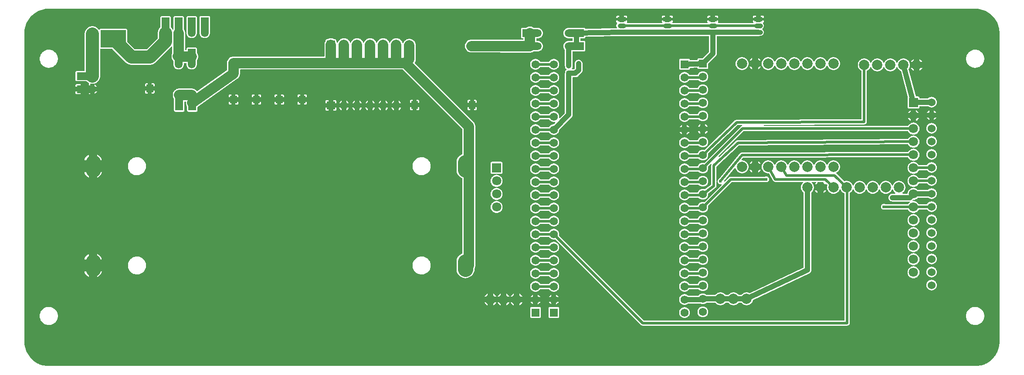
<source format=gtl>
G04 Layer: TopLayer*
G04 EasyEDA v6.5.9, 2022-08-06 01:21:30*
G04 bc8d98b3e954460ba80fd4d649655d9a,c09117847ad249c1abd8b20aa127d3a4,10*
G04 Gerber Generator version 0.2*
G04 Scale: 100 percent, Rotated: No, Reflected: No *
G04 Dimensions in millimeters *
G04 leading zeros omitted , absolute positions ,4 integer and 5 decimal *
%FSLAX45Y45*%
%MOMM*%

%ADD10C,0.5000*%
%ADD11C,1.0000*%
%ADD12C,2.0000*%
%ADD13C,2.5000*%
%ADD14R,1.4000X1.4000*%
%ADD15R,4.9000X3.4000*%
%ADD16R,3.0000X1.5000*%
%ADD17R,1.5000X3.0000*%
%ADD18R,0.8640X0.8065*%
%ADD19C,1.8000*%
%ADD20C,1.5748*%
%ADD21R,1.5748X1.5748*%
%ADD22C,1.5000*%
%ADD23C,1.5240*%
%ADD24R,1.6000X0.9000*%
%ADD25C,0.6096*%
%ADD26C,3.0000*%
%ADD27C,0.9000*%
%ADD28C,0.0174*%

%LPD*%
G36*
X500227Y25908D02*
G01*
X469900Y26873D01*
X440283Y29718D01*
X410870Y34391D01*
X381812Y40894D01*
X353212Y49225D01*
X325170Y59334D01*
X297840Y71170D01*
X271322Y84734D01*
X245719Y99923D01*
X221081Y116636D01*
X197561Y134924D01*
X175260Y154635D01*
X154178Y175717D01*
X134518Y198069D01*
X116281Y221589D01*
X99568Y246227D01*
X84429Y271881D01*
X70916Y298450D01*
X59080Y325780D01*
X49022Y353822D01*
X40741Y382422D01*
X34290Y411480D01*
X29616Y440893D01*
X26822Y470560D01*
X25908Y500532D01*
X25908Y6499453D01*
X26873Y6530085D01*
X29718Y6559702D01*
X34391Y6589115D01*
X40894Y6618173D01*
X49225Y6646773D01*
X59334Y6674815D01*
X71170Y6702145D01*
X84734Y6728663D01*
X99923Y6754266D01*
X116636Y6778904D01*
X134924Y6802424D01*
X154635Y6824725D01*
X175717Y6845808D01*
X198069Y6865467D01*
X221589Y6883704D01*
X246227Y6900418D01*
X271881Y6915556D01*
X298450Y6929069D01*
X325780Y6940905D01*
X353822Y6950964D01*
X382422Y6959244D01*
X411480Y6965696D01*
X440893Y6970369D01*
X470560Y6973163D01*
X500532Y6974078D01*
X18499429Y6974078D01*
X18530062Y6973112D01*
X18559678Y6970268D01*
X18589091Y6965594D01*
X18618149Y6959092D01*
X18646749Y6950760D01*
X18674791Y6940651D01*
X18702121Y6928815D01*
X18728639Y6915251D01*
X18754242Y6900062D01*
X18778880Y6883349D01*
X18802400Y6865061D01*
X18824702Y6845350D01*
X18845784Y6824268D01*
X18865443Y6801916D01*
X18883680Y6778396D01*
X18900394Y6753758D01*
X18915532Y6728104D01*
X18929045Y6701536D01*
X18940881Y6674205D01*
X18950940Y6646164D01*
X18959220Y6617563D01*
X18965672Y6588506D01*
X18970345Y6559092D01*
X18973139Y6529425D01*
X18974054Y6499453D01*
X18974054Y500532D01*
X18973088Y469900D01*
X18970244Y440283D01*
X18965570Y410870D01*
X18959068Y381812D01*
X18950736Y353212D01*
X18940627Y325170D01*
X18928791Y297840D01*
X18915227Y271322D01*
X18900038Y245719D01*
X18883325Y221081D01*
X18865037Y197561D01*
X18845326Y175260D01*
X18824244Y154178D01*
X18801892Y134518D01*
X18778372Y116281D01*
X18753734Y99568D01*
X18728080Y84429D01*
X18701512Y70916D01*
X18674181Y59080D01*
X18646140Y49022D01*
X18617539Y40741D01*
X18588482Y34290D01*
X18559068Y29616D01*
X18529401Y26822D01*
X18499429Y25908D01*
G37*

%LPC*%
G36*
X14333829Y6797954D02*
G01*
X14393418Y6797954D01*
X14393418Y6813550D01*
X14392706Y6819849D01*
X14390776Y6825335D01*
X14387728Y6830212D01*
X14383613Y6834327D01*
X14378736Y6837375D01*
X14373250Y6839305D01*
X14366951Y6840016D01*
X14333829Y6840016D01*
G37*
G36*
X504545Y824179D02*
G01*
X522579Y825550D01*
X540410Y828802D01*
X557784Y833882D01*
X574548Y840689D01*
X590550Y849223D01*
X605586Y859332D01*
X619455Y870915D01*
X632104Y883869D01*
X643382Y898093D01*
X653084Y913384D01*
X661162Y929538D01*
X667562Y946505D01*
X672185Y964031D01*
X674979Y981913D01*
X675894Y999998D01*
X674979Y1018082D01*
X672185Y1035964D01*
X667562Y1053490D01*
X661162Y1070457D01*
X653084Y1086612D01*
X643382Y1101902D01*
X632104Y1116126D01*
X619455Y1129080D01*
X605586Y1140663D01*
X590550Y1150772D01*
X574548Y1159306D01*
X557784Y1166114D01*
X540410Y1171194D01*
X522579Y1174445D01*
X504545Y1175816D01*
X486409Y1175359D01*
X468477Y1173022D01*
X450850Y1168908D01*
X433730Y1162913D01*
X417322Y1155242D01*
X401828Y1145946D01*
X387299Y1135075D01*
X374040Y1122781D01*
X362051Y1109167D01*
X351586Y1094384D01*
X342646Y1078636D01*
X335432Y1062024D01*
X329895Y1044803D01*
X326186Y1027074D01*
X324358Y1009040D01*
X324358Y990955D01*
X326186Y972921D01*
X329895Y955192D01*
X335432Y937971D01*
X342646Y921359D01*
X351586Y905611D01*
X362051Y890828D01*
X374040Y877214D01*
X387299Y864920D01*
X401828Y854049D01*
X417322Y844753D01*
X433730Y837082D01*
X450850Y831087D01*
X468477Y826973D01*
X486409Y824636D01*
G37*
G36*
X18504509Y824179D02*
G01*
X18522543Y825550D01*
X18540374Y828802D01*
X18557748Y833882D01*
X18574512Y840689D01*
X18590514Y849223D01*
X18605550Y859332D01*
X18619419Y870915D01*
X18632068Y883869D01*
X18643346Y898093D01*
X18653048Y913384D01*
X18661126Y929538D01*
X18667526Y946505D01*
X18672149Y964031D01*
X18674943Y981913D01*
X18675858Y999998D01*
X18674943Y1018082D01*
X18672149Y1035964D01*
X18667526Y1053490D01*
X18661126Y1070457D01*
X18653048Y1086612D01*
X18643346Y1101902D01*
X18632068Y1116126D01*
X18619419Y1129080D01*
X18605550Y1140663D01*
X18590514Y1150772D01*
X18574512Y1159306D01*
X18557748Y1166114D01*
X18540374Y1171194D01*
X18522543Y1174445D01*
X18504509Y1175816D01*
X18486374Y1175359D01*
X18468441Y1173022D01*
X18450814Y1168908D01*
X18433694Y1162913D01*
X18417286Y1155242D01*
X18401792Y1145946D01*
X18387263Y1135075D01*
X18374004Y1122781D01*
X18362015Y1109167D01*
X18351550Y1094384D01*
X18342610Y1078636D01*
X18335396Y1062024D01*
X18329859Y1044803D01*
X18326150Y1027074D01*
X18324322Y1009040D01*
X18324322Y990955D01*
X18326150Y972921D01*
X18329859Y955192D01*
X18335396Y937971D01*
X18342610Y921359D01*
X18351550Y905611D01*
X18362015Y890828D01*
X18374004Y877214D01*
X18387263Y864920D01*
X18401792Y854049D01*
X18417286Y844753D01*
X18433694Y837082D01*
X18450814Y831087D01*
X18468441Y826973D01*
X18486374Y824636D01*
G37*
G36*
X11679529Y6797954D02*
G01*
X11739118Y6797954D01*
X11739118Y6813550D01*
X11738406Y6819849D01*
X11736476Y6825335D01*
X11733428Y6830212D01*
X11729313Y6834327D01*
X11724436Y6837375D01*
X11718950Y6839305D01*
X11712651Y6840016D01*
X11679529Y6840016D01*
G37*
G36*
X12852400Y962152D02*
G01*
X12866065Y963066D01*
X12879476Y965758D01*
X12892430Y970127D01*
X12904724Y976172D01*
X12916103Y983792D01*
X12926364Y992835D01*
X12935407Y1003096D01*
X12943027Y1014476D01*
X12949072Y1026769D01*
X12953441Y1039723D01*
X12956133Y1053134D01*
X12957048Y1066800D01*
X12956133Y1080465D01*
X12953441Y1093876D01*
X12949072Y1106830D01*
X12943027Y1119124D01*
X12935407Y1130503D01*
X12926364Y1140764D01*
X12916103Y1149807D01*
X12904724Y1157427D01*
X12892430Y1163472D01*
X12879476Y1167841D01*
X12866065Y1170533D01*
X12852400Y1171448D01*
X12838734Y1170533D01*
X12825323Y1167841D01*
X12812369Y1163472D01*
X12800076Y1157427D01*
X12788696Y1149807D01*
X12778435Y1140764D01*
X12769392Y1130503D01*
X12761772Y1119124D01*
X12755727Y1106830D01*
X12751358Y1093876D01*
X12748666Y1080465D01*
X12747752Y1066800D01*
X12748666Y1053134D01*
X12751358Y1039723D01*
X12755727Y1026769D01*
X12761772Y1014476D01*
X12769392Y1003096D01*
X12778435Y992835D01*
X12788696Y983792D01*
X12800076Y976172D01*
X12812369Y970127D01*
X12825323Y965758D01*
X12838734Y963066D01*
G37*
G36*
X10234218Y962152D02*
G01*
X10390581Y962152D01*
X10396880Y962863D01*
X10402366Y964793D01*
X10407243Y967841D01*
X10411358Y971956D01*
X10414406Y976833D01*
X10416336Y982319D01*
X10417048Y988618D01*
X10417048Y1144981D01*
X10416336Y1151280D01*
X10414406Y1156766D01*
X10411358Y1161643D01*
X10407243Y1165758D01*
X10402366Y1168806D01*
X10396880Y1170736D01*
X10390581Y1171448D01*
X10234218Y1171448D01*
X10227919Y1170736D01*
X10222433Y1168806D01*
X10217556Y1165758D01*
X10213441Y1161643D01*
X10210393Y1156766D01*
X10208463Y1151280D01*
X10207752Y1144981D01*
X10207752Y988618D01*
X10208463Y982319D01*
X10210393Y976833D01*
X10213441Y971956D01*
X10217556Y967841D01*
X10222433Y964793D01*
X10227919Y962863D01*
G37*
G36*
X9878618Y962152D02*
G01*
X10034981Y962152D01*
X10041280Y962863D01*
X10046766Y964793D01*
X10051643Y967841D01*
X10055758Y971956D01*
X10058806Y976833D01*
X10060736Y982319D01*
X10061448Y988618D01*
X10061448Y1144981D01*
X10060736Y1151280D01*
X10058806Y1156766D01*
X10055758Y1161643D01*
X10051643Y1165758D01*
X10046766Y1168806D01*
X10041280Y1170736D01*
X10034981Y1171448D01*
X9878618Y1171448D01*
X9872319Y1170736D01*
X9866833Y1168806D01*
X9861956Y1165758D01*
X9857841Y1161643D01*
X9854793Y1156766D01*
X9852863Y1151280D01*
X9852152Y1144981D01*
X9852152Y988618D01*
X9852863Y982319D01*
X9854793Y976833D01*
X9857841Y971956D01*
X9861956Y967841D01*
X9866833Y964793D01*
X9872319Y962863D01*
G37*
G36*
X13208000Y974852D02*
G01*
X13221665Y975766D01*
X13235076Y978458D01*
X13248030Y982827D01*
X13260324Y988872D01*
X13271703Y996492D01*
X13281964Y1005535D01*
X13291007Y1015796D01*
X13298627Y1027176D01*
X13304672Y1039469D01*
X13309041Y1052423D01*
X13311733Y1065834D01*
X13312648Y1079500D01*
X13311733Y1093165D01*
X13309041Y1106576D01*
X13304672Y1119530D01*
X13298627Y1131824D01*
X13291007Y1143203D01*
X13281964Y1153464D01*
X13271703Y1162507D01*
X13260324Y1170127D01*
X13248030Y1176172D01*
X13235076Y1180541D01*
X13221665Y1183233D01*
X13208000Y1184148D01*
X13194334Y1183233D01*
X13180923Y1180541D01*
X13167969Y1176172D01*
X13155676Y1170127D01*
X13144296Y1162507D01*
X13134035Y1153464D01*
X13124992Y1143203D01*
X13117372Y1131824D01*
X13111327Y1119530D01*
X13106958Y1106576D01*
X13104266Y1093165D01*
X13103352Y1079500D01*
X13104266Y1065834D01*
X13106958Y1052423D01*
X13111327Y1039469D01*
X13117372Y1027176D01*
X13124992Y1015796D01*
X13134035Y1005535D01*
X13144296Y996492D01*
X13155676Y988872D01*
X13167969Y982827D01*
X13180923Y978458D01*
X13194334Y975766D01*
G37*
G36*
X11527282Y6797954D02*
G01*
X11586870Y6797954D01*
X11586870Y6840016D01*
X11553748Y6840016D01*
X11547449Y6839305D01*
X11541963Y6837375D01*
X11537086Y6834327D01*
X11532971Y6830212D01*
X11529923Y6825335D01*
X11527993Y6819849D01*
X11527282Y6813550D01*
G37*
G36*
X12412065Y6797954D02*
G01*
X12471603Y6797954D01*
X12471603Y6840016D01*
X12438532Y6840016D01*
X12432233Y6839305D01*
X12426746Y6837375D01*
X12421870Y6834327D01*
X12417755Y6830212D01*
X12414656Y6825335D01*
X12412776Y6819849D01*
X12412065Y6813550D01*
G37*
G36*
X13449096Y6797954D02*
G01*
X13508634Y6797954D01*
X13508634Y6813550D01*
X13507923Y6819849D01*
X13506043Y6825335D01*
X13502944Y6830212D01*
X13498830Y6834327D01*
X13493953Y6837375D01*
X13488466Y6839305D01*
X13482167Y6840016D01*
X13449096Y6840016D01*
G37*
G36*
X9390837Y1208379D02*
G01*
X9393021Y1209344D01*
X9406026Y1217218D01*
X9417964Y1226566D01*
X9428734Y1237335D01*
X9438081Y1249273D01*
X9445955Y1262278D01*
X9446920Y1264462D01*
X9390837Y1264462D01*
G37*
G36*
X9644837Y1208379D02*
G01*
X9647021Y1209344D01*
X9660026Y1217218D01*
X9671964Y1226566D01*
X9682734Y1237335D01*
X9692081Y1249273D01*
X9699955Y1262278D01*
X9700920Y1264462D01*
X9644837Y1264462D01*
G37*
G36*
X9136837Y1208379D02*
G01*
X9139021Y1209344D01*
X9152026Y1217218D01*
X9163964Y1226566D01*
X9174734Y1237335D01*
X9184081Y1249273D01*
X9191955Y1262278D01*
X9192920Y1264462D01*
X9136837Y1264462D01*
G37*
G36*
X9278162Y1208379D02*
G01*
X9278162Y1264462D01*
X9222079Y1264462D01*
X9223044Y1262278D01*
X9230918Y1249273D01*
X9240266Y1237335D01*
X9251035Y1226566D01*
X9262973Y1217218D01*
X9275978Y1209344D01*
G37*
G36*
X9532162Y1208379D02*
G01*
X9532162Y1264462D01*
X9476079Y1264462D01*
X9477044Y1262278D01*
X9484918Y1249273D01*
X9494266Y1237335D01*
X9505035Y1226566D01*
X9516973Y1217218D01*
X9529978Y1209344D01*
G37*
G36*
X9024162Y1208379D02*
G01*
X9024162Y1264462D01*
X8968079Y1264462D01*
X8969044Y1262278D01*
X8976918Y1249273D01*
X8986266Y1237335D01*
X8997035Y1226566D01*
X9008973Y1217218D01*
X9021978Y1209344D01*
G37*
G36*
X14181582Y6797954D02*
G01*
X14241170Y6797954D01*
X14241170Y6840016D01*
X14208048Y6840016D01*
X14201749Y6839305D01*
X14196263Y6837375D01*
X14191386Y6834327D01*
X14187271Y6830212D01*
X14184223Y6825335D01*
X14182293Y6819849D01*
X14181582Y6813550D01*
G37*
G36*
X10358120Y1226921D02*
G01*
X10364724Y1230172D01*
X10376103Y1237792D01*
X10386364Y1246835D01*
X10395407Y1257096D01*
X10403027Y1268476D01*
X10406278Y1275080D01*
X10358120Y1275080D01*
G37*
G36*
X10002520Y1226921D02*
G01*
X10009124Y1230172D01*
X10020503Y1237792D01*
X10030764Y1246835D01*
X10039807Y1257096D01*
X10047427Y1268476D01*
X10050678Y1275080D01*
X10002520Y1275080D01*
G37*
G36*
X10266680Y1226921D02*
G01*
X10266680Y1275080D01*
X10218521Y1275080D01*
X10221772Y1268476D01*
X10229392Y1257096D01*
X10238435Y1246835D01*
X10248696Y1237792D01*
X10260076Y1230172D01*
G37*
G36*
X9911080Y1226921D02*
G01*
X9911080Y1275080D01*
X9862921Y1275080D01*
X9866172Y1268476D01*
X9873792Y1257096D01*
X9882835Y1246835D01*
X9893096Y1237792D01*
X9904476Y1230172D01*
G37*
G36*
X13296849Y6797954D02*
G01*
X13356386Y6797954D01*
X13356386Y6840016D01*
X13323316Y6840016D01*
X13316966Y6839305D01*
X13311530Y6837375D01*
X13306602Y6834327D01*
X13302538Y6830212D01*
X13299440Y6825335D01*
X13297560Y6819849D01*
X13296849Y6813550D01*
G37*
G36*
X10358120Y1366520D02*
G01*
X10406278Y1366520D01*
X10403027Y1373124D01*
X10395407Y1384503D01*
X10386364Y1394764D01*
X10376103Y1403807D01*
X10364724Y1411427D01*
X10358120Y1414678D01*
G37*
G36*
X10218521Y1366520D02*
G01*
X10266680Y1366520D01*
X10266680Y1414678D01*
X10260076Y1411427D01*
X10248696Y1403807D01*
X10238435Y1394764D01*
X10229392Y1384503D01*
X10221772Y1373124D01*
G37*
G36*
X9862921Y1366520D02*
G01*
X9911080Y1366520D01*
X9911080Y1414678D01*
X9904476Y1411427D01*
X9893096Y1403807D01*
X9882835Y1394764D01*
X9873792Y1384503D01*
X9866172Y1373124D01*
G37*
G36*
X10002520Y1366520D02*
G01*
X10050678Y1366520D01*
X10047427Y1373124D01*
X10039807Y1384503D01*
X10030764Y1394764D01*
X10020503Y1403807D01*
X10009124Y1411427D01*
X10002520Y1414678D01*
G37*
G36*
X9644837Y1377137D02*
G01*
X9700920Y1377137D01*
X9699955Y1379321D01*
X9692081Y1392326D01*
X9682734Y1404264D01*
X9671964Y1415034D01*
X9660026Y1424381D01*
X9647021Y1432255D01*
X9644837Y1433220D01*
G37*
G36*
X9476079Y1377137D02*
G01*
X9532162Y1377137D01*
X9532162Y1433220D01*
X9529978Y1432255D01*
X9516973Y1424381D01*
X9505035Y1415034D01*
X9494266Y1404264D01*
X9484918Y1392326D01*
X9477044Y1379321D01*
G37*
G36*
X9222079Y1377137D02*
G01*
X9278162Y1377137D01*
X9278162Y1433220D01*
X9275978Y1432255D01*
X9262973Y1424381D01*
X9251035Y1415034D01*
X9240266Y1404264D01*
X9230918Y1392326D01*
X9223044Y1379321D01*
G37*
G36*
X8968079Y1377137D02*
G01*
X9024162Y1377137D01*
X9024162Y1433220D01*
X9021978Y1432255D01*
X9008973Y1424381D01*
X8997035Y1415034D01*
X8986266Y1404264D01*
X8976918Y1392326D01*
X8969044Y1379321D01*
G37*
G36*
X9390837Y1377137D02*
G01*
X9446920Y1377137D01*
X9445955Y1379321D01*
X9438081Y1392326D01*
X9428734Y1404264D01*
X9417964Y1415034D01*
X9406026Y1424381D01*
X9393021Y1432255D01*
X9390837Y1433220D01*
G37*
G36*
X9136837Y1377137D02*
G01*
X9192920Y1377137D01*
X9191955Y1379321D01*
X9184081Y1392326D01*
X9174734Y1404264D01*
X9163964Y1415034D01*
X9152026Y1424381D01*
X9139021Y1432255D01*
X9136837Y1433220D01*
G37*
G36*
X12564313Y6797954D02*
G01*
X12623850Y6797954D01*
X12623850Y6813550D01*
X12623139Y6819849D01*
X12621260Y6825335D01*
X12618161Y6830212D01*
X12614097Y6834327D01*
X12609169Y6837375D01*
X12603734Y6839305D01*
X12597384Y6840016D01*
X12564313Y6840016D01*
G37*
G36*
X3527196Y6401612D02*
G01*
X3540658Y6402019D01*
X3553968Y6404305D01*
X3566820Y6408267D01*
X3579063Y6413957D01*
X3590442Y6421221D01*
X3600704Y6429908D01*
X3609746Y6439916D01*
X3617366Y6450990D01*
X3623462Y6463030D01*
X3627882Y6475780D01*
X3630574Y6488988D01*
X3631488Y6502755D01*
X3631488Y6804253D01*
X3630777Y6810552D01*
X3628847Y6816039D01*
X3625799Y6820916D01*
X3621684Y6825030D01*
X3616807Y6828078D01*
X3611321Y6830009D01*
X3605022Y6830720D01*
X3456127Y6830720D01*
X3449828Y6830009D01*
X3444341Y6828078D01*
X3439464Y6825030D01*
X3435350Y6820916D01*
X3432301Y6816039D01*
X3430371Y6810552D01*
X3429660Y6804253D01*
X3429660Y6505397D01*
X3429914Y6502603D01*
X3429914Y6495694D01*
X3431692Y6482334D01*
X3435299Y6469329D01*
X3440531Y6456934D01*
X3447389Y6445351D01*
X3455771Y6434734D01*
X3465423Y6425387D01*
X3476294Y6417411D01*
X3488131Y6410909D01*
X3500678Y6406083D01*
X3513785Y6402933D01*
G37*
G36*
X3273196Y6401612D02*
G01*
X3286658Y6402070D01*
X3299968Y6404305D01*
X3312820Y6408267D01*
X3325063Y6413957D01*
X3336442Y6421221D01*
X3346704Y6429908D01*
X3355746Y6439916D01*
X3363366Y6451041D01*
X3369462Y6463030D01*
X3373882Y6475780D01*
X3376574Y6488988D01*
X3377488Y6502755D01*
X3377488Y6801866D01*
X3376777Y6808165D01*
X3374898Y6813651D01*
X3371799Y6818528D01*
X3367684Y6822643D01*
X3362807Y6825691D01*
X3357321Y6827621D01*
X3351022Y6828332D01*
X3202178Y6828332D01*
X3195828Y6827621D01*
X3190392Y6825691D01*
X3185464Y6822643D01*
X3181400Y6818528D01*
X3178302Y6813651D01*
X3176371Y6808165D01*
X3175660Y6801866D01*
X3175660Y6502603D01*
X3175914Y6495846D01*
X3177743Y6482334D01*
X3181299Y6469329D01*
X3186531Y6456934D01*
X3193389Y6445351D01*
X3201771Y6434785D01*
X3211474Y6425387D01*
X3222294Y6417411D01*
X3234131Y6410909D01*
X3246678Y6406083D01*
X3259785Y6402933D01*
G37*
G36*
X9849256Y6119977D02*
G01*
X9864750Y6120841D01*
X9879736Y6123584D01*
X9894265Y6128054D01*
X9908133Y6134252D01*
X9925151Y6144514D01*
X9928453Y6145072D01*
X9999370Y6145072D01*
X10006685Y6145326D01*
X10020046Y6147104D01*
X10033050Y6150660D01*
X10045446Y6155944D01*
X10057028Y6162802D01*
X10067645Y6171133D01*
X10076992Y6180836D01*
X10084968Y6191707D01*
X10091470Y6203492D01*
X10096296Y6216091D01*
X10099446Y6229197D01*
X10100767Y6242608D01*
X10100360Y6256070D01*
X10098074Y6269329D01*
X10094112Y6282232D01*
X10088422Y6294424D01*
X10081158Y6305804D01*
X10072471Y6316116D01*
X10062464Y6325158D01*
X10051389Y6332778D01*
X10039350Y6338824D01*
X10026599Y6343243D01*
X10013391Y6345936D01*
X9999624Y6346850D01*
X9986060Y6346850D01*
X9982149Y6347663D01*
X9978847Y6349847D01*
X9976662Y6353149D01*
X9975900Y6357010D01*
X9975900Y6388912D01*
X9976662Y6392773D01*
X9978847Y6396075D01*
X9982149Y6398260D01*
X9986060Y6399072D01*
X9999370Y6399072D01*
X10006685Y6399276D01*
X10020046Y6401104D01*
X10033050Y6404660D01*
X10045446Y6409893D01*
X10057028Y6416802D01*
X10067645Y6425133D01*
X10076992Y6434836D01*
X10084968Y6445656D01*
X10091470Y6457492D01*
X10096296Y6470091D01*
X10099446Y6483197D01*
X10100767Y6496608D01*
X10100360Y6510070D01*
X10098074Y6523329D01*
X10094112Y6536232D01*
X10088422Y6548424D01*
X10081158Y6559803D01*
X10072471Y6570065D01*
X10062464Y6579108D01*
X10051389Y6586778D01*
X10039350Y6592824D01*
X10026599Y6597243D01*
X10013391Y6599936D01*
X9999624Y6600850D01*
X9928453Y6600850D01*
X9925100Y6601409D01*
X9908489Y6611416D01*
X9894620Y6617665D01*
X9880092Y6622186D01*
X9865156Y6624929D01*
X9849967Y6625844D01*
X9834778Y6624929D01*
X9819843Y6622186D01*
X9805314Y6617665D01*
X9791446Y6611416D01*
X9774834Y6601409D01*
X9771481Y6600850D01*
X9700514Y6600850D01*
X9694214Y6600139D01*
X9688728Y6598259D01*
X9683851Y6595160D01*
X9679736Y6591046D01*
X9676688Y6586169D01*
X9674758Y6580682D01*
X9674047Y6574383D01*
X9674047Y6425539D01*
X9674758Y6419189D01*
X9676688Y6413754D01*
X9679736Y6408826D01*
X9683851Y6404762D01*
X9688728Y6401663D01*
X9694214Y6399784D01*
X9700514Y6399072D01*
X9713925Y6399072D01*
X9717786Y6398260D01*
X9721088Y6396075D01*
X9723272Y6392773D01*
X9724085Y6388912D01*
X9724085Y6382207D01*
X9723272Y6378346D01*
X9721088Y6375044D01*
X9717786Y6372860D01*
X9713874Y6372047D01*
X8712809Y6374282D01*
X8697315Y6373418D01*
X8682329Y6370675D01*
X8667800Y6366205D01*
X8653932Y6360007D01*
X8640927Y6352184D01*
X8628938Y6342837D01*
X8618169Y6332067D01*
X8608771Y6320129D01*
X8600846Y6307175D01*
X8594598Y6293307D01*
X8590026Y6278778D01*
X8587282Y6263843D01*
X8586317Y6248704D01*
X8587181Y6233515D01*
X8589924Y6218529D01*
X8594394Y6204000D01*
X8600592Y6190132D01*
X8608415Y6177127D01*
X8617762Y6165138D01*
X8628532Y6154369D01*
X8640470Y6144971D01*
X8653424Y6137046D01*
X8667292Y6130798D01*
X8681821Y6126226D01*
X8696756Y6123482D01*
X8712250Y6122466D01*
G37*
G36*
X14280337Y5961837D02*
G01*
X14336420Y5961837D01*
X14335455Y5964021D01*
X14327581Y5977026D01*
X14318234Y5988964D01*
X14307464Y5999734D01*
X14295526Y6009081D01*
X14282521Y6016955D01*
X14280337Y6017920D01*
G37*
G36*
X9956800Y1470152D02*
G01*
X9970465Y1471066D01*
X9983876Y1473758D01*
X9996830Y1478127D01*
X10009124Y1484172D01*
X10020503Y1491792D01*
X10030764Y1500835D01*
X10039807Y1511096D01*
X10045344Y1519377D01*
X10047579Y1521815D01*
X10050526Y1523339D01*
X10053777Y1523898D01*
X10215422Y1523898D01*
X10218674Y1523339D01*
X10221620Y1521815D01*
X10223855Y1519377D01*
X10229392Y1511096D01*
X10238435Y1500835D01*
X10248696Y1491792D01*
X10260076Y1484172D01*
X10272369Y1478127D01*
X10285323Y1473758D01*
X10298734Y1471066D01*
X10312400Y1470152D01*
X10326065Y1471066D01*
X10339476Y1473758D01*
X10352430Y1478127D01*
X10364724Y1484172D01*
X10376103Y1491792D01*
X10386364Y1500835D01*
X10395407Y1511096D01*
X10403027Y1522476D01*
X10409072Y1534769D01*
X10413441Y1547723D01*
X10416133Y1561134D01*
X10417048Y1574800D01*
X10416133Y1588465D01*
X10413441Y1601876D01*
X10409072Y1614830D01*
X10403027Y1627124D01*
X10395407Y1638503D01*
X10386364Y1648764D01*
X10376103Y1657807D01*
X10364724Y1665427D01*
X10352430Y1671472D01*
X10339476Y1675841D01*
X10326065Y1678533D01*
X10312400Y1679448D01*
X10298734Y1678533D01*
X10285323Y1675841D01*
X10272369Y1671472D01*
X10260076Y1665427D01*
X10248696Y1657807D01*
X10238435Y1648764D01*
X10229392Y1638503D01*
X10223855Y1630222D01*
X10221620Y1627784D01*
X10218674Y1626260D01*
X10215422Y1625701D01*
X10053777Y1625701D01*
X10050526Y1626260D01*
X10047579Y1627784D01*
X10045344Y1630222D01*
X10039807Y1638503D01*
X10030764Y1648764D01*
X10020503Y1657807D01*
X10009124Y1665427D01*
X9996830Y1671472D01*
X9983876Y1675841D01*
X9970465Y1678533D01*
X9956800Y1679448D01*
X9943134Y1678533D01*
X9929723Y1675841D01*
X9916769Y1671472D01*
X9904476Y1665427D01*
X9893096Y1657807D01*
X9882835Y1648764D01*
X9873792Y1638503D01*
X9866172Y1627124D01*
X9860127Y1614830D01*
X9855758Y1601876D01*
X9853066Y1588465D01*
X9852152Y1574800D01*
X9853066Y1561134D01*
X9855758Y1547723D01*
X9860127Y1534769D01*
X9866172Y1522476D01*
X9873792Y1511096D01*
X9882835Y1500835D01*
X9893096Y1491792D01*
X9904476Y1484172D01*
X9916769Y1478127D01*
X9929723Y1473758D01*
X9943134Y1471066D01*
G37*
G36*
X14111579Y5961837D02*
G01*
X14167662Y5961837D01*
X14167662Y6017920D01*
X14165478Y6016955D01*
X14152473Y6009081D01*
X14140535Y5999734D01*
X14129766Y5988964D01*
X14120418Y5977026D01*
X14112544Y5964021D01*
G37*
G36*
X12852400Y1470152D02*
G01*
X12866065Y1471066D01*
X12879476Y1473758D01*
X12892430Y1478127D01*
X12904724Y1484172D01*
X12916103Y1491792D01*
X12926364Y1500835D01*
X12935407Y1511096D01*
X12940944Y1519377D01*
X12943179Y1521815D01*
X12946126Y1523339D01*
X12949377Y1523898D01*
X13120319Y1523898D01*
X13124484Y1522984D01*
X13127939Y1520444D01*
X13134035Y1513535D01*
X13144296Y1504492D01*
X13155676Y1496872D01*
X13167969Y1490827D01*
X13180923Y1486458D01*
X13194334Y1483766D01*
X13208000Y1482852D01*
X13221665Y1483766D01*
X13235076Y1486458D01*
X13248030Y1490827D01*
X13260324Y1496872D01*
X13271703Y1504492D01*
X13281964Y1513535D01*
X13291007Y1523796D01*
X13298627Y1535176D01*
X13304672Y1547469D01*
X13309041Y1560423D01*
X13311733Y1573834D01*
X13312648Y1587500D01*
X13311733Y1601165D01*
X13309041Y1614576D01*
X13304672Y1627530D01*
X13298627Y1639824D01*
X13291007Y1651203D01*
X13281964Y1661464D01*
X13271703Y1670507D01*
X13260324Y1678127D01*
X13248030Y1684172D01*
X13235076Y1688541D01*
X13221665Y1691233D01*
X13208000Y1692148D01*
X13194334Y1691233D01*
X13180923Y1688541D01*
X13167969Y1684172D01*
X13155676Y1678127D01*
X13144296Y1670507D01*
X13134035Y1661464D01*
X13124992Y1651203D01*
X13117372Y1639824D01*
X13113207Y1631391D01*
X13110972Y1628394D01*
X13107822Y1626412D01*
X13104113Y1625701D01*
X12949377Y1625701D01*
X12946126Y1626260D01*
X12943179Y1627784D01*
X12940944Y1630222D01*
X12935407Y1638503D01*
X12926364Y1648764D01*
X12916103Y1657807D01*
X12904724Y1665427D01*
X12892430Y1671472D01*
X12879476Y1675841D01*
X12866065Y1678533D01*
X12852400Y1679448D01*
X12838734Y1678533D01*
X12825323Y1675841D01*
X12812369Y1671472D01*
X12800076Y1665427D01*
X12788696Y1657807D01*
X12778435Y1648764D01*
X12769392Y1638503D01*
X12761772Y1627124D01*
X12755727Y1614830D01*
X12751358Y1601876D01*
X12748666Y1588465D01*
X12747752Y1574800D01*
X12748666Y1561134D01*
X12751358Y1547723D01*
X12755727Y1534769D01*
X12761772Y1522476D01*
X12769392Y1511096D01*
X12778435Y1500835D01*
X12788696Y1491792D01*
X12800076Y1484172D01*
X12812369Y1478127D01*
X12825323Y1473758D01*
X12838734Y1471066D01*
G37*
G36*
X17248479Y5936437D02*
G01*
X17304562Y5936437D01*
X17304562Y5992520D01*
X17302378Y5991555D01*
X17289373Y5983681D01*
X17277435Y5974334D01*
X17266666Y5963564D01*
X17257318Y5951626D01*
X17249444Y5938621D01*
G37*
G36*
X17646192Y1498346D02*
G01*
X17659807Y1498346D01*
X17673320Y1500174D01*
X17686477Y1503781D01*
X17699024Y1509064D01*
X17710759Y1516024D01*
X17721478Y1524508D01*
X17730978Y1534312D01*
X17739055Y1545285D01*
X17745608Y1557223D01*
X17750485Y1569974D01*
X17753685Y1583232D01*
X17755006Y1596796D01*
X17754549Y1610410D01*
X17752314Y1623872D01*
X17748250Y1636877D01*
X17742509Y1649272D01*
X17735194Y1660753D01*
X17726406Y1671167D01*
X17716246Y1680311D01*
X17705019Y1688033D01*
X17692878Y1694180D01*
X17679974Y1698650D01*
X17666614Y1701393D01*
X17653000Y1702307D01*
X17639385Y1701393D01*
X17626025Y1698650D01*
X17613122Y1694180D01*
X17600980Y1688033D01*
X17589754Y1680311D01*
X17579594Y1671167D01*
X17570805Y1660753D01*
X17563490Y1649272D01*
X17557750Y1636877D01*
X17553686Y1623872D01*
X17551450Y1610410D01*
X17550993Y1596796D01*
X17552314Y1583232D01*
X17555514Y1569974D01*
X17560391Y1557223D01*
X17566944Y1545285D01*
X17575022Y1534312D01*
X17584521Y1524508D01*
X17595240Y1516024D01*
X17606975Y1509064D01*
X17619522Y1503781D01*
X17632680Y1500174D01*
G37*
G36*
X17417237Y5936437D02*
G01*
X17473320Y5936437D01*
X17472355Y5938621D01*
X17464481Y5951626D01*
X17455134Y5963564D01*
X17444364Y5974334D01*
X17432426Y5983681D01*
X17419421Y5991555D01*
X17417237Y5992520D01*
G37*
G36*
X18504509Y5824169D02*
G01*
X18522543Y5825540D01*
X18540374Y5828792D01*
X18557748Y5833872D01*
X18574512Y5840679D01*
X18590514Y5849213D01*
X18605550Y5859322D01*
X18619419Y5870905D01*
X18632068Y5883859D01*
X18643346Y5898083D01*
X18653048Y5913374D01*
X18661126Y5929528D01*
X18667526Y5946495D01*
X18672149Y5964021D01*
X18674943Y5981903D01*
X18675858Y5999988D01*
X18674943Y6018072D01*
X18672149Y6035954D01*
X18667526Y6053480D01*
X18661126Y6070447D01*
X18653048Y6086602D01*
X18643346Y6101892D01*
X18632068Y6116116D01*
X18619419Y6129070D01*
X18605550Y6140653D01*
X18590514Y6150762D01*
X18574512Y6159296D01*
X18557748Y6166104D01*
X18540374Y6171184D01*
X18522543Y6174435D01*
X18504509Y6175806D01*
X18486374Y6175349D01*
X18468441Y6173012D01*
X18450814Y6168898D01*
X18433694Y6162903D01*
X18417286Y6155232D01*
X18401792Y6145936D01*
X18387263Y6135065D01*
X18374004Y6122771D01*
X18362015Y6109157D01*
X18351550Y6094374D01*
X18342610Y6078626D01*
X18335396Y6062014D01*
X18329859Y6044793D01*
X18326150Y6027064D01*
X18324322Y6009030D01*
X18324322Y5990945D01*
X18326150Y5972911D01*
X18329859Y5955182D01*
X18335396Y5937961D01*
X18342610Y5921349D01*
X18351550Y5905601D01*
X18362015Y5890818D01*
X18374004Y5877204D01*
X18387263Y5864910D01*
X18401792Y5854039D01*
X18417286Y5844743D01*
X18433694Y5837072D01*
X18450814Y5831078D01*
X18468441Y5826963D01*
X18486374Y5824626D01*
G37*
G36*
X9956800Y1724152D02*
G01*
X9970465Y1725066D01*
X9983876Y1727758D01*
X9996830Y1732127D01*
X10009124Y1738172D01*
X10020503Y1745792D01*
X10030764Y1754835D01*
X10039807Y1765096D01*
X10045344Y1773377D01*
X10047579Y1775815D01*
X10050526Y1777339D01*
X10053777Y1777898D01*
X10215422Y1777898D01*
X10218674Y1777339D01*
X10221620Y1775815D01*
X10223855Y1773377D01*
X10229392Y1765096D01*
X10238435Y1754835D01*
X10248696Y1745792D01*
X10260076Y1738172D01*
X10272369Y1732127D01*
X10285323Y1727758D01*
X10298734Y1725066D01*
X10312400Y1724152D01*
X10326065Y1725066D01*
X10339476Y1727758D01*
X10352430Y1732127D01*
X10364724Y1738172D01*
X10376103Y1745792D01*
X10386364Y1754835D01*
X10395407Y1765096D01*
X10403027Y1776475D01*
X10409072Y1788769D01*
X10413441Y1801723D01*
X10416133Y1815134D01*
X10417048Y1828800D01*
X10416133Y1842465D01*
X10413441Y1855876D01*
X10409072Y1868830D01*
X10403027Y1881124D01*
X10395407Y1892503D01*
X10386364Y1902764D01*
X10376103Y1911807D01*
X10364724Y1919427D01*
X10352430Y1925472D01*
X10339476Y1929841D01*
X10326065Y1932533D01*
X10312400Y1933448D01*
X10298734Y1932533D01*
X10285323Y1929841D01*
X10272369Y1925472D01*
X10260076Y1919427D01*
X10248696Y1911807D01*
X10238435Y1902764D01*
X10229392Y1892503D01*
X10223855Y1884222D01*
X10221620Y1881784D01*
X10218674Y1880260D01*
X10215422Y1879701D01*
X10053777Y1879701D01*
X10050526Y1880260D01*
X10047579Y1881784D01*
X10045344Y1884222D01*
X10039807Y1892503D01*
X10030764Y1902764D01*
X10020503Y1911807D01*
X10009124Y1919427D01*
X9996830Y1925472D01*
X9983876Y1929841D01*
X9970465Y1932533D01*
X9956800Y1933448D01*
X9943134Y1932533D01*
X9929723Y1929841D01*
X9916769Y1925472D01*
X9904476Y1919427D01*
X9893096Y1911807D01*
X9882835Y1902764D01*
X9873792Y1892503D01*
X9866172Y1881124D01*
X9860127Y1868830D01*
X9855758Y1855876D01*
X9853066Y1842465D01*
X9852152Y1828800D01*
X9853066Y1815134D01*
X9855758Y1801723D01*
X9860127Y1788769D01*
X9866172Y1776475D01*
X9873792Y1765096D01*
X9882835Y1754835D01*
X9893096Y1745792D01*
X9904476Y1738172D01*
X9916769Y1732127D01*
X9929723Y1727758D01*
X9943134Y1725066D01*
G37*
G36*
X504545Y5824169D02*
G01*
X522579Y5825540D01*
X540410Y5828792D01*
X557784Y5833872D01*
X574548Y5840679D01*
X590550Y5849213D01*
X605586Y5859322D01*
X619455Y5870905D01*
X632104Y5883859D01*
X643382Y5898083D01*
X653084Y5913374D01*
X661162Y5929528D01*
X667562Y5946495D01*
X672185Y5964021D01*
X674979Y5981903D01*
X675894Y5999988D01*
X674979Y6018072D01*
X672185Y6035954D01*
X667562Y6053480D01*
X661162Y6070447D01*
X653084Y6086602D01*
X643382Y6101892D01*
X632104Y6116116D01*
X619455Y6129070D01*
X605586Y6140653D01*
X590550Y6150762D01*
X574548Y6159296D01*
X557784Y6166104D01*
X540410Y6171184D01*
X522579Y6174435D01*
X504545Y6175806D01*
X486409Y6175349D01*
X468477Y6173012D01*
X450850Y6168898D01*
X433730Y6162903D01*
X417322Y6155232D01*
X401828Y6145936D01*
X387299Y6135065D01*
X374040Y6122771D01*
X362051Y6109157D01*
X351586Y6094374D01*
X342646Y6078626D01*
X335432Y6062014D01*
X329895Y6044793D01*
X326186Y6027064D01*
X324358Y6009030D01*
X324358Y5990945D01*
X326186Y5972911D01*
X329895Y5955182D01*
X335432Y5937961D01*
X342646Y5921349D01*
X351586Y5905601D01*
X362051Y5890818D01*
X374040Y5877204D01*
X387299Y5864910D01*
X401828Y5854039D01*
X417322Y5844743D01*
X433730Y5837072D01*
X450850Y5831078D01*
X468477Y5826963D01*
X486409Y5824626D01*
G37*
G36*
X12852400Y1724152D02*
G01*
X12866065Y1725066D01*
X12879476Y1727758D01*
X12892430Y1732127D01*
X12904724Y1738172D01*
X12916103Y1745792D01*
X12926364Y1754835D01*
X12935407Y1765096D01*
X12940944Y1773377D01*
X12943179Y1775815D01*
X12946126Y1777339D01*
X12949377Y1777898D01*
X13120319Y1777898D01*
X13124484Y1776984D01*
X13127939Y1774443D01*
X13134035Y1767535D01*
X13144296Y1758492D01*
X13155676Y1750872D01*
X13167969Y1744827D01*
X13180923Y1740458D01*
X13194334Y1737766D01*
X13208000Y1736852D01*
X13221665Y1737766D01*
X13235076Y1740458D01*
X13248030Y1744827D01*
X13260324Y1750872D01*
X13271703Y1758492D01*
X13281964Y1767535D01*
X13291007Y1777796D01*
X13298627Y1789175D01*
X13304672Y1801469D01*
X13309041Y1814423D01*
X13311733Y1827834D01*
X13312648Y1841500D01*
X13311733Y1855165D01*
X13309041Y1868576D01*
X13304672Y1881530D01*
X13298627Y1893824D01*
X13291007Y1905203D01*
X13281964Y1915464D01*
X13271703Y1924507D01*
X13260324Y1932127D01*
X13248030Y1938172D01*
X13235076Y1942541D01*
X13221665Y1945233D01*
X13208000Y1946148D01*
X13194334Y1945233D01*
X13180923Y1942541D01*
X13167969Y1938172D01*
X13155676Y1932127D01*
X13144296Y1924507D01*
X13134035Y1915464D01*
X13124992Y1905203D01*
X13117372Y1893824D01*
X13113207Y1885391D01*
X13110972Y1882393D01*
X13107822Y1880412D01*
X13104113Y1879701D01*
X12949377Y1879701D01*
X12946126Y1880260D01*
X12943179Y1881784D01*
X12940944Y1884222D01*
X12935407Y1892503D01*
X12926364Y1902764D01*
X12916103Y1911807D01*
X12904724Y1919427D01*
X12892430Y1925472D01*
X12879476Y1929841D01*
X12866065Y1932533D01*
X12852400Y1933448D01*
X12838734Y1932533D01*
X12825323Y1929841D01*
X12812369Y1925472D01*
X12800076Y1919427D01*
X12788696Y1911807D01*
X12778435Y1902764D01*
X12769392Y1892503D01*
X12761772Y1881124D01*
X12755727Y1868830D01*
X12751358Y1855876D01*
X12748666Y1842465D01*
X12747752Y1828800D01*
X12748666Y1815134D01*
X12751358Y1801723D01*
X12755727Y1788769D01*
X12761772Y1776475D01*
X12769392Y1765096D01*
X12778435Y1754835D01*
X12788696Y1745792D01*
X12800076Y1738172D01*
X12812369Y1732127D01*
X12825323Y1727758D01*
X12838734Y1725066D01*
G37*
G36*
X17293285Y1733702D02*
G01*
X17307864Y1733702D01*
X17322292Y1735531D01*
X17336363Y1739138D01*
X17349927Y1744522D01*
X17362678Y1751533D01*
X17374463Y1760067D01*
X17385030Y1770024D01*
X17394326Y1781251D01*
X17402149Y1793544D01*
X17408347Y1806702D01*
X17412817Y1820570D01*
X17415560Y1834845D01*
X17416475Y1849374D01*
X17415560Y1863902D01*
X17412817Y1878177D01*
X17408347Y1892046D01*
X17402149Y1905203D01*
X17394326Y1917496D01*
X17385030Y1928723D01*
X17374463Y1938680D01*
X17362678Y1947214D01*
X17349927Y1954225D01*
X17336363Y1959610D01*
X17322292Y1963216D01*
X17307864Y1965045D01*
X17293285Y1965045D01*
X17278858Y1963216D01*
X17264786Y1959610D01*
X17251222Y1954225D01*
X17238472Y1947214D01*
X17226686Y1938680D01*
X17216120Y1928723D01*
X17206823Y1917496D01*
X17199000Y1905203D01*
X17192802Y1892046D01*
X17188332Y1878177D01*
X17185589Y1863902D01*
X17184674Y1849374D01*
X17185589Y1834845D01*
X17188332Y1820570D01*
X17192802Y1806702D01*
X17199000Y1793544D01*
X17206823Y1781251D01*
X17216120Y1770024D01*
X17226686Y1760067D01*
X17238472Y1751533D01*
X17251222Y1744522D01*
X17264786Y1739138D01*
X17278858Y1735531D01*
G37*
G36*
X8587994Y1735734D02*
G01*
X8605824Y1735734D01*
X8623554Y1737512D01*
X8640978Y1741119D01*
X8657996Y1746453D01*
X8674354Y1753463D01*
X8689949Y1762150D01*
X8704580Y1772310D01*
X8718092Y1783892D01*
X8730335Y1796846D01*
X8741257Y1810918D01*
X8750706Y1826056D01*
X8758529Y1842058D01*
X8764727Y1858721D01*
X8769197Y1875993D01*
X8771890Y1893620D01*
X8772804Y1911654D01*
X8772804Y1922678D01*
X8773109Y1925066D01*
X8778138Y1936750D01*
X8780627Y1943963D01*
X8782659Y1951278D01*
X8784234Y1958695D01*
X8785402Y1966214D01*
X8786063Y1973783D01*
X8786317Y1981555D01*
X8786317Y4687112D01*
X8786063Y4694885D01*
X8785402Y4702454D01*
X8784234Y4709972D01*
X8782659Y4717440D01*
X8780627Y4724755D01*
X8778138Y4731918D01*
X8775242Y4738979D01*
X8771890Y4745786D01*
X8768130Y4752441D01*
X8764016Y4758791D01*
X8759494Y4764938D01*
X8754668Y4770780D01*
X8749334Y4776419D01*
X7612532Y5913272D01*
X7610500Y5916117D01*
X7609586Y5919520D01*
X7609840Y5922975D01*
X7611313Y5926175D01*
X7613497Y5929376D01*
X7617206Y5935878D01*
X7620508Y5942736D01*
X7623403Y5949746D01*
X7625892Y5956960D01*
X7627924Y5964275D01*
X7629550Y5971692D01*
X7630668Y5979210D01*
X7631379Y5986780D01*
X7631633Y5994552D01*
X7631633Y6260795D01*
X7630668Y6276289D01*
X7627924Y6291224D01*
X7623403Y6305753D01*
X7617155Y6319621D01*
X7609281Y6332626D01*
X7599934Y6344564D01*
X7589164Y6355334D01*
X7577226Y6364681D01*
X7564221Y6372555D01*
X7550353Y6378803D01*
X7535824Y6383324D01*
X7520889Y6386068D01*
X7505700Y6386982D01*
X7490510Y6386068D01*
X7475575Y6383324D01*
X7461046Y6378803D01*
X7447178Y6372555D01*
X7434173Y6364681D01*
X7422235Y6355334D01*
X7411466Y6344564D01*
X7402118Y6332626D01*
X7394244Y6319621D01*
X7390333Y6310985D01*
X7387945Y6307683D01*
X7384491Y6305550D01*
X7380478Y6304991D01*
X7376515Y6306058D01*
X7373315Y6308547D01*
X7371384Y6312103D01*
X7369403Y6318453D01*
X7363155Y6332321D01*
X7355281Y6345326D01*
X7345934Y6357264D01*
X7335164Y6368034D01*
X7323226Y6377381D01*
X7310221Y6385255D01*
X7296353Y6391503D01*
X7281824Y6396024D01*
X7266889Y6398768D01*
X7251700Y6399682D01*
X7236510Y6398768D01*
X7221575Y6396024D01*
X7207046Y6391503D01*
X7193178Y6385255D01*
X7180173Y6377381D01*
X7168235Y6368034D01*
X7157466Y6357264D01*
X7148118Y6345326D01*
X7140244Y6332321D01*
X7133945Y6318402D01*
X7131761Y6315202D01*
X7128509Y6313119D01*
X7124700Y6312408D01*
X7120890Y6313119D01*
X7117638Y6315202D01*
X7115454Y6318402D01*
X7109155Y6332321D01*
X7101281Y6345326D01*
X7091934Y6357264D01*
X7081164Y6368034D01*
X7069226Y6377381D01*
X7056221Y6385255D01*
X7042353Y6391503D01*
X7027824Y6396024D01*
X7012889Y6398768D01*
X6997700Y6399682D01*
X6982510Y6398768D01*
X6967575Y6396024D01*
X6953046Y6391503D01*
X6939178Y6385255D01*
X6926173Y6377381D01*
X6914235Y6368034D01*
X6903466Y6357264D01*
X6894118Y6345326D01*
X6886244Y6332321D01*
X6879945Y6318402D01*
X6877761Y6315202D01*
X6874509Y6313119D01*
X6870700Y6312408D01*
X6866890Y6313119D01*
X6863638Y6315202D01*
X6861454Y6318402D01*
X6855155Y6332321D01*
X6847281Y6345326D01*
X6837934Y6357264D01*
X6827164Y6368034D01*
X6815226Y6377381D01*
X6802221Y6385255D01*
X6788353Y6391503D01*
X6773824Y6396024D01*
X6758889Y6398768D01*
X6743700Y6399682D01*
X6728510Y6398768D01*
X6713575Y6396024D01*
X6699046Y6391503D01*
X6685178Y6385255D01*
X6672173Y6377381D01*
X6660235Y6368034D01*
X6649466Y6357264D01*
X6640118Y6345326D01*
X6632244Y6332321D01*
X6625945Y6318402D01*
X6623761Y6315202D01*
X6620509Y6313119D01*
X6616700Y6312408D01*
X6612890Y6313119D01*
X6609638Y6315202D01*
X6607454Y6318402D01*
X6601155Y6332321D01*
X6593281Y6345326D01*
X6583934Y6357264D01*
X6573164Y6368034D01*
X6561226Y6377381D01*
X6548221Y6385255D01*
X6534353Y6391503D01*
X6519824Y6396024D01*
X6504889Y6398768D01*
X6489700Y6399682D01*
X6474510Y6398768D01*
X6459575Y6396024D01*
X6445046Y6391503D01*
X6431178Y6385255D01*
X6418173Y6377381D01*
X6406235Y6368034D01*
X6395466Y6357264D01*
X6386118Y6345326D01*
X6378244Y6332321D01*
X6371945Y6318402D01*
X6369761Y6315202D01*
X6366510Y6313119D01*
X6362700Y6312408D01*
X6358890Y6313119D01*
X6355638Y6315202D01*
X6353454Y6318402D01*
X6347155Y6332321D01*
X6339281Y6345326D01*
X6329934Y6357264D01*
X6319164Y6368034D01*
X6307226Y6377381D01*
X6294221Y6385255D01*
X6280353Y6391503D01*
X6265824Y6396024D01*
X6250889Y6398768D01*
X6235700Y6399682D01*
X6220510Y6398768D01*
X6205575Y6396024D01*
X6191046Y6391503D01*
X6177178Y6385255D01*
X6164173Y6377381D01*
X6152235Y6368034D01*
X6141466Y6357264D01*
X6132118Y6345326D01*
X6124244Y6332321D01*
X6117945Y6318402D01*
X6115761Y6315202D01*
X6112510Y6313119D01*
X6108700Y6312408D01*
X6104890Y6313119D01*
X6101638Y6315202D01*
X6099454Y6318402D01*
X6093155Y6332321D01*
X6087821Y6341160D01*
X6086703Y6343700D01*
X6086348Y6346444D01*
X6086348Y6351981D01*
X6085636Y6358280D01*
X6083706Y6363766D01*
X6080658Y6368643D01*
X6076543Y6372758D01*
X6071666Y6375806D01*
X6066180Y6377736D01*
X6059881Y6378448D01*
X6054344Y6378448D01*
X6051600Y6378803D01*
X6049060Y6379921D01*
X6040221Y6385255D01*
X6026353Y6391503D01*
X6011824Y6396024D01*
X5996889Y6398768D01*
X5981700Y6399682D01*
X5966510Y6398768D01*
X5951575Y6396024D01*
X5937046Y6391503D01*
X5923178Y6385255D01*
X5914339Y6379921D01*
X5911799Y6378803D01*
X5909056Y6378448D01*
X5903518Y6378448D01*
X5897219Y6377736D01*
X5891733Y6375806D01*
X5886856Y6372758D01*
X5882741Y6368643D01*
X5879693Y6363766D01*
X5877763Y6358280D01*
X5877052Y6351981D01*
X5877052Y6346444D01*
X5876696Y6343700D01*
X5875578Y6341160D01*
X5870244Y6332321D01*
X5863996Y6318453D01*
X5859475Y6303924D01*
X5856732Y6288989D01*
X5855817Y6273495D01*
X5855817Y6054242D01*
X5855004Y6050381D01*
X5852820Y6047079D01*
X5849518Y6044895D01*
X5845657Y6044082D01*
X4089704Y6044082D01*
X4074210Y6043168D01*
X4059275Y6040424D01*
X4044746Y6035903D01*
X4030878Y6029655D01*
X4017873Y6021781D01*
X4005935Y6012434D01*
X3995165Y6001664D01*
X3985818Y5989726D01*
X3977944Y5976721D01*
X3971696Y5962853D01*
X3967175Y5948324D01*
X3964432Y5933389D01*
X3963466Y5917895D01*
X3963466Y5783122D01*
X3962958Y5779973D01*
X3961485Y5777128D01*
X3959199Y5774842D01*
X3389528Y5371185D01*
X3386023Y5369610D01*
X3382162Y5369458D01*
X3378555Y5370677D01*
X3375660Y5373217D01*
X3370834Y5379364D01*
X3360064Y5390134D01*
X3348126Y5399481D01*
X3335121Y5407355D01*
X3321253Y5413603D01*
X3306724Y5418124D01*
X3291789Y5420868D01*
X3276295Y5421782D01*
X3035604Y5421782D01*
X3020110Y5420868D01*
X3005175Y5418124D01*
X2990646Y5413603D01*
X2976778Y5407355D01*
X2963773Y5399481D01*
X2951835Y5390134D01*
X2941066Y5379364D01*
X2931718Y5367426D01*
X2923844Y5354421D01*
X2917596Y5340553D01*
X2913075Y5326024D01*
X2910332Y5311089D01*
X2909417Y5295900D01*
X2910332Y5280710D01*
X2913075Y5265775D01*
X2917596Y5251246D01*
X2923844Y5237378D01*
X2933852Y5220716D01*
X2934411Y5217414D01*
X2934411Y4996434D01*
X2935122Y4990134D01*
X2937052Y4984648D01*
X2940100Y4979771D01*
X2944215Y4975656D01*
X2949092Y4972608D01*
X2954578Y4970678D01*
X2960878Y4969967D01*
X3109772Y4969967D01*
X3116072Y4970678D01*
X3121558Y4972608D01*
X3126435Y4975656D01*
X3130550Y4979771D01*
X3133598Y4984648D01*
X3135528Y4990134D01*
X3136239Y4996434D01*
X3136239Y5159806D01*
X3137001Y5163718D01*
X3139236Y5167020D01*
X3142488Y5169204D01*
X3146399Y5169966D01*
X3154019Y5169966D01*
X3158032Y5169154D01*
X3161385Y5166817D01*
X3163519Y5163362D01*
X3164179Y5159349D01*
X3163468Y5144363D01*
X3164535Y5129174D01*
X3167481Y5114239D01*
X3172155Y5099812D01*
X3178606Y5085994D01*
X3186887Y5072684D01*
X3188004Y5070094D01*
X3188411Y5067300D01*
X3188411Y4996434D01*
X3189122Y4990134D01*
X3191052Y4984648D01*
X3194100Y4979771D01*
X3198215Y4975656D01*
X3203092Y4972608D01*
X3208578Y4970678D01*
X3214878Y4969967D01*
X3363772Y4969967D01*
X3370072Y4970678D01*
X3375558Y4972608D01*
X3380435Y4975656D01*
X3384550Y4979771D01*
X3387598Y4984648D01*
X3389528Y4990134D01*
X3390239Y4996434D01*
X3390239Y5057800D01*
X3390747Y5061000D01*
X3392220Y5063845D01*
X3394506Y5066131D01*
X4161942Y5609894D01*
X4174032Y5619597D01*
X4184650Y5630468D01*
X4193895Y5642559D01*
X4201566Y5655665D01*
X4207662Y5669584D01*
X4211980Y5684164D01*
X4214571Y5699201D01*
X4215333Y5713069D01*
X4215333Y5782106D01*
X4216095Y5786018D01*
X4218279Y5789320D01*
X4221581Y5791504D01*
X4225493Y5792266D01*
X7373162Y5792266D01*
X7377023Y5791504D01*
X7380325Y5789320D01*
X8531504Y4638090D01*
X8533739Y4634839D01*
X8534501Y4630928D01*
X8534501Y4152493D01*
X8533739Y4148632D01*
X8531606Y4145381D01*
X8528354Y4143146D01*
X8519414Y4139336D01*
X8503869Y4130649D01*
X8489238Y4120489D01*
X8475726Y4108907D01*
X8463432Y4095953D01*
X8452510Y4081881D01*
X8443112Y4066743D01*
X8435238Y4050741D01*
X8429091Y4034078D01*
X8424621Y4016806D01*
X8421928Y3999179D01*
X8421014Y3981145D01*
X8421014Y3841648D01*
X8421928Y3823614D01*
X8424621Y3805986D01*
X8429091Y3788765D01*
X8435238Y3772052D01*
X8443112Y3756050D01*
X8452510Y3740912D01*
X8463432Y3726840D01*
X8475726Y3713886D01*
X8489238Y3702304D01*
X8503869Y3692144D01*
X8519414Y3683457D01*
X8528354Y3679647D01*
X8531606Y3677462D01*
X8533739Y3674160D01*
X8534501Y3670300D01*
X8534501Y2222500D01*
X8533739Y2218639D01*
X8531606Y2215337D01*
X8528354Y2213152D01*
X8519414Y2209342D01*
X8503869Y2200656D01*
X8489238Y2190496D01*
X8475726Y2178913D01*
X8463432Y2165959D01*
X8452510Y2151888D01*
X8443112Y2136749D01*
X8435238Y2120747D01*
X8429091Y2104034D01*
X8424621Y2086813D01*
X8421928Y2069185D01*
X8421014Y2051151D01*
X8421014Y1911654D01*
X8421928Y1893620D01*
X8424621Y1875993D01*
X8429091Y1858721D01*
X8435238Y1842058D01*
X8443112Y1826056D01*
X8452510Y1810918D01*
X8463432Y1796846D01*
X8475726Y1783892D01*
X8489238Y1772310D01*
X8503869Y1762150D01*
X8519414Y1753463D01*
X8535822Y1746453D01*
X8552789Y1741119D01*
X8570264Y1737512D01*
G37*
G36*
X14167662Y5793079D02*
G01*
X14167662Y5849162D01*
X14111579Y5849162D01*
X14112544Y5846978D01*
X14120418Y5833973D01*
X14129766Y5822035D01*
X14140535Y5811266D01*
X14152473Y5801918D01*
X14165478Y5794044D01*
G37*
G36*
X17646192Y1752346D02*
G01*
X17659807Y1752346D01*
X17673320Y1754174D01*
X17686477Y1757781D01*
X17699024Y1763064D01*
X17710759Y1770024D01*
X17721478Y1778507D01*
X17730978Y1788312D01*
X17739055Y1799285D01*
X17745608Y1811223D01*
X17750485Y1823974D01*
X17753685Y1837232D01*
X17755006Y1850796D01*
X17754549Y1864410D01*
X17752314Y1877872D01*
X17748250Y1890877D01*
X17742509Y1903272D01*
X17735194Y1914753D01*
X17726406Y1925167D01*
X17716246Y1934311D01*
X17705019Y1942033D01*
X17692878Y1948180D01*
X17679974Y1952650D01*
X17666614Y1955393D01*
X17653000Y1956307D01*
X17639385Y1955393D01*
X17626025Y1952650D01*
X17613122Y1948180D01*
X17600980Y1942033D01*
X17589754Y1934311D01*
X17579594Y1925167D01*
X17570805Y1914753D01*
X17563490Y1903272D01*
X17557750Y1890877D01*
X17553686Y1877872D01*
X17551450Y1864410D01*
X17550993Y1850796D01*
X17552314Y1837232D01*
X17555514Y1823974D01*
X17560391Y1811223D01*
X17566944Y1799285D01*
X17575022Y1788312D01*
X17584521Y1778507D01*
X17595240Y1770024D01*
X17606975Y1763064D01*
X17619522Y1757781D01*
X17632680Y1754174D01*
G37*
G36*
X1441246Y1755648D02*
G01*
X1452930Y1762150D01*
X1467561Y1772310D01*
X1481074Y1783892D01*
X1493367Y1796846D01*
X1504289Y1810918D01*
X1513687Y1826056D01*
X1521561Y1842058D01*
X1527708Y1858721D01*
X1529384Y1865071D01*
X1441246Y1865071D01*
G37*
G36*
X1278534Y1755648D02*
G01*
X1278534Y1865071D01*
X1190447Y1865071D01*
X1192072Y1858721D01*
X1198270Y1842058D01*
X1206093Y1826056D01*
X1215542Y1810918D01*
X1226464Y1796846D01*
X1238707Y1783892D01*
X1252220Y1772310D01*
X1266850Y1762150D01*
G37*
G36*
X2217928Y1805584D02*
G01*
X2236012Y1806956D01*
X2253792Y1810207D01*
X2271217Y1815287D01*
X2287981Y1822094D01*
X2303932Y1830628D01*
X2318969Y1840738D01*
X2332888Y1852320D01*
X2345537Y1865274D01*
X2356764Y1879498D01*
X2366467Y1894789D01*
X2374595Y1910943D01*
X2380945Y1927910D01*
X2385568Y1945436D01*
X2388362Y1963318D01*
X2389276Y1981403D01*
X2388362Y1999488D01*
X2385568Y2017369D01*
X2380945Y2034895D01*
X2374595Y2051862D01*
X2366467Y2068017D01*
X2356764Y2083307D01*
X2345537Y2097532D01*
X2332888Y2110486D01*
X2318969Y2122068D01*
X2303932Y2132177D01*
X2287981Y2140712D01*
X2271217Y2147519D01*
X2253792Y2152599D01*
X2236012Y2155850D01*
X2217928Y2157222D01*
X2199843Y2156764D01*
X2181860Y2154428D01*
X2164232Y2150313D01*
X2147163Y2144318D01*
X2130755Y2136648D01*
X2115210Y2127351D01*
X2100732Y2116480D01*
X2087422Y2104186D01*
X2075484Y2090572D01*
X2064969Y2075789D01*
X2056079Y2060041D01*
X2048814Y2043430D01*
X2043328Y2026208D01*
X2039620Y2008479D01*
X2037740Y1990445D01*
X2037740Y1972360D01*
X2039620Y1954326D01*
X2043328Y1936597D01*
X2048814Y1919376D01*
X2056079Y1902764D01*
X2064969Y1887016D01*
X2075484Y1872234D01*
X2087422Y1858619D01*
X2100732Y1846325D01*
X2115210Y1835454D01*
X2130755Y1826158D01*
X2147163Y1818487D01*
X2164232Y1812493D01*
X2181860Y1808378D01*
X2199843Y1806041D01*
G37*
G36*
X7747914Y1805584D02*
G01*
X7765999Y1806956D01*
X7783779Y1810207D01*
X7801203Y1815287D01*
X7817967Y1822094D01*
X7833918Y1830628D01*
X7848955Y1840738D01*
X7862874Y1852320D01*
X7875524Y1865274D01*
X7886750Y1879498D01*
X7896453Y1894789D01*
X7904581Y1910943D01*
X7910931Y1927910D01*
X7915554Y1945436D01*
X7918348Y1963318D01*
X7919262Y1981403D01*
X7918348Y1999488D01*
X7915554Y2017369D01*
X7910931Y2034895D01*
X7904581Y2051862D01*
X7896453Y2068017D01*
X7886750Y2083307D01*
X7875524Y2097532D01*
X7862874Y2110486D01*
X7848955Y2122068D01*
X7833918Y2132177D01*
X7817967Y2140712D01*
X7801203Y2147519D01*
X7783779Y2152599D01*
X7765999Y2155850D01*
X7747914Y2157222D01*
X7729829Y2156764D01*
X7711846Y2154428D01*
X7694218Y2150313D01*
X7677150Y2144318D01*
X7660741Y2136648D01*
X7645196Y2127351D01*
X7630718Y2116480D01*
X7617409Y2104186D01*
X7605471Y2090572D01*
X7594955Y2075789D01*
X7586065Y2060041D01*
X7578801Y2043430D01*
X7573314Y2026208D01*
X7569606Y2008479D01*
X7567726Y1990445D01*
X7567726Y1972360D01*
X7569606Y1954326D01*
X7573314Y1936597D01*
X7578801Y1919376D01*
X7586065Y1902764D01*
X7594955Y1887016D01*
X7605471Y1872234D01*
X7617409Y1858619D01*
X7630718Y1846325D01*
X7645196Y1835454D01*
X7660741Y1826158D01*
X7677150Y1818487D01*
X7694218Y1812493D01*
X7711846Y1808378D01*
X7729829Y1806041D01*
G37*
G36*
X14280337Y5793079D02*
G01*
X14282521Y5794044D01*
X14295526Y5801918D01*
X14307464Y5811266D01*
X14318234Y5822035D01*
X14327581Y5833973D01*
X14335455Y5846978D01*
X14336420Y5849162D01*
X14280337Y5849162D01*
G37*
G36*
X9956800Y5788152D02*
G01*
X9970465Y5789066D01*
X9983876Y5791758D01*
X9996830Y5796127D01*
X10009124Y5802172D01*
X10020503Y5809792D01*
X10030764Y5818835D01*
X10039807Y5829096D01*
X10045344Y5837377D01*
X10047579Y5839815D01*
X10050526Y5841339D01*
X10053777Y5841898D01*
X10215422Y5841898D01*
X10218674Y5841339D01*
X10221620Y5839815D01*
X10223855Y5837377D01*
X10229392Y5829096D01*
X10238435Y5818835D01*
X10248696Y5809792D01*
X10260076Y5802172D01*
X10272369Y5796127D01*
X10285323Y5791758D01*
X10298734Y5789066D01*
X10312400Y5788152D01*
X10326065Y5789066D01*
X10339476Y5791758D01*
X10352430Y5796127D01*
X10364724Y5802172D01*
X10376103Y5809792D01*
X10386364Y5818835D01*
X10395407Y5829096D01*
X10403027Y5840476D01*
X10409072Y5852769D01*
X10413441Y5865723D01*
X10416133Y5879134D01*
X10417048Y5892800D01*
X10416133Y5906465D01*
X10413441Y5919876D01*
X10409072Y5932830D01*
X10403027Y5945124D01*
X10395407Y5956503D01*
X10386364Y5966764D01*
X10376103Y5975807D01*
X10364724Y5983427D01*
X10352430Y5989472D01*
X10339476Y5993841D01*
X10326065Y5996533D01*
X10312400Y5997448D01*
X10298734Y5996533D01*
X10285323Y5993841D01*
X10272369Y5989472D01*
X10260076Y5983427D01*
X10248696Y5975807D01*
X10238435Y5966764D01*
X10229392Y5956503D01*
X10223855Y5948222D01*
X10221620Y5945784D01*
X10218674Y5944260D01*
X10215422Y5943701D01*
X10053777Y5943701D01*
X10050526Y5944260D01*
X10047579Y5945784D01*
X10045344Y5948222D01*
X10039807Y5956503D01*
X10030764Y5966764D01*
X10020503Y5975807D01*
X10009124Y5983427D01*
X9996830Y5989472D01*
X9983876Y5993841D01*
X9970465Y5996533D01*
X9956800Y5997448D01*
X9943134Y5996533D01*
X9929723Y5993841D01*
X9916769Y5989472D01*
X9904476Y5983427D01*
X9893096Y5975807D01*
X9882835Y5966764D01*
X9873792Y5956503D01*
X9866172Y5945124D01*
X9860127Y5932830D01*
X9855758Y5919876D01*
X9853066Y5906465D01*
X9852152Y5892800D01*
X9853066Y5879134D01*
X9855758Y5865723D01*
X9860127Y5852769D01*
X9866172Y5840476D01*
X9873792Y5829096D01*
X9882835Y5818835D01*
X9893096Y5809792D01*
X9904476Y5802172D01*
X9916769Y5796127D01*
X9929723Y5791758D01*
X9943134Y5789066D01*
G37*
G36*
X9956800Y1978152D02*
G01*
X9970465Y1979066D01*
X9983876Y1981758D01*
X9996830Y1986127D01*
X10009124Y1992172D01*
X10020503Y1999792D01*
X10030764Y2008835D01*
X10039807Y2019096D01*
X10045344Y2027377D01*
X10047579Y2029815D01*
X10050526Y2031339D01*
X10053777Y2031898D01*
X10215422Y2031898D01*
X10218674Y2031339D01*
X10221620Y2029815D01*
X10223855Y2027377D01*
X10229392Y2019096D01*
X10238435Y2008835D01*
X10248696Y1999792D01*
X10260076Y1992172D01*
X10272369Y1986127D01*
X10285323Y1981758D01*
X10298734Y1979066D01*
X10312400Y1978152D01*
X10326065Y1979066D01*
X10339476Y1981758D01*
X10352430Y1986127D01*
X10364724Y1992172D01*
X10376103Y1999792D01*
X10386364Y2008835D01*
X10395407Y2019096D01*
X10403027Y2030475D01*
X10409072Y2042769D01*
X10413441Y2055723D01*
X10416133Y2069134D01*
X10417048Y2082800D01*
X10416133Y2096465D01*
X10413441Y2109876D01*
X10409072Y2122830D01*
X10403027Y2135124D01*
X10395407Y2146503D01*
X10386364Y2156764D01*
X10376103Y2165807D01*
X10364724Y2173427D01*
X10352430Y2179472D01*
X10339476Y2183841D01*
X10326065Y2186533D01*
X10312400Y2187448D01*
X10298734Y2186533D01*
X10285323Y2183841D01*
X10272369Y2179472D01*
X10260076Y2173427D01*
X10248696Y2165807D01*
X10238435Y2156764D01*
X10229392Y2146503D01*
X10223855Y2138222D01*
X10221620Y2135784D01*
X10218674Y2134260D01*
X10215422Y2133701D01*
X10053777Y2133701D01*
X10050526Y2134260D01*
X10047579Y2135784D01*
X10045344Y2138222D01*
X10039807Y2146503D01*
X10030764Y2156764D01*
X10020503Y2165807D01*
X10009124Y2173427D01*
X9996830Y2179472D01*
X9983876Y2183841D01*
X9970465Y2186533D01*
X9956800Y2187448D01*
X9943134Y2186533D01*
X9929723Y2183841D01*
X9916769Y2179472D01*
X9904476Y2173427D01*
X9893096Y2165807D01*
X9882835Y2156764D01*
X9873792Y2146503D01*
X9866172Y2135124D01*
X9860127Y2122830D01*
X9855758Y2109876D01*
X9853066Y2096465D01*
X9852152Y2082800D01*
X9853066Y2069134D01*
X9855758Y2055723D01*
X9860127Y2042769D01*
X9866172Y2030475D01*
X9873792Y2019096D01*
X9882835Y2008835D01*
X9893096Y1999792D01*
X9904476Y1992172D01*
X9916769Y1986127D01*
X9929723Y1981758D01*
X9943134Y1979066D01*
G37*
G36*
X14478000Y5779617D02*
G01*
X14493189Y5780532D01*
X14508124Y5783275D01*
X14522653Y5787796D01*
X14536521Y5794044D01*
X14549526Y5801918D01*
X14561464Y5811266D01*
X14572234Y5822035D01*
X14581581Y5833973D01*
X14589455Y5846978D01*
X14595754Y5860897D01*
X14597938Y5864098D01*
X14601190Y5866180D01*
X14605000Y5866892D01*
X14608810Y5866180D01*
X14612061Y5864098D01*
X14614245Y5860897D01*
X14620544Y5846978D01*
X14628418Y5833973D01*
X14637766Y5822035D01*
X14648535Y5811266D01*
X14660473Y5801918D01*
X14673478Y5794044D01*
X14687346Y5787796D01*
X14701875Y5783275D01*
X14716810Y5780532D01*
X14732000Y5779617D01*
X14747189Y5780532D01*
X14762124Y5783275D01*
X14776653Y5787796D01*
X14790521Y5794044D01*
X14803526Y5801918D01*
X14815464Y5811266D01*
X14826234Y5822035D01*
X14835581Y5833973D01*
X14843455Y5846978D01*
X14849754Y5860897D01*
X14851938Y5864098D01*
X14855190Y5866180D01*
X14859000Y5866892D01*
X14862810Y5866180D01*
X14866061Y5864098D01*
X14868245Y5860897D01*
X14874544Y5846978D01*
X14882418Y5833973D01*
X14891766Y5822035D01*
X14902535Y5811266D01*
X14914473Y5801918D01*
X14927478Y5794044D01*
X14941346Y5787796D01*
X14955875Y5783275D01*
X14970810Y5780532D01*
X14986000Y5779617D01*
X15001189Y5780532D01*
X15016124Y5783275D01*
X15030653Y5787796D01*
X15044521Y5794044D01*
X15057526Y5801918D01*
X15069464Y5811266D01*
X15080234Y5822035D01*
X15089581Y5833973D01*
X15097455Y5846978D01*
X15103754Y5860897D01*
X15105938Y5864098D01*
X15109190Y5866180D01*
X15113000Y5866892D01*
X15116810Y5866180D01*
X15120061Y5864098D01*
X15122245Y5860897D01*
X15128544Y5846978D01*
X15136418Y5833973D01*
X15145766Y5822035D01*
X15156535Y5811266D01*
X15168473Y5801918D01*
X15181478Y5794044D01*
X15195346Y5787796D01*
X15209875Y5783275D01*
X15224810Y5780532D01*
X15240000Y5779617D01*
X15255189Y5780532D01*
X15270124Y5783275D01*
X15284653Y5787796D01*
X15298521Y5794044D01*
X15311526Y5801918D01*
X15323464Y5811266D01*
X15334234Y5822035D01*
X15343581Y5833973D01*
X15351455Y5846978D01*
X15357754Y5860897D01*
X15359938Y5864098D01*
X15363190Y5866180D01*
X15367000Y5866892D01*
X15370810Y5866180D01*
X15374061Y5864098D01*
X15376245Y5860897D01*
X15382544Y5846978D01*
X15390418Y5833973D01*
X15399766Y5822035D01*
X15410535Y5811266D01*
X15422473Y5801918D01*
X15435478Y5794044D01*
X15449346Y5787796D01*
X15463875Y5783275D01*
X15478810Y5780532D01*
X15494000Y5779617D01*
X15509189Y5780532D01*
X15524124Y5783275D01*
X15538653Y5787796D01*
X15552521Y5794044D01*
X15565526Y5801918D01*
X15577464Y5811266D01*
X15588234Y5822035D01*
X15597581Y5833973D01*
X15605455Y5846978D01*
X15611754Y5860897D01*
X15613938Y5864098D01*
X15617190Y5866180D01*
X15621000Y5866892D01*
X15624810Y5866180D01*
X15628061Y5864098D01*
X15630245Y5860897D01*
X15636544Y5846978D01*
X15644418Y5833973D01*
X15653766Y5822035D01*
X15664535Y5811266D01*
X15676473Y5801918D01*
X15689478Y5794044D01*
X15703346Y5787796D01*
X15717875Y5783275D01*
X15732810Y5780532D01*
X15748000Y5779617D01*
X15763189Y5780532D01*
X15778124Y5783275D01*
X15792653Y5787796D01*
X15806521Y5794044D01*
X15819526Y5801918D01*
X15831464Y5811266D01*
X15842234Y5822035D01*
X15851581Y5833973D01*
X15859455Y5846978D01*
X15865703Y5860846D01*
X15870224Y5875375D01*
X15872968Y5890310D01*
X15873882Y5905500D01*
X15872968Y5920689D01*
X15870224Y5935624D01*
X15865703Y5950153D01*
X15859455Y5964021D01*
X15851581Y5977026D01*
X15842234Y5988964D01*
X15831464Y5999734D01*
X15819526Y6009081D01*
X15806521Y6016955D01*
X15792653Y6023203D01*
X15778124Y6027724D01*
X15763189Y6030468D01*
X15748000Y6031382D01*
X15732810Y6030468D01*
X15717875Y6027724D01*
X15703346Y6023203D01*
X15689478Y6016955D01*
X15676473Y6009081D01*
X15664535Y5999734D01*
X15653766Y5988964D01*
X15644418Y5977026D01*
X15636544Y5964021D01*
X15630245Y5950102D01*
X15628061Y5946902D01*
X15624810Y5944819D01*
X15621000Y5944108D01*
X15617190Y5944819D01*
X15613938Y5946902D01*
X15611754Y5950102D01*
X15605455Y5964021D01*
X15597581Y5977026D01*
X15588234Y5988964D01*
X15577464Y5999734D01*
X15565526Y6009081D01*
X15552521Y6016955D01*
X15538653Y6023203D01*
X15524124Y6027724D01*
X15509189Y6030468D01*
X15494000Y6031382D01*
X15478810Y6030468D01*
X15463875Y6027724D01*
X15449346Y6023203D01*
X15435478Y6016955D01*
X15422473Y6009081D01*
X15410535Y5999734D01*
X15399766Y5988964D01*
X15390418Y5977026D01*
X15382544Y5964021D01*
X15376245Y5950102D01*
X15374061Y5946902D01*
X15370810Y5944819D01*
X15367000Y5944108D01*
X15363190Y5944819D01*
X15359938Y5946902D01*
X15357754Y5950102D01*
X15351455Y5964021D01*
X15343581Y5977026D01*
X15334234Y5988964D01*
X15323464Y5999734D01*
X15311526Y6009081D01*
X15298521Y6016955D01*
X15284653Y6023203D01*
X15270124Y6027724D01*
X15255189Y6030468D01*
X15240000Y6031382D01*
X15224810Y6030468D01*
X15209875Y6027724D01*
X15195346Y6023203D01*
X15181478Y6016955D01*
X15168473Y6009081D01*
X15156535Y5999734D01*
X15145766Y5988964D01*
X15136418Y5977026D01*
X15128544Y5964021D01*
X15122245Y5950102D01*
X15120061Y5946902D01*
X15116810Y5944819D01*
X15113000Y5944108D01*
X15109190Y5944819D01*
X15105938Y5946902D01*
X15103754Y5950102D01*
X15097455Y5964021D01*
X15089581Y5977026D01*
X15080234Y5988964D01*
X15069464Y5999734D01*
X15057526Y6009081D01*
X15044521Y6016955D01*
X15030653Y6023203D01*
X15016124Y6027724D01*
X15001189Y6030468D01*
X14986000Y6031382D01*
X14970810Y6030468D01*
X14955875Y6027724D01*
X14941346Y6023203D01*
X14927478Y6016955D01*
X14914473Y6009081D01*
X14902535Y5999734D01*
X14891766Y5988964D01*
X14882418Y5977026D01*
X14874544Y5964021D01*
X14868245Y5950102D01*
X14866061Y5946902D01*
X14862810Y5944819D01*
X14859000Y5944108D01*
X14855190Y5944819D01*
X14851938Y5946902D01*
X14849754Y5950102D01*
X14843455Y5964021D01*
X14835581Y5977026D01*
X14826234Y5988964D01*
X14815464Y5999734D01*
X14803526Y6009081D01*
X14790521Y6016955D01*
X14776653Y6023203D01*
X14762124Y6027724D01*
X14747189Y6030468D01*
X14732000Y6031382D01*
X14716810Y6030468D01*
X14701875Y6027724D01*
X14687346Y6023203D01*
X14673478Y6016955D01*
X14660473Y6009081D01*
X14648535Y5999734D01*
X14637766Y5988964D01*
X14628418Y5977026D01*
X14620544Y5964021D01*
X14614245Y5950102D01*
X14612061Y5946902D01*
X14608810Y5944819D01*
X14605000Y5944108D01*
X14601190Y5944819D01*
X14597938Y5946902D01*
X14595754Y5950102D01*
X14589455Y5964021D01*
X14581581Y5977026D01*
X14572234Y5988964D01*
X14561464Y5999734D01*
X14549526Y6009081D01*
X14536521Y6016955D01*
X14522653Y6023203D01*
X14508124Y6027724D01*
X14493189Y6030468D01*
X14478000Y6031382D01*
X14462810Y6030468D01*
X14447875Y6027724D01*
X14433346Y6023203D01*
X14419478Y6016955D01*
X14406473Y6009081D01*
X14394535Y5999734D01*
X14383766Y5988964D01*
X14374418Y5977026D01*
X14366544Y5964021D01*
X14360245Y5950102D01*
X14355775Y5935624D01*
X14353032Y5920689D01*
X14352117Y5905500D01*
X14353032Y5890310D01*
X14355775Y5875375D01*
X14360245Y5860897D01*
X14366544Y5846978D01*
X14374418Y5833973D01*
X14383766Y5822035D01*
X14394535Y5811266D01*
X14406473Y5801918D01*
X14419478Y5794044D01*
X14433346Y5787796D01*
X14447875Y5783275D01*
X14462810Y5780532D01*
G37*
G36*
X12852400Y1978152D02*
G01*
X12866065Y1979066D01*
X12879476Y1981758D01*
X12892430Y1986127D01*
X12904724Y1992172D01*
X12916103Y1999792D01*
X12926364Y2008835D01*
X12935407Y2019096D01*
X12940944Y2027377D01*
X12943179Y2029815D01*
X12946126Y2031339D01*
X12949377Y2031898D01*
X13120319Y2031898D01*
X13124484Y2030984D01*
X13127939Y2028443D01*
X13134035Y2021535D01*
X13144296Y2012492D01*
X13155676Y2004872D01*
X13167969Y1998827D01*
X13180923Y1994458D01*
X13194334Y1991766D01*
X13208000Y1990852D01*
X13221665Y1991766D01*
X13235076Y1994458D01*
X13248030Y1998827D01*
X13260324Y2004872D01*
X13271703Y2012492D01*
X13281964Y2021535D01*
X13291007Y2031796D01*
X13298627Y2043175D01*
X13304672Y2055469D01*
X13309041Y2068423D01*
X13311733Y2081834D01*
X13312648Y2095500D01*
X13311733Y2109165D01*
X13309041Y2122576D01*
X13304672Y2135530D01*
X13298627Y2147824D01*
X13291007Y2159203D01*
X13281964Y2169464D01*
X13271703Y2178507D01*
X13260324Y2186127D01*
X13248030Y2192172D01*
X13235076Y2196541D01*
X13221665Y2199233D01*
X13208000Y2200148D01*
X13194334Y2199233D01*
X13180923Y2196541D01*
X13167969Y2192172D01*
X13155676Y2186127D01*
X13144296Y2178507D01*
X13134035Y2169464D01*
X13124992Y2159203D01*
X13117372Y2147824D01*
X13113207Y2139391D01*
X13110972Y2136394D01*
X13107822Y2134412D01*
X13104113Y2133701D01*
X12949377Y2133701D01*
X12946126Y2134260D01*
X12943179Y2135784D01*
X12940944Y2138222D01*
X12935407Y2146503D01*
X12926364Y2156764D01*
X12916103Y2165807D01*
X12904724Y2173427D01*
X12892430Y2179472D01*
X12879476Y2183841D01*
X12866065Y2186533D01*
X12852400Y2187448D01*
X12838734Y2186533D01*
X12825323Y2183841D01*
X12812369Y2179472D01*
X12800076Y2173427D01*
X12788696Y2165807D01*
X12778435Y2156764D01*
X12769392Y2146503D01*
X12761772Y2135124D01*
X12755727Y2122830D01*
X12751358Y2109876D01*
X12748666Y2096465D01*
X12747752Y2082800D01*
X12748666Y2069134D01*
X12751358Y2055723D01*
X12755727Y2042769D01*
X12761772Y2030475D01*
X12769392Y2019096D01*
X12778435Y2008835D01*
X12788696Y1999792D01*
X12800076Y1992172D01*
X12812369Y1986127D01*
X12825323Y1981758D01*
X12838734Y1979066D01*
G37*
G36*
X17293285Y1987702D02*
G01*
X17307864Y1987702D01*
X17322292Y1989531D01*
X17336363Y1993138D01*
X17349927Y1998522D01*
X17362678Y2005533D01*
X17374463Y2014067D01*
X17385030Y2024024D01*
X17394326Y2035251D01*
X17402149Y2047544D01*
X17408347Y2060702D01*
X17412817Y2074570D01*
X17415560Y2088845D01*
X17416475Y2103374D01*
X17415560Y2117902D01*
X17412817Y2132177D01*
X17408347Y2146046D01*
X17402149Y2159203D01*
X17394326Y2171496D01*
X17385030Y2182723D01*
X17374463Y2192680D01*
X17362678Y2201214D01*
X17349927Y2208225D01*
X17336363Y2213610D01*
X17322292Y2217216D01*
X17307864Y2219045D01*
X17293285Y2219045D01*
X17278858Y2217216D01*
X17264786Y2213610D01*
X17251222Y2208225D01*
X17238472Y2201214D01*
X17226686Y2192680D01*
X17216120Y2182723D01*
X17206823Y2171496D01*
X17199000Y2159203D01*
X17192802Y2146046D01*
X17188332Y2132177D01*
X17185589Y2117902D01*
X17184674Y2103374D01*
X17185589Y2088845D01*
X17188332Y2074570D01*
X17192802Y2060702D01*
X17199000Y2047544D01*
X17206823Y2035251D01*
X17216120Y2024024D01*
X17226686Y2014067D01*
X17238472Y2005533D01*
X17251222Y1998522D01*
X17264786Y1993138D01*
X17278858Y1989531D01*
G37*
G36*
X13970000Y5779617D02*
G01*
X13985189Y5780532D01*
X14000124Y5783275D01*
X14014653Y5787796D01*
X14028521Y5794044D01*
X14041526Y5801918D01*
X14053464Y5811266D01*
X14064234Y5822035D01*
X14073581Y5833973D01*
X14081455Y5846978D01*
X14087754Y5860897D01*
X14092224Y5875375D01*
X14094968Y5890310D01*
X14095882Y5905500D01*
X14094968Y5920689D01*
X14092224Y5935624D01*
X14087754Y5950102D01*
X14081455Y5964021D01*
X14073581Y5977026D01*
X14064234Y5988964D01*
X14053464Y5999734D01*
X14041526Y6009081D01*
X14028521Y6016955D01*
X14014653Y6023203D01*
X14000124Y6027724D01*
X13985189Y6030468D01*
X13970000Y6031382D01*
X13954810Y6030468D01*
X13939875Y6027724D01*
X13925346Y6023203D01*
X13911478Y6016955D01*
X13898473Y6009081D01*
X13886535Y5999734D01*
X13875766Y5988964D01*
X13866418Y5977026D01*
X13858544Y5964021D01*
X13852296Y5950153D01*
X13847775Y5935624D01*
X13845032Y5920689D01*
X13844117Y5905500D01*
X13845032Y5890310D01*
X13847775Y5875375D01*
X13852296Y5860846D01*
X13858544Y5846978D01*
X13866418Y5833973D01*
X13875766Y5822035D01*
X13886535Y5811266D01*
X13898473Y5801918D01*
X13911478Y5794044D01*
X13925346Y5787796D01*
X13939875Y5783275D01*
X13954810Y5780532D01*
G37*
G36*
X17646192Y2006346D02*
G01*
X17659807Y2006346D01*
X17673320Y2008174D01*
X17686477Y2011781D01*
X17699024Y2017064D01*
X17710759Y2024024D01*
X17721478Y2032507D01*
X17730978Y2042312D01*
X17739055Y2053285D01*
X17745608Y2065223D01*
X17750485Y2077974D01*
X17753685Y2091232D01*
X17755006Y2104796D01*
X17754549Y2118410D01*
X17752314Y2131872D01*
X17748250Y2144877D01*
X17742509Y2157272D01*
X17735194Y2168753D01*
X17726406Y2179167D01*
X17716246Y2188311D01*
X17705019Y2196033D01*
X17692878Y2202180D01*
X17679974Y2206650D01*
X17666614Y2209393D01*
X17653000Y2210308D01*
X17639385Y2209393D01*
X17626025Y2206650D01*
X17613122Y2202180D01*
X17600980Y2196033D01*
X17589754Y2188311D01*
X17579594Y2179167D01*
X17570805Y2168753D01*
X17563490Y2157272D01*
X17557750Y2144877D01*
X17553686Y2131872D01*
X17551450Y2118410D01*
X17550993Y2104796D01*
X17552314Y2091232D01*
X17555514Y2077974D01*
X17560391Y2065223D01*
X17566944Y2053285D01*
X17575022Y2042312D01*
X17584521Y2032507D01*
X17595240Y2024024D01*
X17606975Y2017064D01*
X17619522Y2011781D01*
X17632680Y2008174D01*
G37*
G36*
X1441246Y2097735D02*
G01*
X1529384Y2097735D01*
X1527708Y2104034D01*
X1521561Y2120747D01*
X1513687Y2136749D01*
X1504289Y2151888D01*
X1493367Y2165959D01*
X1481074Y2178862D01*
X1467561Y2190496D01*
X1452930Y2200656D01*
X1441246Y2207158D01*
G37*
G36*
X1190447Y2097735D02*
G01*
X1278534Y2097735D01*
X1278534Y2207158D01*
X1266850Y2200656D01*
X1252220Y2190496D01*
X1238707Y2178862D01*
X1226464Y2165959D01*
X1215542Y2151888D01*
X1206093Y2136749D01*
X1198270Y2120747D01*
X1192072Y2104034D01*
G37*
G36*
X17304562Y5767679D02*
G01*
X17304562Y5823762D01*
X17248479Y5823762D01*
X17249444Y5821578D01*
X17257318Y5808573D01*
X17266666Y5796635D01*
X17277435Y5785866D01*
X17289373Y5776518D01*
X17302378Y5768644D01*
G37*
G36*
X17417237Y5767679D02*
G01*
X17419421Y5768644D01*
X17432426Y5776518D01*
X17444364Y5785866D01*
X17455134Y5796635D01*
X17464481Y5808573D01*
X17472355Y5821578D01*
X17473320Y5823762D01*
X17417237Y5823762D01*
G37*
G36*
X9956800Y2232152D02*
G01*
X9970465Y2233066D01*
X9983876Y2235758D01*
X9996830Y2240127D01*
X10009124Y2246172D01*
X10020503Y2253792D01*
X10030764Y2262835D01*
X10039807Y2273096D01*
X10045344Y2281377D01*
X10047579Y2283815D01*
X10050526Y2285339D01*
X10053777Y2285898D01*
X10215422Y2285898D01*
X10218674Y2285339D01*
X10221620Y2283815D01*
X10223855Y2281377D01*
X10229392Y2273096D01*
X10238435Y2262835D01*
X10248696Y2253792D01*
X10260076Y2246172D01*
X10272369Y2240127D01*
X10285323Y2235758D01*
X10298734Y2233066D01*
X10312400Y2232152D01*
X10326065Y2233066D01*
X10339476Y2235758D01*
X10352430Y2240127D01*
X10364724Y2246172D01*
X10376103Y2253792D01*
X10386364Y2262835D01*
X10395407Y2273096D01*
X10403027Y2284476D01*
X10409072Y2296769D01*
X10413441Y2309723D01*
X10416133Y2323134D01*
X10417048Y2336800D01*
X10416133Y2350465D01*
X10413441Y2363876D01*
X10409072Y2376830D01*
X10403027Y2389124D01*
X10395407Y2400503D01*
X10386364Y2410764D01*
X10376103Y2419807D01*
X10364724Y2427427D01*
X10352430Y2433472D01*
X10339476Y2437841D01*
X10326065Y2440533D01*
X10312400Y2441448D01*
X10298734Y2440533D01*
X10285323Y2437841D01*
X10272369Y2433472D01*
X10260076Y2427427D01*
X10248696Y2419807D01*
X10238435Y2410764D01*
X10229392Y2400503D01*
X10223855Y2392222D01*
X10221620Y2389784D01*
X10218674Y2388260D01*
X10215422Y2387701D01*
X10053777Y2387701D01*
X10050526Y2388260D01*
X10047579Y2389784D01*
X10045344Y2392222D01*
X10039807Y2400503D01*
X10030764Y2410764D01*
X10020503Y2419807D01*
X10009124Y2427427D01*
X9996830Y2433472D01*
X9983876Y2437841D01*
X9970465Y2440533D01*
X9956800Y2441448D01*
X9943134Y2440533D01*
X9929723Y2437841D01*
X9916769Y2433472D01*
X9904476Y2427427D01*
X9893096Y2419807D01*
X9882835Y2410764D01*
X9873792Y2400503D01*
X9866172Y2389124D01*
X9860127Y2376830D01*
X9855758Y2363876D01*
X9853066Y2350465D01*
X9852152Y2336800D01*
X9853066Y2323134D01*
X9855758Y2309723D01*
X9860127Y2296769D01*
X9866172Y2284476D01*
X9873792Y2273096D01*
X9882835Y2262835D01*
X9893096Y2253792D01*
X9904476Y2246172D01*
X9916769Y2240127D01*
X9929723Y2235758D01*
X9943134Y2233066D01*
G37*
G36*
X12852400Y5534152D02*
G01*
X12866065Y5535066D01*
X12879476Y5537758D01*
X12892430Y5542127D01*
X12904724Y5548172D01*
X12916103Y5555792D01*
X12926364Y5564835D01*
X12935407Y5575096D01*
X12940944Y5583377D01*
X12943179Y5585815D01*
X12946126Y5587339D01*
X12949377Y5587898D01*
X13120319Y5587898D01*
X13124484Y5586984D01*
X13127939Y5584444D01*
X13134035Y5577535D01*
X13144296Y5568492D01*
X13155676Y5560872D01*
X13167969Y5554827D01*
X13180923Y5550458D01*
X13194334Y5547766D01*
X13208000Y5546852D01*
X13221665Y5547766D01*
X13235076Y5550458D01*
X13248030Y5554827D01*
X13260324Y5560872D01*
X13271703Y5568492D01*
X13281964Y5577535D01*
X13291007Y5587796D01*
X13298627Y5599176D01*
X13304672Y5611469D01*
X13309041Y5624423D01*
X13311733Y5637834D01*
X13312648Y5651500D01*
X13311733Y5665165D01*
X13309041Y5678576D01*
X13304672Y5691530D01*
X13298627Y5703824D01*
X13291007Y5715203D01*
X13281964Y5725464D01*
X13271703Y5734507D01*
X13260324Y5742127D01*
X13248030Y5748172D01*
X13235076Y5752541D01*
X13221665Y5755233D01*
X13208000Y5756148D01*
X13194334Y5755233D01*
X13180923Y5752541D01*
X13167969Y5748172D01*
X13155676Y5742127D01*
X13144296Y5734507D01*
X13134035Y5725464D01*
X13124992Y5715203D01*
X13117372Y5703824D01*
X13113207Y5695391D01*
X13110972Y5692394D01*
X13107822Y5690412D01*
X13104113Y5689701D01*
X12949377Y5689701D01*
X12946126Y5690260D01*
X12943179Y5691784D01*
X12940944Y5694222D01*
X12935407Y5702503D01*
X12926364Y5712764D01*
X12916103Y5721807D01*
X12904724Y5729427D01*
X12892430Y5735472D01*
X12879476Y5739841D01*
X12866065Y5742533D01*
X12852400Y5743448D01*
X12838734Y5742533D01*
X12825323Y5739841D01*
X12812369Y5735472D01*
X12800076Y5729427D01*
X12788696Y5721807D01*
X12778435Y5712764D01*
X12769392Y5702503D01*
X12761772Y5691124D01*
X12755727Y5678830D01*
X12751358Y5665876D01*
X12748666Y5652465D01*
X12747752Y5638800D01*
X12748666Y5625134D01*
X12751358Y5611723D01*
X12755727Y5598769D01*
X12761772Y5586476D01*
X12769392Y5575096D01*
X12778435Y5564835D01*
X12788696Y5555792D01*
X12800076Y5548172D01*
X12812369Y5542127D01*
X12825323Y5537758D01*
X12838734Y5535066D01*
G37*
G36*
X12852400Y2232152D02*
G01*
X12866065Y2233066D01*
X12879476Y2235758D01*
X12892430Y2240127D01*
X12904724Y2246172D01*
X12916103Y2253792D01*
X12926364Y2262835D01*
X12935407Y2273096D01*
X12940944Y2281377D01*
X12943179Y2283815D01*
X12946126Y2285339D01*
X12949377Y2285898D01*
X13120319Y2285898D01*
X13124484Y2284984D01*
X13127939Y2282444D01*
X13134035Y2275535D01*
X13144296Y2266492D01*
X13155676Y2258872D01*
X13167969Y2252827D01*
X13180923Y2248458D01*
X13194334Y2245766D01*
X13208000Y2244852D01*
X13221665Y2245766D01*
X13235076Y2248458D01*
X13248030Y2252827D01*
X13260324Y2258872D01*
X13271703Y2266492D01*
X13281964Y2275535D01*
X13291007Y2285796D01*
X13298627Y2297176D01*
X13304672Y2309469D01*
X13309041Y2322423D01*
X13311733Y2335834D01*
X13312648Y2349500D01*
X13311733Y2363165D01*
X13309041Y2376576D01*
X13304672Y2389530D01*
X13298627Y2401824D01*
X13291007Y2413203D01*
X13281964Y2423464D01*
X13271703Y2432507D01*
X13260324Y2440127D01*
X13248030Y2446172D01*
X13235076Y2450541D01*
X13221665Y2453233D01*
X13208000Y2454148D01*
X13194334Y2453233D01*
X13180923Y2450541D01*
X13167969Y2446172D01*
X13155676Y2440127D01*
X13144296Y2432507D01*
X13134035Y2423464D01*
X13124992Y2413203D01*
X13117372Y2401824D01*
X13113207Y2393391D01*
X13110972Y2390394D01*
X13107822Y2388412D01*
X13104113Y2387701D01*
X12949377Y2387701D01*
X12946126Y2388260D01*
X12943179Y2389784D01*
X12940944Y2392222D01*
X12935407Y2400503D01*
X12926364Y2410764D01*
X12916103Y2419807D01*
X12904724Y2427427D01*
X12892430Y2433472D01*
X12879476Y2437841D01*
X12866065Y2440533D01*
X12852400Y2441448D01*
X12838734Y2440533D01*
X12825323Y2437841D01*
X12812369Y2433472D01*
X12800076Y2427427D01*
X12788696Y2419807D01*
X12778435Y2410764D01*
X12769392Y2400503D01*
X12761772Y2389124D01*
X12755727Y2376830D01*
X12751358Y2363876D01*
X12748666Y2350465D01*
X12747752Y2336800D01*
X12748666Y2323134D01*
X12751358Y2309723D01*
X12755727Y2296769D01*
X12761772Y2284476D01*
X12769392Y2273096D01*
X12778435Y2262835D01*
X12788696Y2253792D01*
X12800076Y2246172D01*
X12812369Y2240127D01*
X12825323Y2235758D01*
X12838734Y2233066D01*
G37*
G36*
X17293285Y2241702D02*
G01*
X17307864Y2241702D01*
X17322292Y2243531D01*
X17336363Y2247138D01*
X17349927Y2252522D01*
X17362678Y2259533D01*
X17374463Y2268067D01*
X17385030Y2278024D01*
X17394326Y2289251D01*
X17402149Y2301544D01*
X17408347Y2314702D01*
X17412817Y2328570D01*
X17415560Y2342845D01*
X17416475Y2357374D01*
X17415560Y2371902D01*
X17412817Y2386177D01*
X17408347Y2400046D01*
X17402149Y2413203D01*
X17394326Y2425496D01*
X17385030Y2436723D01*
X17374463Y2446680D01*
X17362678Y2455214D01*
X17349927Y2462225D01*
X17336363Y2467610D01*
X17322292Y2471216D01*
X17307864Y2473045D01*
X17293285Y2473045D01*
X17278858Y2471216D01*
X17264786Y2467610D01*
X17251222Y2462225D01*
X17238472Y2455214D01*
X17226686Y2446680D01*
X17216120Y2436723D01*
X17206823Y2425496D01*
X17199000Y2413203D01*
X17192802Y2400046D01*
X17188332Y2386177D01*
X17185589Y2371902D01*
X17184674Y2357374D01*
X17185589Y2342845D01*
X17188332Y2328570D01*
X17192802Y2314702D01*
X17199000Y2301544D01*
X17206823Y2289251D01*
X17216120Y2278024D01*
X17226686Y2268067D01*
X17238472Y2259533D01*
X17251222Y2252522D01*
X17264786Y2247138D01*
X17278858Y2243531D01*
G37*
G36*
X9956800Y5534152D02*
G01*
X9970465Y5535066D01*
X9983876Y5537758D01*
X9996830Y5542127D01*
X10009124Y5548172D01*
X10020503Y5555792D01*
X10030764Y5564835D01*
X10039807Y5575096D01*
X10045344Y5583377D01*
X10047579Y5585815D01*
X10050526Y5587339D01*
X10053777Y5587898D01*
X10215422Y5587898D01*
X10218674Y5587339D01*
X10221620Y5585815D01*
X10223855Y5583377D01*
X10229392Y5575096D01*
X10238435Y5564835D01*
X10248696Y5555792D01*
X10260076Y5548172D01*
X10272369Y5542127D01*
X10285323Y5537758D01*
X10298734Y5535066D01*
X10312400Y5534152D01*
X10326065Y5535066D01*
X10339476Y5537758D01*
X10352430Y5542127D01*
X10364724Y5548172D01*
X10376103Y5555792D01*
X10386364Y5564835D01*
X10395407Y5575096D01*
X10403027Y5586476D01*
X10409072Y5598769D01*
X10413441Y5611723D01*
X10416133Y5625134D01*
X10417048Y5638800D01*
X10416133Y5652465D01*
X10413441Y5665876D01*
X10409072Y5678830D01*
X10403027Y5691124D01*
X10395407Y5702503D01*
X10386364Y5712764D01*
X10376103Y5721807D01*
X10364724Y5729427D01*
X10352430Y5735472D01*
X10339476Y5739841D01*
X10326065Y5742533D01*
X10312400Y5743448D01*
X10298734Y5742533D01*
X10285323Y5739841D01*
X10272369Y5735472D01*
X10260076Y5729427D01*
X10248696Y5721807D01*
X10238435Y5712764D01*
X10229392Y5702503D01*
X10223855Y5694222D01*
X10221620Y5691784D01*
X10218674Y5690260D01*
X10215422Y5689701D01*
X10053777Y5689701D01*
X10050526Y5690260D01*
X10047579Y5691784D01*
X10045344Y5694222D01*
X10039807Y5702503D01*
X10030764Y5712764D01*
X10020503Y5721807D01*
X10009124Y5729427D01*
X9996830Y5735472D01*
X9983876Y5739841D01*
X9970465Y5742533D01*
X9956800Y5743448D01*
X9943134Y5742533D01*
X9929723Y5739841D01*
X9916769Y5735472D01*
X9904476Y5729427D01*
X9893096Y5721807D01*
X9882835Y5712764D01*
X9873792Y5702503D01*
X9866172Y5691124D01*
X9860127Y5678830D01*
X9855758Y5665876D01*
X9853066Y5652465D01*
X9852152Y5638800D01*
X9853066Y5625134D01*
X9855758Y5611723D01*
X9860127Y5598769D01*
X9866172Y5586476D01*
X9873792Y5575096D01*
X9882835Y5564835D01*
X9893096Y5555792D01*
X9904476Y5548172D01*
X9916769Y5542127D01*
X9929723Y5537758D01*
X9943134Y5535066D01*
G37*
G36*
X17646192Y2260346D02*
G01*
X17659807Y2260346D01*
X17673320Y2262174D01*
X17686477Y2265781D01*
X17699024Y2271064D01*
X17710759Y2278024D01*
X17721478Y2286508D01*
X17730978Y2296312D01*
X17739055Y2307285D01*
X17745608Y2319223D01*
X17750485Y2331974D01*
X17753685Y2345232D01*
X17755006Y2358796D01*
X17754549Y2372410D01*
X17752314Y2385872D01*
X17748250Y2398877D01*
X17742509Y2411272D01*
X17735194Y2422753D01*
X17726406Y2433167D01*
X17716246Y2442311D01*
X17705019Y2450033D01*
X17692878Y2456180D01*
X17679974Y2460650D01*
X17666614Y2463393D01*
X17653000Y2464308D01*
X17639385Y2463393D01*
X17626025Y2460650D01*
X17613122Y2456180D01*
X17600980Y2450033D01*
X17589754Y2442311D01*
X17579594Y2433167D01*
X17570805Y2422753D01*
X17563490Y2411272D01*
X17557750Y2398877D01*
X17553686Y2385872D01*
X17551450Y2372410D01*
X17550993Y2358796D01*
X17552314Y2345232D01*
X17555514Y2331974D01*
X17560391Y2319223D01*
X17566944Y2307285D01*
X17575022Y2296312D01*
X17584521Y2286508D01*
X17595240Y2278024D01*
X17606975Y2271064D01*
X17619522Y2265781D01*
X17632680Y2262174D01*
G37*
G36*
X2502662Y5466791D02*
G01*
X2554732Y5466791D01*
X2554732Y5497372D01*
X2554020Y5503722D01*
X2552090Y5509158D01*
X2549042Y5514086D01*
X2544927Y5518150D01*
X2540050Y5521248D01*
X2534564Y5523128D01*
X2528265Y5523839D01*
X2502662Y5523839D01*
G37*
G36*
X2372868Y5466791D02*
G01*
X2424938Y5466791D01*
X2424938Y5523839D01*
X2399334Y5523839D01*
X2393035Y5523128D01*
X2387549Y5521248D01*
X2382672Y5518150D01*
X2378557Y5514086D01*
X2375509Y5509158D01*
X2373579Y5503722D01*
X2372868Y5497372D01*
G37*
G36*
X12852400Y2486152D02*
G01*
X12866065Y2487066D01*
X12879476Y2489758D01*
X12892430Y2494127D01*
X12904724Y2500172D01*
X12916103Y2507792D01*
X12926364Y2516835D01*
X12935407Y2527096D01*
X12940944Y2535377D01*
X12943179Y2537815D01*
X12946126Y2539339D01*
X12949377Y2539898D01*
X13120319Y2539898D01*
X13124484Y2538984D01*
X13127939Y2536444D01*
X13134035Y2529535D01*
X13144296Y2520492D01*
X13155676Y2512872D01*
X13167969Y2506827D01*
X13180923Y2502458D01*
X13194334Y2499766D01*
X13208000Y2498852D01*
X13221665Y2499766D01*
X13235076Y2502458D01*
X13248030Y2506827D01*
X13260324Y2512872D01*
X13271703Y2520492D01*
X13281964Y2529535D01*
X13291007Y2539796D01*
X13298627Y2551176D01*
X13304672Y2563469D01*
X13309041Y2576423D01*
X13311733Y2589834D01*
X13312648Y2603500D01*
X13311733Y2617165D01*
X13309041Y2630576D01*
X13304672Y2643530D01*
X13298627Y2655824D01*
X13291007Y2667203D01*
X13281964Y2677464D01*
X13271703Y2686507D01*
X13260324Y2694127D01*
X13248030Y2700172D01*
X13235076Y2704541D01*
X13221665Y2707233D01*
X13208000Y2708148D01*
X13194334Y2707233D01*
X13180923Y2704541D01*
X13167969Y2700172D01*
X13155676Y2694127D01*
X13144296Y2686507D01*
X13134035Y2677464D01*
X13124992Y2667203D01*
X13117372Y2655824D01*
X13113207Y2647391D01*
X13110972Y2644394D01*
X13107822Y2642412D01*
X13104113Y2641701D01*
X12949377Y2641701D01*
X12946126Y2642260D01*
X12943179Y2643784D01*
X12940944Y2646222D01*
X12935407Y2654503D01*
X12926364Y2664764D01*
X12916103Y2673807D01*
X12904724Y2681427D01*
X12892430Y2687472D01*
X12879476Y2691841D01*
X12866065Y2694533D01*
X12852400Y2695448D01*
X12838734Y2694533D01*
X12825323Y2691841D01*
X12812369Y2687472D01*
X12800076Y2681427D01*
X12788696Y2673807D01*
X12778435Y2664764D01*
X12769392Y2654503D01*
X12761772Y2643124D01*
X12755727Y2630830D01*
X12751358Y2617876D01*
X12748666Y2604465D01*
X12747752Y2590800D01*
X12748666Y2577134D01*
X12751358Y2563723D01*
X12755727Y2550769D01*
X12761772Y2538476D01*
X12769392Y2527096D01*
X12778435Y2516835D01*
X12788696Y2507792D01*
X12800076Y2500172D01*
X12812369Y2494127D01*
X12825323Y2489758D01*
X12838734Y2487066D01*
G37*
G36*
X1277518Y5454040D02*
G01*
X1302308Y5454040D01*
X1302308Y5506821D01*
X1303274Y5511088D01*
X1305915Y5514594D01*
X1309827Y5516626D01*
X1314196Y5516829D01*
X1329283Y5514238D01*
X1346200Y5513324D01*
X1363116Y5514238D01*
X1378153Y5516829D01*
X1382522Y5516626D01*
X1384655Y5515457D01*
X1387043Y5518353D01*
X1390650Y5520232D01*
X1396034Y5521756D01*
X1411681Y5528259D01*
X1426464Y5536438D01*
X1440281Y5546242D01*
X1452880Y5557520D01*
X1464157Y5570118D01*
X1473962Y5583936D01*
X1482140Y5598718D01*
X1488643Y5614365D01*
X1493316Y5630621D01*
X1496161Y5647283D01*
X1497126Y5664504D01*
X1497126Y6182055D01*
X1497990Y6186170D01*
X1500378Y6189573D01*
X1503984Y6191707D01*
X1508150Y6192215D01*
X1730857Y6192215D01*
X1734769Y6191402D01*
X1738071Y6189218D01*
X2001266Y5925972D01*
X2014118Y5914542D01*
X2027936Y5904738D01*
X2042718Y5896559D01*
X2058365Y5890056D01*
X2074621Y5885383D01*
X2091283Y5882538D01*
X2108504Y5881573D01*
X2463495Y5881573D01*
X2480716Y5882538D01*
X2497378Y5885383D01*
X2513634Y5890056D01*
X2529281Y5896559D01*
X2544064Y5904738D01*
X2557881Y5914542D01*
X2570734Y5925972D01*
X2875127Y6230366D01*
X2878937Y6234684D01*
X2882188Y6237071D01*
X2886151Y6238036D01*
X2890113Y6237376D01*
X2893568Y6235242D01*
X2895854Y6231890D01*
X2896666Y6227876D01*
X2896666Y6103112D01*
X2896362Y6100673D01*
X2889656Y6083300D01*
X2886049Y6068568D01*
X2884220Y6053480D01*
X2884220Y6038240D01*
X2886049Y6023152D01*
X2889707Y6008420D01*
X2895092Y5994196D01*
X2902153Y5980734D01*
X2910789Y5968238D01*
X2919120Y5958840D01*
X2921000Y5955741D01*
X2921660Y5952134D01*
X2921660Y5893409D01*
X2921914Y5886094D01*
X2923692Y5872734D01*
X2927299Y5859729D01*
X2932531Y5847334D01*
X2939389Y5835751D01*
X2947771Y5825134D01*
X2957423Y5815787D01*
X2968294Y5807811D01*
X2980131Y5801309D01*
X2992678Y5796483D01*
X3005785Y5793333D01*
X3019196Y5792012D01*
X3032658Y5792419D01*
X3045968Y5794705D01*
X3058820Y5798667D01*
X3071063Y5804357D01*
X3082442Y5811621D01*
X3092704Y5820308D01*
X3101746Y5830316D01*
X3109366Y5841390D01*
X3115462Y5853430D01*
X3119882Y5866180D01*
X3122574Y5879388D01*
X3123488Y5893155D01*
X3123488Y5906719D01*
X3124250Y5910630D01*
X3126486Y5913932D01*
X3129737Y5916117D01*
X3133648Y5916879D01*
X3165500Y5916879D01*
X3169412Y5916117D01*
X3172663Y5913932D01*
X3174898Y5910630D01*
X3175660Y5906719D01*
X3175660Y5893409D01*
X3175914Y5886094D01*
X3177692Y5872734D01*
X3181248Y5859729D01*
X3186531Y5847334D01*
X3193389Y5835751D01*
X3201771Y5825134D01*
X3211423Y5815787D01*
X3222294Y5807811D01*
X3234080Y5801309D01*
X3246678Y5796483D01*
X3259785Y5793333D01*
X3273196Y5792012D01*
X3286658Y5792419D01*
X3299968Y5794705D01*
X3312820Y5798667D01*
X3325063Y5804357D01*
X3336391Y5811621D01*
X3346704Y5820308D01*
X3355746Y5830316D01*
X3363366Y5841390D01*
X3369462Y5853430D01*
X3373882Y5866180D01*
X3376574Y5879388D01*
X3377488Y5893155D01*
X3377488Y5964326D01*
X3378047Y5967679D01*
X3388055Y5984290D01*
X3394303Y5998159D01*
X3398824Y6012688D01*
X3401568Y6027623D01*
X3402482Y6042812D01*
X3401568Y6058001D01*
X3398824Y6072936D01*
X3394303Y6087465D01*
X3388055Y6101334D01*
X3378047Y6117945D01*
X3377488Y6121298D01*
X3377488Y6192266D01*
X3376777Y6198565D01*
X3374847Y6204051D01*
X3371799Y6208928D01*
X3367684Y6213043D01*
X3362807Y6216091D01*
X3357321Y6218021D01*
X3351022Y6218732D01*
X3202127Y6218732D01*
X3195828Y6218021D01*
X3190341Y6216091D01*
X3185464Y6213043D01*
X3181350Y6208928D01*
X3178302Y6204051D01*
X3176371Y6198565D01*
X3175660Y6192266D01*
X3175660Y6178854D01*
X3174898Y6174994D01*
X3172663Y6171692D01*
X3169412Y6169507D01*
X3165500Y6168694D01*
X3158642Y6168694D01*
X3154730Y6169507D01*
X3151479Y6171692D01*
X3149244Y6174994D01*
X3148482Y6178854D01*
X3148482Y6502247D01*
X3148279Y6510020D01*
X3147568Y6517538D01*
X3146450Y6525107D01*
X3144824Y6532524D01*
X3142792Y6539839D01*
X3140303Y6547002D01*
X3137408Y6554063D01*
X3134055Y6560870D01*
X3130346Y6567474D01*
X3125165Y6575298D01*
X3123946Y6577990D01*
X3123488Y6580936D01*
X3123488Y6801866D01*
X3122777Y6808165D01*
X3120847Y6813651D01*
X3117799Y6818528D01*
X3113684Y6822643D01*
X3108807Y6825691D01*
X3103321Y6827621D01*
X3097022Y6828332D01*
X2948127Y6828332D01*
X2941828Y6827621D01*
X2936341Y6825691D01*
X2931464Y6822643D01*
X2927350Y6818528D01*
X2924302Y6813651D01*
X2922371Y6808165D01*
X2921660Y6801866D01*
X2921660Y6580936D01*
X2921203Y6577838D01*
X2918409Y6573062D01*
X2915412Y6570218D01*
X2911602Y6568846D01*
X2907487Y6569049D01*
X2903829Y6570827D01*
X2901188Y6573977D01*
X2896362Y6582664D01*
X2886557Y6596481D01*
X2875280Y6609080D01*
X2872892Y6611264D01*
X2870403Y6614668D01*
X2869488Y6618833D01*
X2869488Y6801866D01*
X2868777Y6808165D01*
X2866898Y6813651D01*
X2863799Y6818528D01*
X2859684Y6822643D01*
X2854807Y6825691D01*
X2849321Y6827621D01*
X2843022Y6828332D01*
X2694178Y6828332D01*
X2687828Y6827621D01*
X2682392Y6825691D01*
X2677464Y6822643D01*
X2673400Y6818528D01*
X2670302Y6813651D01*
X2668371Y6808165D01*
X2667660Y6801866D01*
X2667660Y6618782D01*
X2666796Y6614668D01*
X2664307Y6611213D01*
X2661920Y6609080D01*
X2650642Y6596481D01*
X2640838Y6582664D01*
X2632659Y6567881D01*
X2626156Y6552234D01*
X2621483Y6535978D01*
X2618638Y6519316D01*
X2617673Y6502095D01*
X2617673Y6404000D01*
X2616911Y6400139D01*
X2614726Y6396837D01*
X2404262Y6186373D01*
X2400960Y6184188D01*
X2397099Y6183426D01*
X2174900Y6183426D01*
X2171039Y6184188D01*
X2167737Y6186373D01*
X2026462Y6327648D01*
X2024278Y6330950D01*
X2023516Y6334810D01*
X2023516Y6557518D01*
X2022805Y6563868D01*
X2020874Y6569303D01*
X2017826Y6574231D01*
X2013712Y6578295D01*
X2008835Y6581394D01*
X2003348Y6583324D01*
X1997049Y6584035D01*
X1508150Y6584035D01*
X1501851Y6583324D01*
X1496364Y6581394D01*
X1491488Y6578295D01*
X1487373Y6574231D01*
X1484579Y6569709D01*
X1481836Y6566814D01*
X1478229Y6565188D01*
X1474266Y6565087D01*
X1470558Y6566509D01*
X1467662Y6569252D01*
X1464157Y6574180D01*
X1452880Y6586778D01*
X1440281Y6598056D01*
X1426464Y6607860D01*
X1411681Y6616039D01*
X1396034Y6622542D01*
X1379778Y6627215D01*
X1363116Y6630060D01*
X1346200Y6630974D01*
X1329283Y6630060D01*
X1312621Y6627215D01*
X1296365Y6622542D01*
X1280718Y6616039D01*
X1265936Y6607860D01*
X1252118Y6598056D01*
X1239520Y6586778D01*
X1228242Y6574180D01*
X1218438Y6560362D01*
X1210259Y6545580D01*
X1203756Y6529933D01*
X1199083Y6513677D01*
X1196238Y6497015D01*
X1195273Y6479794D01*
X1195273Y5775248D01*
X1194511Y5771337D01*
X1192326Y5768035D01*
X1189024Y5765850D01*
X1185113Y5765088D01*
X1046734Y5765088D01*
X1040434Y5764377D01*
X1034948Y5762447D01*
X1030071Y5759399D01*
X1025956Y5755284D01*
X1022908Y5750407D01*
X1020978Y5744921D01*
X1020267Y5738622D01*
X1020267Y5589727D01*
X1020978Y5583428D01*
X1022908Y5577941D01*
X1025956Y5573064D01*
X1030071Y5568950D01*
X1034948Y5565902D01*
X1040434Y5563971D01*
X1046734Y5563260D01*
X1229817Y5563260D01*
X1233982Y5562396D01*
X1237386Y5559856D01*
X1239520Y5557520D01*
X1252118Y5546242D01*
X1265936Y5536438D01*
X1277315Y5530138D01*
X1280515Y5527344D01*
X1282293Y5523484D01*
X1282344Y5519267D01*
X1280668Y5515356D01*
X1277518Y5512460D01*
G37*
G36*
X1020267Y5454040D02*
G01*
X1114806Y5454040D01*
X1114806Y5511088D01*
X1046734Y5511088D01*
X1040434Y5510377D01*
X1034948Y5508447D01*
X1030071Y5505399D01*
X1025956Y5501284D01*
X1022908Y5496407D01*
X1020978Y5490921D01*
X1020267Y5484622D01*
G37*
G36*
X17293285Y2495702D02*
G01*
X17307864Y2495702D01*
X17322292Y2497531D01*
X17336363Y2501138D01*
X17349927Y2506522D01*
X17362678Y2513533D01*
X17374463Y2522067D01*
X17385030Y2532024D01*
X17394326Y2543251D01*
X17402149Y2555544D01*
X17408347Y2568702D01*
X17412817Y2582570D01*
X17415560Y2596845D01*
X17416475Y2611374D01*
X17415560Y2625902D01*
X17412817Y2640177D01*
X17408347Y2654046D01*
X17402149Y2667203D01*
X17394326Y2679496D01*
X17385030Y2690723D01*
X17374463Y2700680D01*
X17362678Y2709214D01*
X17349927Y2716225D01*
X17336363Y2721610D01*
X17322292Y2725216D01*
X17307864Y2727045D01*
X17293285Y2727045D01*
X17278858Y2725216D01*
X17264786Y2721610D01*
X17251222Y2716225D01*
X17238472Y2709214D01*
X17226686Y2700680D01*
X17216120Y2690723D01*
X17206823Y2679496D01*
X17199000Y2667203D01*
X17192802Y2654046D01*
X17188332Y2640177D01*
X17185589Y2625902D01*
X17184674Y2611374D01*
X17185589Y2596845D01*
X17188332Y2582570D01*
X17192802Y2568702D01*
X17199000Y2555544D01*
X17206823Y2543251D01*
X17216120Y2532024D01*
X17226686Y2522067D01*
X17238472Y2513533D01*
X17251222Y2506522D01*
X17264786Y2501138D01*
X17278858Y2497531D01*
G37*
G36*
X1390040Y5454040D02*
G01*
X1436776Y5454040D01*
X1434642Y5458663D01*
X1427378Y5470042D01*
X1418691Y5480304D01*
X1408684Y5489346D01*
X1397609Y5496966D01*
X1390040Y5500827D01*
G37*
G36*
X17646192Y2514346D02*
G01*
X17659807Y2514346D01*
X17673320Y2516174D01*
X17686477Y2519781D01*
X17699024Y2525064D01*
X17710759Y2532024D01*
X17721478Y2540508D01*
X17730978Y2550312D01*
X17739055Y2561285D01*
X17745608Y2573223D01*
X17750485Y2585974D01*
X17753685Y2599232D01*
X17755006Y2612796D01*
X17754549Y2626410D01*
X17752314Y2639872D01*
X17748250Y2652877D01*
X17742509Y2665272D01*
X17735194Y2676753D01*
X17726406Y2687167D01*
X17716246Y2696311D01*
X17705019Y2704033D01*
X17692878Y2710180D01*
X17679974Y2714650D01*
X17666614Y2717393D01*
X17653000Y2718308D01*
X17639385Y2717393D01*
X17626025Y2714650D01*
X17613122Y2710180D01*
X17600980Y2704033D01*
X17589754Y2696311D01*
X17579594Y2687167D01*
X17570805Y2676753D01*
X17563490Y2665272D01*
X17557750Y2652877D01*
X17553686Y2639872D01*
X17551450Y2626410D01*
X17550993Y2612796D01*
X17552314Y2599232D01*
X17555514Y2585974D01*
X17560391Y2573223D01*
X17566944Y2561285D01*
X17575022Y2550312D01*
X17584521Y2540508D01*
X17595240Y2532024D01*
X17606975Y2525064D01*
X17619522Y2519781D01*
X17632680Y2516174D01*
G37*
G36*
X2399334Y5321909D02*
G01*
X2424938Y5321909D01*
X2424938Y5379008D01*
X2372868Y5379008D01*
X2372868Y5348427D01*
X2373579Y5342077D01*
X2375509Y5336641D01*
X2378557Y5331714D01*
X2382672Y5327650D01*
X2387549Y5324551D01*
X2393035Y5322671D01*
G37*
G36*
X2502662Y5321909D02*
G01*
X2528265Y5321909D01*
X2534564Y5322671D01*
X2540050Y5324551D01*
X2544927Y5327650D01*
X2549042Y5331714D01*
X2552090Y5336641D01*
X2554020Y5342077D01*
X2554732Y5348427D01*
X2554732Y5379008D01*
X2502662Y5379008D01*
G37*
G36*
X9956800Y2740152D02*
G01*
X9970465Y2741066D01*
X9983876Y2743758D01*
X9996830Y2748127D01*
X10009124Y2754172D01*
X10020503Y2761792D01*
X10030764Y2770835D01*
X10039807Y2781096D01*
X10045344Y2789377D01*
X10047579Y2791815D01*
X10050526Y2793339D01*
X10053777Y2793898D01*
X10215422Y2793898D01*
X10218674Y2793339D01*
X10221620Y2791815D01*
X10223855Y2789377D01*
X10229392Y2781096D01*
X10238435Y2770835D01*
X10248696Y2761792D01*
X10260076Y2754172D01*
X10272369Y2748127D01*
X10285323Y2743758D01*
X10298734Y2741066D01*
X10312400Y2740152D01*
X10326065Y2741066D01*
X10339476Y2743758D01*
X10352430Y2748127D01*
X10364724Y2754172D01*
X10376103Y2761792D01*
X10386364Y2770835D01*
X10395407Y2781096D01*
X10403027Y2792476D01*
X10409072Y2804769D01*
X10413441Y2817723D01*
X10416133Y2831134D01*
X10417048Y2844800D01*
X10416133Y2858465D01*
X10413441Y2871876D01*
X10409072Y2884830D01*
X10403027Y2897124D01*
X10395407Y2908503D01*
X10386364Y2918764D01*
X10376103Y2927807D01*
X10364724Y2935427D01*
X10352430Y2941472D01*
X10339476Y2945841D01*
X10326065Y2948533D01*
X10312400Y2949448D01*
X10298734Y2948533D01*
X10285323Y2945841D01*
X10272369Y2941472D01*
X10260076Y2935427D01*
X10248696Y2927807D01*
X10238435Y2918764D01*
X10229392Y2908503D01*
X10223855Y2900222D01*
X10221620Y2897784D01*
X10218674Y2896260D01*
X10215422Y2895701D01*
X10053777Y2895701D01*
X10050526Y2896260D01*
X10047579Y2897784D01*
X10045344Y2900222D01*
X10039807Y2908503D01*
X10030764Y2918764D01*
X10020503Y2927807D01*
X10009124Y2935427D01*
X9996830Y2941472D01*
X9983876Y2945841D01*
X9970465Y2948533D01*
X9956800Y2949448D01*
X9943134Y2948533D01*
X9929723Y2945841D01*
X9916769Y2941472D01*
X9904476Y2935427D01*
X9893096Y2927807D01*
X9882835Y2918764D01*
X9873792Y2908503D01*
X9866172Y2897124D01*
X9860127Y2884830D01*
X9855758Y2871876D01*
X9853066Y2858465D01*
X9852152Y2844800D01*
X9853066Y2831134D01*
X9855758Y2817723D01*
X9860127Y2804769D01*
X9866172Y2792476D01*
X9873792Y2781096D01*
X9882835Y2770835D01*
X9893096Y2761792D01*
X9904476Y2754172D01*
X9916769Y2748127D01*
X9929723Y2743758D01*
X9943134Y2741066D01*
G37*
G36*
X1390040Y5319420D02*
G01*
X1391666Y5320131D01*
X1403248Y5326989D01*
X1413865Y5335371D01*
X1423212Y5345023D01*
X1431188Y5355894D01*
X1436928Y5366308D01*
X1390040Y5366308D01*
G37*
G36*
X12852400Y2740152D02*
G01*
X12866065Y2741066D01*
X12879476Y2743758D01*
X12892430Y2748127D01*
X12904724Y2754172D01*
X12916103Y2761792D01*
X12926364Y2770835D01*
X12935407Y2781096D01*
X12940944Y2789377D01*
X12943179Y2791815D01*
X12946126Y2793339D01*
X12949377Y2793898D01*
X13120319Y2793898D01*
X13124484Y2792984D01*
X13127939Y2790444D01*
X13134035Y2783535D01*
X13144296Y2774492D01*
X13155676Y2766872D01*
X13167969Y2760827D01*
X13180923Y2756458D01*
X13194334Y2753766D01*
X13208000Y2752852D01*
X13221665Y2753766D01*
X13235076Y2756458D01*
X13248030Y2760827D01*
X13260324Y2766872D01*
X13271703Y2774492D01*
X13281964Y2783535D01*
X13291007Y2793796D01*
X13298627Y2805176D01*
X13304672Y2817469D01*
X13309041Y2830423D01*
X13311733Y2843834D01*
X13312648Y2857500D01*
X13311733Y2871165D01*
X13309041Y2884576D01*
X13304672Y2897530D01*
X13298627Y2909824D01*
X13291007Y2921203D01*
X13281964Y2931464D01*
X13271703Y2940507D01*
X13260324Y2948127D01*
X13248030Y2954172D01*
X13235076Y2958541D01*
X13221665Y2961233D01*
X13208000Y2962148D01*
X13194334Y2961233D01*
X13180923Y2958541D01*
X13167969Y2954172D01*
X13155676Y2948127D01*
X13144296Y2940507D01*
X13134035Y2931464D01*
X13124992Y2921203D01*
X13117372Y2909824D01*
X13113207Y2901391D01*
X13110972Y2898394D01*
X13107822Y2896412D01*
X13104113Y2895701D01*
X12949377Y2895701D01*
X12946126Y2896260D01*
X12943179Y2897784D01*
X12940944Y2900222D01*
X12935407Y2908503D01*
X12926364Y2918764D01*
X12916103Y2927807D01*
X12904724Y2935427D01*
X12892430Y2941472D01*
X12879476Y2945841D01*
X12866065Y2948533D01*
X12852400Y2949448D01*
X12838734Y2948533D01*
X12825323Y2945841D01*
X12812369Y2941472D01*
X12800076Y2935427D01*
X12788696Y2927807D01*
X12778435Y2918764D01*
X12769392Y2908503D01*
X12761772Y2897124D01*
X12755727Y2884830D01*
X12751358Y2871876D01*
X12748666Y2858465D01*
X12747752Y2844800D01*
X12748666Y2831134D01*
X12751358Y2817723D01*
X12755727Y2804769D01*
X12761772Y2792476D01*
X12769392Y2781096D01*
X12778435Y2770835D01*
X12788696Y2761792D01*
X12800076Y2754172D01*
X12812369Y2748127D01*
X12825323Y2743758D01*
X12838734Y2741066D01*
G37*
G36*
X17293285Y2749702D02*
G01*
X17307864Y2749702D01*
X17322292Y2751531D01*
X17336363Y2755138D01*
X17349927Y2760522D01*
X17362678Y2767533D01*
X17374463Y2776067D01*
X17385030Y2786024D01*
X17394326Y2797251D01*
X17402149Y2809544D01*
X17408347Y2822702D01*
X17412817Y2836570D01*
X17415560Y2850845D01*
X17416475Y2865374D01*
X17415560Y2879902D01*
X17412817Y2894177D01*
X17408347Y2908046D01*
X17402149Y2921203D01*
X17394326Y2933496D01*
X17385030Y2944723D01*
X17374463Y2954680D01*
X17362678Y2963214D01*
X17349927Y2970225D01*
X17336363Y2975610D01*
X17322292Y2979216D01*
X17307864Y2981045D01*
X17293285Y2981045D01*
X17278858Y2979216D01*
X17264786Y2975610D01*
X17251222Y2970225D01*
X17238472Y2963214D01*
X17226686Y2954680D01*
X17216120Y2944723D01*
X17206823Y2933496D01*
X17199000Y2921203D01*
X17192802Y2908046D01*
X17188332Y2894177D01*
X17185589Y2879902D01*
X17184674Y2865374D01*
X17185589Y2850845D01*
X17188332Y2836570D01*
X17192802Y2822702D01*
X17199000Y2809544D01*
X17206823Y2797251D01*
X17216120Y2786024D01*
X17226686Y2776067D01*
X17238472Y2767533D01*
X17251222Y2760522D01*
X17264786Y2755138D01*
X17278858Y2751531D01*
G37*
G36*
X1046734Y5309260D02*
G01*
X1114806Y5309260D01*
X1114806Y5366308D01*
X1020267Y5366308D01*
X1020267Y5335727D01*
X1020978Y5329428D01*
X1022908Y5323941D01*
X1025956Y5319064D01*
X1030071Y5314950D01*
X1034948Y5311902D01*
X1040434Y5309971D01*
G37*
G36*
X17646192Y2768346D02*
G01*
X17659807Y2768346D01*
X17673320Y2770174D01*
X17686477Y2773781D01*
X17699024Y2779064D01*
X17710759Y2786024D01*
X17721478Y2794508D01*
X17730978Y2804312D01*
X17739055Y2815285D01*
X17745608Y2827223D01*
X17750485Y2839974D01*
X17753685Y2853232D01*
X17755006Y2866796D01*
X17754549Y2880410D01*
X17752314Y2893872D01*
X17748250Y2906877D01*
X17742509Y2919272D01*
X17735194Y2930753D01*
X17726406Y2941167D01*
X17716246Y2950311D01*
X17705019Y2958033D01*
X17692878Y2964180D01*
X17679974Y2968650D01*
X17666614Y2971393D01*
X17653000Y2972308D01*
X17639385Y2971393D01*
X17626025Y2968650D01*
X17613122Y2964180D01*
X17600980Y2958033D01*
X17589754Y2950311D01*
X17579594Y2941167D01*
X17570805Y2930753D01*
X17563490Y2919272D01*
X17557750Y2906877D01*
X17553686Y2893872D01*
X17551450Y2880410D01*
X17550993Y2866796D01*
X17552314Y2853232D01*
X17555514Y2839974D01*
X17560391Y2827223D01*
X17566944Y2815285D01*
X17575022Y2804312D01*
X17584521Y2794508D01*
X17595240Y2786024D01*
X17606975Y2779064D01*
X17619522Y2773781D01*
X17632680Y2770174D01*
G37*
G36*
X1277518Y5309260D02*
G01*
X1302308Y5309260D01*
X1302308Y5366308D01*
X1277518Y5366308D01*
G37*
G36*
X12852400Y5280152D02*
G01*
X12866065Y5281066D01*
X12879476Y5283758D01*
X12892430Y5288127D01*
X12904724Y5294172D01*
X12916103Y5301792D01*
X12926364Y5310835D01*
X12935407Y5321096D01*
X12940944Y5329377D01*
X12943179Y5331815D01*
X12946126Y5333339D01*
X12949377Y5333898D01*
X13120319Y5333898D01*
X13124484Y5332984D01*
X13127939Y5330444D01*
X13134035Y5323535D01*
X13144296Y5314492D01*
X13155676Y5306872D01*
X13167969Y5300827D01*
X13180923Y5296458D01*
X13194334Y5293766D01*
X13208000Y5292852D01*
X13221665Y5293766D01*
X13235076Y5296458D01*
X13248030Y5300827D01*
X13260324Y5306872D01*
X13271703Y5314492D01*
X13281964Y5323535D01*
X13291007Y5333796D01*
X13298627Y5345176D01*
X13304672Y5357469D01*
X13309041Y5370423D01*
X13311733Y5383834D01*
X13312648Y5397500D01*
X13311733Y5411165D01*
X13309041Y5424576D01*
X13304672Y5437530D01*
X13298627Y5449824D01*
X13291007Y5461203D01*
X13281964Y5471464D01*
X13271703Y5480507D01*
X13260324Y5488127D01*
X13248030Y5494172D01*
X13235076Y5498541D01*
X13221665Y5501233D01*
X13208000Y5502148D01*
X13194334Y5501233D01*
X13180923Y5498541D01*
X13167969Y5494172D01*
X13155676Y5488127D01*
X13144296Y5480507D01*
X13134035Y5471464D01*
X13124992Y5461203D01*
X13117372Y5449824D01*
X13113207Y5441391D01*
X13110972Y5438394D01*
X13107822Y5436412D01*
X13104113Y5435701D01*
X12949377Y5435701D01*
X12946126Y5436260D01*
X12943179Y5437784D01*
X12940944Y5440222D01*
X12935407Y5448503D01*
X12926364Y5458764D01*
X12916103Y5467807D01*
X12904724Y5475427D01*
X12892430Y5481472D01*
X12879476Y5485841D01*
X12866065Y5488533D01*
X12852400Y5489448D01*
X12838734Y5488533D01*
X12825323Y5485841D01*
X12812369Y5481472D01*
X12800076Y5475427D01*
X12788696Y5467807D01*
X12778435Y5458764D01*
X12769392Y5448503D01*
X12761772Y5437124D01*
X12755727Y5424830D01*
X12751358Y5411876D01*
X12748666Y5398465D01*
X12747752Y5384800D01*
X12748666Y5371134D01*
X12751358Y5357723D01*
X12755727Y5344769D01*
X12761772Y5332476D01*
X12769392Y5321096D01*
X12778435Y5310835D01*
X12788696Y5301792D01*
X12800076Y5294172D01*
X12812369Y5288127D01*
X12825323Y5283758D01*
X12838734Y5281066D01*
G37*
G36*
X9956800Y2994152D02*
G01*
X9970465Y2995066D01*
X9983876Y2997758D01*
X9996830Y3002127D01*
X10009124Y3008172D01*
X10020503Y3015792D01*
X10030764Y3024835D01*
X10039807Y3035096D01*
X10045344Y3043377D01*
X10047579Y3045815D01*
X10050526Y3047339D01*
X10053777Y3047898D01*
X10215422Y3047898D01*
X10218674Y3047339D01*
X10221620Y3045815D01*
X10223855Y3043377D01*
X10229392Y3035096D01*
X10238435Y3024835D01*
X10248696Y3015792D01*
X10260076Y3008172D01*
X10272369Y3002127D01*
X10285323Y2997758D01*
X10298734Y2995066D01*
X10312400Y2994152D01*
X10326065Y2995066D01*
X10339476Y2997758D01*
X10352430Y3002127D01*
X10364724Y3008172D01*
X10376103Y3015792D01*
X10386364Y3024835D01*
X10395407Y3035096D01*
X10403027Y3046476D01*
X10409072Y3058769D01*
X10413441Y3071723D01*
X10416133Y3085134D01*
X10417048Y3098800D01*
X10416133Y3112465D01*
X10413441Y3125876D01*
X10409072Y3138830D01*
X10403027Y3151124D01*
X10395407Y3162503D01*
X10386364Y3172764D01*
X10376103Y3181807D01*
X10364724Y3189427D01*
X10352430Y3195472D01*
X10339476Y3199841D01*
X10326065Y3202533D01*
X10312400Y3203448D01*
X10298734Y3202533D01*
X10285323Y3199841D01*
X10272369Y3195472D01*
X10260076Y3189427D01*
X10248696Y3181807D01*
X10238435Y3172764D01*
X10229392Y3162503D01*
X10223855Y3154222D01*
X10221620Y3151784D01*
X10218674Y3150260D01*
X10215422Y3149701D01*
X10053777Y3149701D01*
X10050526Y3150260D01*
X10047579Y3151784D01*
X10045344Y3154222D01*
X10039807Y3162503D01*
X10030764Y3172764D01*
X10020503Y3181807D01*
X10009124Y3189427D01*
X9996830Y3195472D01*
X9983876Y3199841D01*
X9970465Y3202533D01*
X9956800Y3203448D01*
X9943134Y3202533D01*
X9929723Y3199841D01*
X9916769Y3195472D01*
X9904476Y3189427D01*
X9893096Y3181807D01*
X9882835Y3172764D01*
X9873792Y3162503D01*
X9866172Y3151124D01*
X9860127Y3138830D01*
X9855758Y3125876D01*
X9853066Y3112465D01*
X9852152Y3098800D01*
X9853066Y3085134D01*
X9855758Y3071723D01*
X9860127Y3058769D01*
X9866172Y3046476D01*
X9873792Y3035096D01*
X9882835Y3024835D01*
X9893096Y3015792D01*
X9904476Y3008172D01*
X9916769Y3002127D01*
X9929723Y2997758D01*
X9943134Y2995066D01*
G37*
G36*
X9956800Y5280152D02*
G01*
X9970465Y5281066D01*
X9983876Y5283758D01*
X9996830Y5288127D01*
X10009124Y5294172D01*
X10020503Y5301792D01*
X10030764Y5310835D01*
X10039807Y5321096D01*
X10045344Y5329377D01*
X10047579Y5331815D01*
X10050526Y5333339D01*
X10053777Y5333898D01*
X10215422Y5333898D01*
X10218674Y5333339D01*
X10221620Y5331815D01*
X10223855Y5329377D01*
X10229392Y5321096D01*
X10238435Y5310835D01*
X10248696Y5301792D01*
X10260076Y5294172D01*
X10272369Y5288127D01*
X10285323Y5283758D01*
X10298734Y5281066D01*
X10312400Y5280152D01*
X10326065Y5281066D01*
X10339476Y5283758D01*
X10352430Y5288127D01*
X10364724Y5294172D01*
X10376103Y5301792D01*
X10386364Y5310835D01*
X10395407Y5321096D01*
X10403027Y5332476D01*
X10409072Y5344769D01*
X10413441Y5357723D01*
X10416133Y5371134D01*
X10417048Y5384800D01*
X10416133Y5398465D01*
X10413441Y5411876D01*
X10409072Y5424830D01*
X10403027Y5437124D01*
X10395407Y5448503D01*
X10386364Y5458764D01*
X10376103Y5467807D01*
X10364724Y5475427D01*
X10352430Y5481472D01*
X10339476Y5485841D01*
X10326065Y5488533D01*
X10312400Y5489448D01*
X10298734Y5488533D01*
X10285323Y5485841D01*
X10272369Y5481472D01*
X10260076Y5475427D01*
X10248696Y5467807D01*
X10238435Y5458764D01*
X10229392Y5448503D01*
X10223855Y5440222D01*
X10221620Y5437784D01*
X10218674Y5436260D01*
X10215422Y5435701D01*
X10053777Y5435701D01*
X10050526Y5436260D01*
X10047579Y5437784D01*
X10045344Y5440222D01*
X10039807Y5448503D01*
X10030764Y5458764D01*
X10020503Y5467807D01*
X10009124Y5475427D01*
X9996830Y5481472D01*
X9983876Y5485841D01*
X9970465Y5488533D01*
X9956800Y5489448D01*
X9943134Y5488533D01*
X9929723Y5485841D01*
X9916769Y5481472D01*
X9904476Y5475427D01*
X9893096Y5467807D01*
X9882835Y5458764D01*
X9873792Y5448503D01*
X9866172Y5437124D01*
X9860127Y5424830D01*
X9855758Y5411876D01*
X9853066Y5398465D01*
X9852152Y5384800D01*
X9853066Y5371134D01*
X9855758Y5357723D01*
X9860127Y5344769D01*
X9866172Y5332476D01*
X9873792Y5321096D01*
X9882835Y5310835D01*
X9893096Y5301792D01*
X9904476Y5294172D01*
X9916769Y5288127D01*
X9929723Y5283758D01*
X9943134Y5281066D01*
G37*
G36*
X12852400Y2994152D02*
G01*
X12866065Y2995066D01*
X12879476Y2997758D01*
X12892430Y3002127D01*
X12904724Y3008172D01*
X12916103Y3015792D01*
X12926364Y3024835D01*
X12935407Y3035096D01*
X12940944Y3043377D01*
X12943179Y3045815D01*
X12946126Y3047339D01*
X12949377Y3047898D01*
X13120319Y3047898D01*
X13124484Y3046984D01*
X13127939Y3044444D01*
X13134035Y3037535D01*
X13144296Y3028492D01*
X13155676Y3020872D01*
X13167969Y3014827D01*
X13180923Y3010458D01*
X13194334Y3007766D01*
X13208000Y3006852D01*
X13221665Y3007766D01*
X13235076Y3010458D01*
X13248030Y3014827D01*
X13260324Y3020872D01*
X13271703Y3028492D01*
X13281964Y3037535D01*
X13291007Y3047796D01*
X13298627Y3059176D01*
X13304672Y3071469D01*
X13309041Y3084423D01*
X13311733Y3097834D01*
X13312648Y3111500D01*
X13311733Y3125165D01*
X13309803Y3134918D01*
X13309701Y3138220D01*
X13310666Y3141370D01*
X13312546Y3144062D01*
X13772235Y3603701D01*
X13775486Y3605936D01*
X13779398Y3606698D01*
X14413992Y3606698D01*
X14418310Y3605733D01*
X14420646Y3604666D01*
X14430095Y3602126D01*
X14439900Y3601262D01*
X14449704Y3602126D01*
X14459153Y3604666D01*
X14468094Y3608781D01*
X14476120Y3614420D01*
X14483080Y3621379D01*
X14488718Y3629406D01*
X14492833Y3638346D01*
X14495373Y3647795D01*
X14496237Y3657600D01*
X14495373Y3667404D01*
X14492833Y3676853D01*
X14488718Y3685794D01*
X14483080Y3693820D01*
X14476120Y3700779D01*
X14468094Y3706418D01*
X14459153Y3710533D01*
X14449704Y3713073D01*
X14439900Y3713937D01*
X14430095Y3713073D01*
X14420646Y3710533D01*
X14418310Y3709466D01*
X14413992Y3708501D01*
X13754303Y3708501D01*
X13749680Y3708298D01*
X13745260Y3707739D01*
X13740942Y3706774D01*
X13736675Y3705453D01*
X13732611Y3703726D01*
X13728649Y3701694D01*
X13724890Y3699306D01*
X13721384Y3696614D01*
X13717930Y3693464D01*
X13639292Y3614775D01*
X13635583Y3612438D01*
X13631214Y3611829D01*
X13627049Y3613150D01*
X13623798Y3616096D01*
X13622121Y3620160D01*
X13622274Y3624529D01*
X13624255Y3628440D01*
X13829284Y3876954D01*
X13832230Y3879392D01*
X13835888Y3880561D01*
X13839698Y3880307D01*
X13843152Y3878681D01*
X13845743Y3875887D01*
X13847114Y3872331D01*
X13847775Y3868775D01*
X13852296Y3854246D01*
X13858544Y3840378D01*
X13866418Y3827373D01*
X13875766Y3815435D01*
X13886535Y3804665D01*
X13898473Y3795318D01*
X13911478Y3787444D01*
X13925346Y3781196D01*
X13939875Y3776675D01*
X13954810Y3773932D01*
X13970000Y3773017D01*
X13985189Y3773932D01*
X14000124Y3776675D01*
X14014653Y3781196D01*
X14028521Y3787444D01*
X14041526Y3795318D01*
X14053464Y3804665D01*
X14064234Y3815435D01*
X14073581Y3827373D01*
X14081455Y3840378D01*
X14087754Y3854297D01*
X14092224Y3868775D01*
X14094968Y3883710D01*
X14095882Y3898900D01*
X14094968Y3914089D01*
X14092224Y3929024D01*
X14087754Y3943502D01*
X14081455Y3957421D01*
X14073581Y3970426D01*
X14064234Y3982364D01*
X14053464Y3993134D01*
X14041526Y4002481D01*
X14028521Y4010355D01*
X14014653Y4016603D01*
X14000124Y4021124D01*
X13985189Y4023868D01*
X13972082Y4024680D01*
X13967815Y4025900D01*
X13964462Y4028795D01*
X13962735Y4032859D01*
X13962837Y4037329D01*
X13964869Y4041292D01*
X13990980Y4072940D01*
X13994485Y4075684D01*
X13998803Y4076649D01*
X17190466Y4083964D01*
X17193818Y4083405D01*
X17196765Y4081779D01*
X17199051Y4079240D01*
X17206823Y4066997D01*
X17216120Y4055770D01*
X17226686Y4045813D01*
X17238472Y4037279D01*
X17251222Y4030268D01*
X17264786Y4024884D01*
X17278858Y4021277D01*
X17293285Y4019448D01*
X17307864Y4019448D01*
X17322292Y4021277D01*
X17336363Y4024884D01*
X17349927Y4030268D01*
X17362678Y4037279D01*
X17374463Y4045813D01*
X17385030Y4055770D01*
X17394326Y4066997D01*
X17402149Y4079290D01*
X17408347Y4092448D01*
X17412817Y4106316D01*
X17415560Y4120591D01*
X17416475Y4135120D01*
X17415560Y4149648D01*
X17412817Y4163923D01*
X17408347Y4177792D01*
X17402149Y4190949D01*
X17394326Y4203242D01*
X17385030Y4214469D01*
X17374463Y4224426D01*
X17362678Y4232960D01*
X17349927Y4239971D01*
X17336363Y4245356D01*
X17322292Y4248962D01*
X17307864Y4250791D01*
X17293285Y4250791D01*
X17278858Y4248962D01*
X17264786Y4245356D01*
X17251222Y4239971D01*
X17238472Y4232960D01*
X17226686Y4224426D01*
X17216120Y4214469D01*
X17206823Y4203242D01*
X17198746Y4190492D01*
X17196460Y4188002D01*
X17193514Y4186326D01*
X17190161Y4185767D01*
X13970304Y4178401D01*
X13961059Y4177588D01*
X13952474Y4175251D01*
X13944447Y4171492D01*
X13937234Y4166412D01*
X13930426Y4159554D01*
X13528141Y3671925D01*
X13524585Y3669182D01*
X13522706Y3668318D01*
X13514679Y3662679D01*
X13507719Y3655720D01*
X13502081Y3647694D01*
X13497966Y3638753D01*
X13495426Y3629304D01*
X13495070Y3625646D01*
X13493750Y3621481D01*
X13491972Y3619500D01*
X13493750Y3617518D01*
X13495070Y3613353D01*
X13495426Y3609695D01*
X13497966Y3600246D01*
X13502081Y3591306D01*
X13507719Y3583279D01*
X13514679Y3576320D01*
X13522706Y3570681D01*
X13531646Y3566566D01*
X13541095Y3564026D01*
X13550900Y3563162D01*
X13560704Y3564026D01*
X13562076Y3564382D01*
X13566444Y3564585D01*
X13570508Y3562908D01*
X13573506Y3559657D01*
X13574826Y3555441D01*
X13574268Y3551072D01*
X13571880Y3547364D01*
X13240562Y3216046D01*
X13237870Y3214166D01*
X13234720Y3213201D01*
X13231418Y3213303D01*
X13221665Y3215233D01*
X13208000Y3216148D01*
X13194334Y3215233D01*
X13180923Y3212541D01*
X13167969Y3208172D01*
X13155676Y3202127D01*
X13144296Y3194507D01*
X13134035Y3185464D01*
X13124992Y3175203D01*
X13117372Y3163824D01*
X13113207Y3155391D01*
X13110972Y3152394D01*
X13107822Y3150412D01*
X13104113Y3149701D01*
X12949377Y3149701D01*
X12946126Y3150260D01*
X12943179Y3151784D01*
X12940944Y3154222D01*
X12935407Y3162503D01*
X12926364Y3172764D01*
X12916103Y3181807D01*
X12904724Y3189427D01*
X12892430Y3195472D01*
X12879476Y3199841D01*
X12866065Y3202533D01*
X12852400Y3203448D01*
X12838734Y3202533D01*
X12825323Y3199841D01*
X12812369Y3195472D01*
X12800076Y3189427D01*
X12788696Y3181807D01*
X12778435Y3172764D01*
X12769392Y3162503D01*
X12761772Y3151124D01*
X12755727Y3138830D01*
X12751358Y3125876D01*
X12748666Y3112465D01*
X12747752Y3098800D01*
X12748666Y3085134D01*
X12751358Y3071723D01*
X12755727Y3058769D01*
X12761772Y3046476D01*
X12769392Y3035096D01*
X12778435Y3024835D01*
X12788696Y3015792D01*
X12800076Y3008172D01*
X12812369Y3002127D01*
X12825323Y2997758D01*
X12838734Y2995066D01*
G37*
G36*
X9192971Y3003702D02*
G01*
X9207550Y3003702D01*
X9221978Y3005531D01*
X9236049Y3009138D01*
X9249613Y3014522D01*
X9262364Y3021533D01*
X9274149Y3030067D01*
X9284716Y3040024D01*
X9294012Y3051251D01*
X9301835Y3063544D01*
X9308033Y3076702D01*
X9312503Y3090570D01*
X9315246Y3104845D01*
X9316161Y3119374D01*
X9315246Y3133902D01*
X9312503Y3148177D01*
X9308033Y3162046D01*
X9301835Y3175203D01*
X9294012Y3187496D01*
X9284716Y3198723D01*
X9274149Y3208680D01*
X9262364Y3217214D01*
X9249613Y3224225D01*
X9236049Y3229610D01*
X9221978Y3233216D01*
X9207550Y3235045D01*
X9192971Y3235045D01*
X9178544Y3233216D01*
X9164472Y3229610D01*
X9150908Y3224225D01*
X9138158Y3217214D01*
X9126372Y3208680D01*
X9115806Y3198723D01*
X9106509Y3187496D01*
X9098686Y3175203D01*
X9092488Y3162046D01*
X9088018Y3148177D01*
X9085275Y3133902D01*
X9084360Y3119374D01*
X9085275Y3104845D01*
X9088018Y3090570D01*
X9092488Y3076702D01*
X9098686Y3063544D01*
X9106509Y3051251D01*
X9115806Y3040024D01*
X9126372Y3030067D01*
X9138158Y3021533D01*
X9150908Y3014522D01*
X9164472Y3009138D01*
X9178544Y3005531D01*
G37*
G36*
X5017262Y5250891D02*
G01*
X5069332Y5250891D01*
X5069332Y5281472D01*
X5068620Y5287822D01*
X5066690Y5293258D01*
X5063642Y5298186D01*
X5059527Y5302250D01*
X5054650Y5305348D01*
X5049164Y5307228D01*
X5042865Y5307939D01*
X5017262Y5307939D01*
G37*
G36*
X5461762Y5250891D02*
G01*
X5513832Y5250891D01*
X5513832Y5281472D01*
X5513120Y5287822D01*
X5511190Y5293258D01*
X5508142Y5298186D01*
X5504027Y5302250D01*
X5499150Y5305348D01*
X5493664Y5307228D01*
X5487365Y5307939D01*
X5461762Y5307939D01*
G37*
G36*
X4128262Y5250891D02*
G01*
X4180332Y5250891D01*
X4180332Y5281472D01*
X4179620Y5287822D01*
X4177690Y5293258D01*
X4174642Y5298186D01*
X4170527Y5302250D01*
X4165650Y5305348D01*
X4160164Y5307228D01*
X4153865Y5307939D01*
X4128262Y5307939D01*
G37*
G36*
X4572762Y5250891D02*
G01*
X4624832Y5250891D01*
X4624832Y5281472D01*
X4624120Y5287822D01*
X4622190Y5293258D01*
X4619142Y5298186D01*
X4615027Y5302250D01*
X4610150Y5305348D01*
X4604664Y5307228D01*
X4598365Y5307939D01*
X4572762Y5307939D01*
G37*
G36*
X4442968Y5250891D02*
G01*
X4495038Y5250891D01*
X4495038Y5307939D01*
X4469434Y5307939D01*
X4463135Y5307228D01*
X4457649Y5305348D01*
X4452772Y5302250D01*
X4448657Y5298186D01*
X4445609Y5293258D01*
X4443679Y5287822D01*
X4442968Y5281472D01*
G37*
G36*
X5331968Y5250891D02*
G01*
X5384038Y5250891D01*
X5384038Y5307939D01*
X5358434Y5307939D01*
X5352135Y5307228D01*
X5346649Y5305348D01*
X5341772Y5302250D01*
X5337657Y5298186D01*
X5334609Y5293258D01*
X5332679Y5287822D01*
X5331968Y5281472D01*
G37*
G36*
X3998468Y5250891D02*
G01*
X4050537Y5250891D01*
X4050537Y5307939D01*
X4024934Y5307939D01*
X4018635Y5307228D01*
X4013149Y5305348D01*
X4008272Y5302250D01*
X4004157Y5298186D01*
X4001109Y5293258D01*
X3999179Y5287822D01*
X3998468Y5281472D01*
G37*
G36*
X4887468Y5250891D02*
G01*
X4939538Y5250891D01*
X4939538Y5307939D01*
X4913934Y5307939D01*
X4907635Y5307228D01*
X4902149Y5305348D01*
X4897272Y5302250D01*
X4893157Y5298186D01*
X4890109Y5293258D01*
X4888179Y5287822D01*
X4887468Y5281472D01*
G37*
G36*
X7646162Y5143855D02*
G01*
X7698231Y5143855D01*
X7698231Y5174488D01*
X7697520Y5180787D01*
X7695590Y5186273D01*
X7692542Y5191150D01*
X7688427Y5195265D01*
X7683550Y5198313D01*
X7678064Y5200243D01*
X7671765Y5200954D01*
X7646162Y5200954D01*
G37*
G36*
X9956800Y3248152D02*
G01*
X9970465Y3249066D01*
X9983876Y3251758D01*
X9996830Y3256127D01*
X10009124Y3262172D01*
X10020503Y3269792D01*
X10030764Y3278835D01*
X10039807Y3289096D01*
X10045344Y3297377D01*
X10047579Y3299815D01*
X10050526Y3301339D01*
X10053777Y3301898D01*
X10215422Y3301898D01*
X10218674Y3301339D01*
X10221620Y3299815D01*
X10223855Y3297377D01*
X10229392Y3289096D01*
X10238435Y3278835D01*
X10248696Y3269792D01*
X10260076Y3262172D01*
X10272369Y3256127D01*
X10285323Y3251758D01*
X10298734Y3249066D01*
X10312400Y3248152D01*
X10326065Y3249066D01*
X10339476Y3251758D01*
X10352430Y3256127D01*
X10364724Y3262172D01*
X10376103Y3269792D01*
X10386364Y3278835D01*
X10395407Y3289096D01*
X10403027Y3300476D01*
X10409072Y3312769D01*
X10413441Y3325723D01*
X10416133Y3339134D01*
X10417048Y3352800D01*
X10416133Y3366465D01*
X10413441Y3379876D01*
X10409072Y3392830D01*
X10403027Y3405124D01*
X10395407Y3416503D01*
X10386364Y3426764D01*
X10376103Y3435807D01*
X10364724Y3443427D01*
X10352430Y3449472D01*
X10339476Y3453841D01*
X10326065Y3456533D01*
X10312400Y3457448D01*
X10298734Y3456533D01*
X10285323Y3453841D01*
X10272369Y3449472D01*
X10260076Y3443427D01*
X10248696Y3435807D01*
X10238435Y3426764D01*
X10229392Y3416503D01*
X10223855Y3408222D01*
X10221620Y3405784D01*
X10218674Y3404260D01*
X10215422Y3403701D01*
X10053777Y3403701D01*
X10050526Y3404260D01*
X10047579Y3405784D01*
X10045344Y3408222D01*
X10039807Y3416503D01*
X10030764Y3426764D01*
X10020503Y3435807D01*
X10009124Y3443427D01*
X9996830Y3449472D01*
X9983876Y3453841D01*
X9970465Y3456533D01*
X9956800Y3457448D01*
X9943134Y3456533D01*
X9929723Y3453841D01*
X9916769Y3449472D01*
X9904476Y3443427D01*
X9893096Y3435807D01*
X9882835Y3426764D01*
X9873792Y3416503D01*
X9866172Y3405124D01*
X9860127Y3392830D01*
X9855758Y3379876D01*
X9853066Y3366465D01*
X9852152Y3352800D01*
X9853066Y3339134D01*
X9855758Y3325723D01*
X9860127Y3312769D01*
X9866172Y3300476D01*
X9873792Y3289096D01*
X9882835Y3278835D01*
X9893096Y3269792D01*
X9904476Y3262172D01*
X9916769Y3256127D01*
X9929723Y3251758D01*
X9943134Y3249066D01*
G37*
G36*
X8763762Y5143855D02*
G01*
X8815832Y5143855D01*
X8815832Y5174488D01*
X8815120Y5180787D01*
X8813190Y5186273D01*
X8810142Y5191150D01*
X8806027Y5195265D01*
X8801150Y5198313D01*
X8795664Y5200243D01*
X8789365Y5200954D01*
X8763762Y5200954D01*
G37*
G36*
X12852400Y3248152D02*
G01*
X12866065Y3249066D01*
X12879476Y3251758D01*
X12892430Y3256127D01*
X12904724Y3262172D01*
X12916103Y3269792D01*
X12926364Y3278835D01*
X12935407Y3289096D01*
X12940944Y3297377D01*
X12943179Y3299815D01*
X12946126Y3301339D01*
X12949377Y3301898D01*
X13120319Y3301898D01*
X13124484Y3300984D01*
X13127939Y3298444D01*
X13134035Y3291535D01*
X13144296Y3282492D01*
X13155676Y3274872D01*
X13167969Y3268827D01*
X13180923Y3264458D01*
X13194334Y3261766D01*
X13208000Y3260852D01*
X13221665Y3261766D01*
X13235076Y3264458D01*
X13248030Y3268827D01*
X13260324Y3274872D01*
X13271703Y3282492D01*
X13281964Y3291535D01*
X13291007Y3301796D01*
X13298627Y3313176D01*
X13304672Y3325469D01*
X13309041Y3338423D01*
X13311733Y3351834D01*
X13312648Y3365500D01*
X13311987Y3375253D01*
X13312292Y3378555D01*
X13313663Y3381552D01*
X13315950Y3383991D01*
X13456361Y3491382D01*
X13462863Y3497884D01*
X13467943Y3505149D01*
X13471702Y3513226D01*
X13473988Y3521760D01*
X13474801Y3531057D01*
X13474801Y3612438D01*
X13475766Y3616756D01*
X13477849Y3619500D01*
X13475766Y3622243D01*
X13474801Y3626561D01*
X13474801Y3897985D01*
X13475614Y3901998D01*
X13478001Y3905402D01*
X13911275Y4315256D01*
X13914475Y4317288D01*
X13918184Y4318050D01*
X17190669Y4337558D01*
X17194022Y4336999D01*
X17197019Y4335373D01*
X17199305Y4332833D01*
X17206823Y4320997D01*
X17216120Y4309770D01*
X17226686Y4299813D01*
X17238472Y4291279D01*
X17251222Y4284268D01*
X17264786Y4278884D01*
X17278858Y4275277D01*
X17293285Y4273448D01*
X17307864Y4273448D01*
X17322292Y4275277D01*
X17336363Y4278884D01*
X17349927Y4284268D01*
X17362678Y4291279D01*
X17374463Y4299813D01*
X17385030Y4309770D01*
X17394326Y4320997D01*
X17402149Y4333290D01*
X17408347Y4346448D01*
X17412817Y4360316D01*
X17415560Y4374591D01*
X17416475Y4389120D01*
X17415560Y4403648D01*
X17412817Y4417923D01*
X17408347Y4431792D01*
X17402149Y4444949D01*
X17394326Y4457242D01*
X17385030Y4468469D01*
X17374463Y4478426D01*
X17362678Y4486960D01*
X17349927Y4493971D01*
X17336363Y4499356D01*
X17322292Y4502962D01*
X17307864Y4504791D01*
X17293285Y4504791D01*
X17278858Y4502962D01*
X17264786Y4499356D01*
X17251222Y4493971D01*
X17238472Y4486960D01*
X17226686Y4478426D01*
X17216120Y4468469D01*
X17206823Y4457242D01*
X17198543Y4444085D01*
X17196308Y4441596D01*
X17193361Y4439970D01*
X17190008Y4439361D01*
X13890955Y4419600D01*
X13884503Y4418838D01*
X13882166Y4418330D01*
X13875969Y4416450D01*
X13873734Y4415586D01*
X13867942Y4412640D01*
X13865910Y4411370D01*
X13860729Y4407509D01*
X13529360Y4094175D01*
X13525550Y4091889D01*
X13521080Y4091482D01*
X13516863Y4093006D01*
X13513714Y4096258D01*
X13512292Y4100474D01*
X13512850Y4104944D01*
X13515238Y4108704D01*
X13995755Y4589221D01*
X13999006Y4591456D01*
X14002918Y4592218D01*
X17190313Y4592218D01*
X17193666Y4591659D01*
X17196612Y4590034D01*
X17198898Y4587494D01*
X17206823Y4574997D01*
X17216120Y4563770D01*
X17226686Y4553813D01*
X17238472Y4545279D01*
X17251222Y4538268D01*
X17264786Y4532884D01*
X17278858Y4529277D01*
X17293285Y4527448D01*
X17307864Y4527448D01*
X17322292Y4529277D01*
X17336363Y4532884D01*
X17349927Y4538268D01*
X17362678Y4545279D01*
X17374463Y4553813D01*
X17385030Y4563770D01*
X17394326Y4574997D01*
X17402149Y4587290D01*
X17408347Y4600448D01*
X17412817Y4614316D01*
X17415560Y4628591D01*
X17416475Y4643120D01*
X17415560Y4657648D01*
X17412817Y4671923D01*
X17408347Y4685792D01*
X17402149Y4698949D01*
X17394326Y4711242D01*
X17385030Y4722469D01*
X17374463Y4732426D01*
X17362678Y4740960D01*
X17349927Y4747971D01*
X17336363Y4753356D01*
X17322292Y4756962D01*
X17307864Y4758791D01*
X17293285Y4758791D01*
X17278858Y4756962D01*
X17264786Y4753356D01*
X17251222Y4747971D01*
X17238472Y4740960D01*
X17226686Y4732426D01*
X17216120Y4722469D01*
X17206823Y4711242D01*
X17198898Y4698746D01*
X17196612Y4696206D01*
X17193666Y4694580D01*
X17190313Y4694021D01*
X14405965Y4694021D01*
X14401546Y4695037D01*
X14398040Y4697831D01*
X14396059Y4701895D01*
X14396059Y4706416D01*
X14397990Y4710480D01*
X14401495Y4713325D01*
X14405914Y4714341D01*
X16344747Y4724298D01*
X16353739Y4725111D01*
X16362273Y4727397D01*
X16370350Y4731156D01*
X16377615Y4736236D01*
X16383863Y4742484D01*
X16388943Y4749749D01*
X16392702Y4757826D01*
X16394988Y4766360D01*
X16395801Y4775657D01*
X16395801Y5758637D01*
X16396563Y5762447D01*
X16398646Y5765698D01*
X16401796Y5767882D01*
X16403421Y5768644D01*
X16416426Y5776518D01*
X16428364Y5785866D01*
X16439134Y5796635D01*
X16448481Y5808573D01*
X16456355Y5821578D01*
X16462654Y5835497D01*
X16464838Y5838698D01*
X16468090Y5840780D01*
X16471900Y5841492D01*
X16475710Y5840780D01*
X16478961Y5838698D01*
X16481145Y5835497D01*
X16487444Y5821578D01*
X16495318Y5808573D01*
X16504666Y5796635D01*
X16515435Y5785866D01*
X16527373Y5776518D01*
X16540378Y5768644D01*
X16554246Y5762396D01*
X16568775Y5757875D01*
X16583710Y5755132D01*
X16598900Y5754217D01*
X16614089Y5755132D01*
X16629024Y5757875D01*
X16643553Y5762396D01*
X16657421Y5768644D01*
X16670426Y5776518D01*
X16682364Y5785866D01*
X16693134Y5796635D01*
X16702481Y5808573D01*
X16710355Y5821578D01*
X16716654Y5835497D01*
X16718838Y5838698D01*
X16722090Y5840780D01*
X16725900Y5841492D01*
X16729710Y5840780D01*
X16732961Y5838698D01*
X16735145Y5835497D01*
X16741444Y5821578D01*
X16749318Y5808573D01*
X16758666Y5796635D01*
X16769435Y5785866D01*
X16781373Y5776518D01*
X16794378Y5768644D01*
X16808246Y5762396D01*
X16822775Y5757875D01*
X16837710Y5755132D01*
X16852900Y5754217D01*
X16868089Y5755132D01*
X16883024Y5757875D01*
X16897553Y5762396D01*
X16911421Y5768644D01*
X16924426Y5776518D01*
X16936364Y5785866D01*
X16947134Y5796635D01*
X16956481Y5808573D01*
X16964355Y5821578D01*
X16970654Y5835497D01*
X16972838Y5838698D01*
X16976090Y5840780D01*
X16979900Y5841492D01*
X16983710Y5840780D01*
X16986961Y5838698D01*
X16989145Y5835497D01*
X16995444Y5821578D01*
X17003318Y5808573D01*
X17012666Y5796635D01*
X17023435Y5785866D01*
X17035373Y5776518D01*
X17048378Y5768644D01*
X17054830Y5765749D01*
X17058386Y5763056D01*
X17060468Y5759094D01*
X17191431Y5265369D01*
X17191685Y5261203D01*
X17190212Y5257342D01*
X17187011Y5252212D01*
X17185081Y5246776D01*
X17184370Y5240426D01*
X17184370Y5061610D01*
X17185081Y5055260D01*
X17187011Y5049824D01*
X17190110Y5044897D01*
X17194174Y5040833D01*
X17199102Y5037734D01*
X17204537Y5035804D01*
X17210887Y5035092D01*
X17389703Y5035092D01*
X17396053Y5035804D01*
X17401489Y5037734D01*
X17406416Y5040833D01*
X17410480Y5044897D01*
X17413579Y5049824D01*
X17415510Y5055260D01*
X17416221Y5061610D01*
X17416221Y5064963D01*
X17416983Y5068824D01*
X17419167Y5072126D01*
X17422469Y5074361D01*
X17426381Y5075123D01*
X17587823Y5075123D01*
X17591125Y5074564D01*
X17606975Y5065064D01*
X17619522Y5059781D01*
X17632680Y5056174D01*
X17646192Y5054346D01*
X17659807Y5054346D01*
X17673320Y5056174D01*
X17686477Y5059781D01*
X17699024Y5065064D01*
X17710759Y5072024D01*
X17721478Y5080508D01*
X17730978Y5090312D01*
X17739055Y5101285D01*
X17745608Y5113223D01*
X17750485Y5125974D01*
X17753685Y5139232D01*
X17755006Y5152796D01*
X17754549Y5166410D01*
X17752314Y5179872D01*
X17748250Y5192877D01*
X17742509Y5205272D01*
X17735194Y5216753D01*
X17726406Y5227167D01*
X17716246Y5236311D01*
X17705019Y5244033D01*
X17692878Y5250180D01*
X17679974Y5254650D01*
X17666614Y5257393D01*
X17653000Y5258308D01*
X17639385Y5257393D01*
X17626025Y5254650D01*
X17613122Y5250180D01*
X17600980Y5244033D01*
X17589754Y5236311D01*
X17586807Y5233670D01*
X17583708Y5231739D01*
X17580152Y5231028D01*
X17426533Y5228793D01*
X17422571Y5229504D01*
X17419218Y5231688D01*
X17416983Y5235041D01*
X17415510Y5246776D01*
X17413579Y5252212D01*
X17410480Y5257139D01*
X17406416Y5261203D01*
X17401489Y5264302D01*
X17396053Y5266232D01*
X17389703Y5266944D01*
X17355921Y5266944D01*
X17351603Y5267858D01*
X17348098Y5270550D01*
X17346066Y5274462D01*
X17207230Y5797854D01*
X17206925Y5800953D01*
X17207534Y5804052D01*
X17210481Y5808573D01*
X17218355Y5821578D01*
X17224654Y5835497D01*
X17229124Y5849975D01*
X17231868Y5864910D01*
X17232782Y5880100D01*
X17231868Y5895289D01*
X17229124Y5910224D01*
X17224654Y5924702D01*
X17218355Y5938621D01*
X17210481Y5951626D01*
X17201134Y5963564D01*
X17190364Y5974334D01*
X17178426Y5983681D01*
X17165421Y5991555D01*
X17151553Y5997803D01*
X17137024Y6002324D01*
X17122089Y6005068D01*
X17106900Y6005982D01*
X17091710Y6005068D01*
X17076775Y6002324D01*
X17062246Y5997803D01*
X17048378Y5991555D01*
X17035373Y5983681D01*
X17023435Y5974334D01*
X17012666Y5963564D01*
X17003318Y5951626D01*
X16995444Y5938621D01*
X16989145Y5924702D01*
X16986961Y5921502D01*
X16983710Y5919419D01*
X16979900Y5918708D01*
X16976090Y5919419D01*
X16972838Y5921502D01*
X16970654Y5924702D01*
X16964355Y5938621D01*
X16956481Y5951626D01*
X16947134Y5963564D01*
X16936364Y5974334D01*
X16924426Y5983681D01*
X16911421Y5991555D01*
X16897553Y5997803D01*
X16883024Y6002324D01*
X16868089Y6005068D01*
X16852900Y6005982D01*
X16837710Y6005068D01*
X16822775Y6002324D01*
X16808246Y5997803D01*
X16794378Y5991555D01*
X16781373Y5983681D01*
X16769435Y5974334D01*
X16758666Y5963564D01*
X16749318Y5951626D01*
X16741444Y5938621D01*
X16735145Y5924702D01*
X16732961Y5921502D01*
X16729710Y5919419D01*
X16725900Y5918708D01*
X16722090Y5919419D01*
X16718838Y5921502D01*
X16716654Y5924702D01*
X16710355Y5938621D01*
X16702481Y5951626D01*
X16693134Y5963564D01*
X16682364Y5974334D01*
X16670426Y5983681D01*
X16657421Y5991555D01*
X16643553Y5997803D01*
X16629024Y6002324D01*
X16614089Y6005068D01*
X16598900Y6005982D01*
X16583710Y6005068D01*
X16568775Y6002324D01*
X16554246Y5997803D01*
X16540378Y5991555D01*
X16527373Y5983681D01*
X16515435Y5974334D01*
X16504666Y5963564D01*
X16495318Y5951626D01*
X16487444Y5938621D01*
X16481145Y5924702D01*
X16478961Y5921502D01*
X16475710Y5919419D01*
X16471900Y5918708D01*
X16468090Y5919419D01*
X16464838Y5921502D01*
X16462654Y5924702D01*
X16456355Y5938621D01*
X16448481Y5951626D01*
X16439134Y5963564D01*
X16428364Y5974334D01*
X16416426Y5983681D01*
X16403421Y5991555D01*
X16389553Y5997803D01*
X16375024Y6002324D01*
X16360089Y6005068D01*
X16344900Y6005982D01*
X16329710Y6005068D01*
X16314775Y6002324D01*
X16300246Y5997803D01*
X16286378Y5991555D01*
X16273373Y5983681D01*
X16261435Y5974334D01*
X16250666Y5963564D01*
X16241318Y5951626D01*
X16233444Y5938621D01*
X16227196Y5924753D01*
X16222675Y5910224D01*
X16219932Y5895289D01*
X16219017Y5880100D01*
X16219932Y5864910D01*
X16222675Y5849975D01*
X16227196Y5835446D01*
X16233444Y5821578D01*
X16241318Y5808573D01*
X16250666Y5796635D01*
X16261435Y5785866D01*
X16273373Y5776518D01*
X16286378Y5768644D01*
X16288004Y5767882D01*
X16291153Y5765698D01*
X16293236Y5762447D01*
X16293998Y5758637D01*
X16293998Y4835956D01*
X16293236Y4832096D01*
X16291051Y4828794D01*
X16287750Y4826558D01*
X16283889Y4825796D01*
X13865098Y4813300D01*
X13859205Y4812538D01*
X13856309Y4811928D01*
X13850619Y4810201D01*
X13847927Y4809083D01*
X13842593Y4806391D01*
X13840155Y4804816D01*
X13835380Y4801260D01*
X13242696Y4231487D01*
X13240004Y4229658D01*
X13236905Y4228744D01*
X13233654Y4228846D01*
X13221665Y4231233D01*
X13208000Y4232148D01*
X13194334Y4231233D01*
X13180923Y4228541D01*
X13167969Y4224172D01*
X13155676Y4218127D01*
X13144296Y4210507D01*
X13134035Y4201464D01*
X13124992Y4191203D01*
X13117372Y4179824D01*
X13113207Y4171391D01*
X13110972Y4168394D01*
X13107822Y4166412D01*
X13104113Y4165701D01*
X12949377Y4165701D01*
X12946126Y4166260D01*
X12943179Y4167784D01*
X12940944Y4170222D01*
X12935407Y4178503D01*
X12926364Y4188764D01*
X12916103Y4197807D01*
X12904724Y4205427D01*
X12892430Y4211472D01*
X12879476Y4215841D01*
X12866065Y4218533D01*
X12852400Y4219448D01*
X12838734Y4218533D01*
X12825323Y4215841D01*
X12812369Y4211472D01*
X12800076Y4205427D01*
X12788696Y4197807D01*
X12778435Y4188764D01*
X12769392Y4178503D01*
X12761772Y4167124D01*
X12755727Y4154830D01*
X12751358Y4141876D01*
X12748666Y4128465D01*
X12747752Y4114800D01*
X12748666Y4101134D01*
X12751358Y4087723D01*
X12755727Y4074769D01*
X12761772Y4062476D01*
X12769392Y4051096D01*
X12778435Y4040835D01*
X12788696Y4031792D01*
X12800076Y4024172D01*
X12812369Y4018127D01*
X12825323Y4013758D01*
X12838734Y4011066D01*
X12852400Y4010151D01*
X12866065Y4011066D01*
X12879476Y4013758D01*
X12892430Y4018127D01*
X12904724Y4024172D01*
X12916103Y4031792D01*
X12926364Y4040835D01*
X12935407Y4051096D01*
X12940944Y4059377D01*
X12943179Y4061815D01*
X12946126Y4063339D01*
X12949377Y4063898D01*
X13120319Y4063898D01*
X13124484Y4062984D01*
X13127939Y4060444D01*
X13134035Y4053535D01*
X13144296Y4044492D01*
X13155676Y4036872D01*
X13167969Y4030827D01*
X13180923Y4026458D01*
X13194334Y4023766D01*
X13208000Y4022851D01*
X13221665Y4023766D01*
X13235076Y4026458D01*
X13248030Y4030827D01*
X13260324Y4036872D01*
X13271703Y4044492D01*
X13281964Y4053535D01*
X13291007Y4063796D01*
X13298627Y4075176D01*
X13304672Y4087469D01*
X13309041Y4100423D01*
X13311733Y4113834D01*
X13312648Y4127500D01*
X13311733Y4141165D01*
X13310209Y4148683D01*
X13310158Y4152036D01*
X13311124Y4155287D01*
X13313156Y4157979D01*
X13886078Y4708906D01*
X13889329Y4710988D01*
X13893088Y4711700D01*
X13961110Y4712055D01*
X13965123Y4711242D01*
X13968526Y4708956D01*
X13970711Y4705451D01*
X13971320Y4701438D01*
X13970304Y4697476D01*
X13967815Y4694224D01*
X13964259Y4692192D01*
X13960195Y4690973D01*
X13956131Y4689246D01*
X13952169Y4687214D01*
X13948410Y4684826D01*
X13944904Y4682134D01*
X13941450Y4678984D01*
X13240562Y3978046D01*
X13237870Y3976166D01*
X13234720Y3975201D01*
X13231418Y3975303D01*
X13221665Y3977233D01*
X13208000Y3978148D01*
X13194334Y3977233D01*
X13180923Y3974541D01*
X13167969Y3970172D01*
X13155676Y3964127D01*
X13144296Y3956507D01*
X13134035Y3947464D01*
X13124992Y3937203D01*
X13117372Y3925824D01*
X13113207Y3917391D01*
X13110972Y3914394D01*
X13107822Y3912412D01*
X13104113Y3911701D01*
X12949377Y3911701D01*
X12946126Y3912260D01*
X12943179Y3913784D01*
X12940944Y3916222D01*
X12935407Y3924503D01*
X12926364Y3934764D01*
X12916103Y3943807D01*
X12904724Y3951427D01*
X12892430Y3957472D01*
X12879476Y3961841D01*
X12866065Y3964533D01*
X12852400Y3965448D01*
X12838734Y3964533D01*
X12825323Y3961841D01*
X12812369Y3957472D01*
X12800076Y3951427D01*
X12788696Y3943807D01*
X12778435Y3934764D01*
X12769392Y3924503D01*
X12761772Y3913124D01*
X12755727Y3900830D01*
X12751358Y3887876D01*
X12748666Y3874465D01*
X12747752Y3860800D01*
X12748666Y3847134D01*
X12751358Y3833723D01*
X12755727Y3820769D01*
X12761772Y3808476D01*
X12769392Y3797096D01*
X12778435Y3786835D01*
X12788696Y3777792D01*
X12800076Y3770172D01*
X12812369Y3764127D01*
X12825323Y3759758D01*
X12838734Y3757066D01*
X12852400Y3756151D01*
X12866065Y3757066D01*
X12879476Y3759758D01*
X12892430Y3764127D01*
X12904724Y3770172D01*
X12916103Y3777792D01*
X12926364Y3786835D01*
X12935407Y3797096D01*
X12940944Y3805377D01*
X12943179Y3807815D01*
X12946126Y3809339D01*
X12949377Y3809898D01*
X13120319Y3809898D01*
X13124484Y3808984D01*
X13127939Y3806444D01*
X13134035Y3799535D01*
X13144296Y3790492D01*
X13155676Y3782872D01*
X13167969Y3776827D01*
X13180923Y3772458D01*
X13194334Y3769766D01*
X13208000Y3768851D01*
X13221665Y3769766D01*
X13235076Y3772458D01*
X13248030Y3776827D01*
X13260324Y3782872D01*
X13271703Y3790492D01*
X13281964Y3799535D01*
X13291007Y3809796D01*
X13298627Y3821176D01*
X13304672Y3833469D01*
X13309041Y3846423D01*
X13311733Y3859834D01*
X13312648Y3873500D01*
X13311733Y3887165D01*
X13309803Y3896918D01*
X13309701Y3900220D01*
X13310666Y3903370D01*
X13312546Y3906062D01*
X13359688Y3953205D01*
X13362889Y3955338D01*
X13366699Y3956151D01*
X13370509Y3955491D01*
X13373811Y3953408D01*
X13376097Y3950258D01*
X13377011Y3946499D01*
X13376452Y3942638D01*
X13375132Y3938879D01*
X13373760Y3932986D01*
X13373354Y3930294D01*
X13372998Y3923995D01*
X13372998Y3560775D01*
X13372541Y3557727D01*
X13371169Y3554933D01*
X13368985Y3552698D01*
X13254126Y3464864D01*
X13251180Y3463290D01*
X13247928Y3462782D01*
X13244677Y3463290D01*
X13235076Y3466541D01*
X13221665Y3469233D01*
X13208000Y3470148D01*
X13194334Y3469233D01*
X13180923Y3466541D01*
X13167969Y3462172D01*
X13155676Y3456127D01*
X13144296Y3448507D01*
X13134035Y3439464D01*
X13124992Y3429203D01*
X13117372Y3417824D01*
X13113207Y3409391D01*
X13110972Y3406394D01*
X13107822Y3404412D01*
X13104113Y3403701D01*
X12949377Y3403701D01*
X12946126Y3404260D01*
X12943179Y3405784D01*
X12940944Y3408222D01*
X12935407Y3416503D01*
X12926364Y3426764D01*
X12916103Y3435807D01*
X12904724Y3443427D01*
X12892430Y3449472D01*
X12879476Y3453841D01*
X12866065Y3456533D01*
X12852400Y3457448D01*
X12838734Y3456533D01*
X12825323Y3453841D01*
X12812369Y3449472D01*
X12800076Y3443427D01*
X12788696Y3435807D01*
X12778435Y3426764D01*
X12769392Y3416503D01*
X12761772Y3405124D01*
X12755727Y3392830D01*
X12751358Y3379876D01*
X12748666Y3366465D01*
X12747752Y3352800D01*
X12748666Y3339134D01*
X12751358Y3325723D01*
X12755727Y3312769D01*
X12761772Y3300476D01*
X12769392Y3289096D01*
X12778435Y3278835D01*
X12788696Y3269792D01*
X12800076Y3262172D01*
X12812369Y3256127D01*
X12825323Y3251758D01*
X12838734Y3249066D01*
G37*
G36*
X9192971Y3257702D02*
G01*
X9207550Y3257702D01*
X9221978Y3259531D01*
X9236049Y3263138D01*
X9249613Y3268522D01*
X9262364Y3275533D01*
X9274149Y3284067D01*
X9284716Y3294024D01*
X9294012Y3305251D01*
X9301835Y3317544D01*
X9308033Y3330701D01*
X9312503Y3344570D01*
X9315246Y3358845D01*
X9316161Y3373374D01*
X9315246Y3387902D01*
X9312503Y3402177D01*
X9308033Y3416046D01*
X9301835Y3429203D01*
X9294012Y3441496D01*
X9284716Y3452723D01*
X9274149Y3462680D01*
X9262364Y3471214D01*
X9249613Y3478225D01*
X9236049Y3483610D01*
X9221978Y3487216D01*
X9207550Y3489045D01*
X9192971Y3489045D01*
X9178544Y3487216D01*
X9164472Y3483610D01*
X9150908Y3478225D01*
X9138158Y3471214D01*
X9126372Y3462680D01*
X9115806Y3452723D01*
X9106509Y3441496D01*
X9098686Y3429203D01*
X9092488Y3416046D01*
X9088018Y3402177D01*
X9085275Y3387902D01*
X9084360Y3373374D01*
X9085275Y3358845D01*
X9088018Y3344570D01*
X9092488Y3330701D01*
X9098686Y3317544D01*
X9106509Y3305251D01*
X9115806Y3294024D01*
X9126372Y3284067D01*
X9138158Y3275533D01*
X9150908Y3268522D01*
X9164472Y3263138D01*
X9178544Y3259531D01*
G37*
G36*
X7516368Y5143855D02*
G01*
X7568438Y5143855D01*
X7568438Y5200954D01*
X7542834Y5200954D01*
X7536535Y5200243D01*
X7531049Y5198313D01*
X7526172Y5195265D01*
X7522057Y5191150D01*
X7519009Y5186273D01*
X7517079Y5180787D01*
X7516368Y5174488D01*
G37*
G36*
X8633968Y5143855D02*
G01*
X8686038Y5143855D01*
X8686038Y5200954D01*
X8660434Y5200954D01*
X8654135Y5200243D01*
X8648649Y5198313D01*
X8643772Y5195265D01*
X8639657Y5191150D01*
X8636609Y5186273D01*
X8634679Y5180787D01*
X8633968Y5174488D01*
G37*
G36*
X5877052Y5138420D02*
G01*
X5935980Y5138420D01*
X5935980Y5197348D01*
X5903518Y5197348D01*
X5897219Y5196636D01*
X5891733Y5194706D01*
X5886856Y5191658D01*
X5882741Y5187543D01*
X5879693Y5182666D01*
X5877763Y5177180D01*
X5877052Y5170881D01*
G37*
G36*
X6027420Y5138420D02*
G01*
X6086348Y5138420D01*
X6086348Y5170881D01*
X6085636Y5177180D01*
X6083706Y5182666D01*
X6080658Y5187543D01*
X6076543Y5191658D01*
X6071666Y5194706D01*
X6066180Y5196636D01*
X6059881Y5197348D01*
X6027420Y5197348D01*
G37*
G36*
X7297420Y5138420D02*
G01*
X7345578Y5138420D01*
X7342327Y5145024D01*
X7334707Y5156403D01*
X7325664Y5166664D01*
X7315403Y5175707D01*
X7304024Y5183327D01*
X7297420Y5186578D01*
G37*
G36*
X7157821Y5138420D02*
G01*
X7205980Y5138420D01*
X7205980Y5186578D01*
X7199375Y5183327D01*
X7187996Y5175707D01*
X7177735Y5166664D01*
X7168692Y5156403D01*
X7161072Y5145024D01*
G37*
G36*
X6141821Y5138420D02*
G01*
X6189980Y5138420D01*
X6189980Y5186578D01*
X6183376Y5183327D01*
X6171996Y5175707D01*
X6161735Y5166664D01*
X6152692Y5156403D01*
X6145072Y5145024D01*
G37*
G36*
X15550337Y3387547D02*
G01*
X15552521Y3388512D01*
X15565526Y3396386D01*
X15577464Y3405784D01*
X15588234Y3416503D01*
X15597581Y3428492D01*
X15605455Y3441496D01*
X15606420Y3443630D01*
X15550337Y3443630D01*
G37*
G36*
X15437662Y3387547D02*
G01*
X15437662Y3443630D01*
X15381579Y3443630D01*
X15382544Y3441496D01*
X15390418Y3428492D01*
X15399766Y3416503D01*
X15410535Y3405784D01*
X15422473Y3396386D01*
X15435478Y3388512D01*
G37*
G36*
X7043420Y5138420D02*
G01*
X7091578Y5138420D01*
X7088327Y5145024D01*
X7080707Y5156403D01*
X7071664Y5166664D01*
X7061403Y5175707D01*
X7050024Y5183327D01*
X7043420Y5186578D01*
G37*
G36*
X6903821Y5138420D02*
G01*
X6951980Y5138420D01*
X6951980Y5186578D01*
X6945375Y5183327D01*
X6933996Y5175707D01*
X6923735Y5166664D01*
X6914692Y5156403D01*
X6907072Y5145024D01*
G37*
G36*
X6281420Y5138420D02*
G01*
X6329578Y5138420D01*
X6326327Y5145024D01*
X6318707Y5156403D01*
X6309664Y5166664D01*
X6299403Y5175707D01*
X6288024Y5183327D01*
X6281420Y5186578D01*
G37*
G36*
X6789420Y5138420D02*
G01*
X6837578Y5138420D01*
X6834327Y5145024D01*
X6826707Y5156403D01*
X6817664Y5166664D01*
X6807403Y5175707D01*
X6796024Y5183327D01*
X6789420Y5186578D01*
G37*
G36*
X9956800Y3502151D02*
G01*
X9970465Y3503066D01*
X9983876Y3505758D01*
X9996830Y3510127D01*
X10009124Y3516172D01*
X10020503Y3523792D01*
X10030764Y3532835D01*
X10039807Y3543096D01*
X10045344Y3551377D01*
X10047579Y3553815D01*
X10050526Y3555339D01*
X10053777Y3555898D01*
X10215422Y3555898D01*
X10218674Y3555339D01*
X10221620Y3553815D01*
X10223855Y3551377D01*
X10229392Y3543096D01*
X10238435Y3532835D01*
X10248696Y3523792D01*
X10260076Y3516172D01*
X10272369Y3510127D01*
X10285323Y3505758D01*
X10298734Y3503066D01*
X10312400Y3502151D01*
X10326065Y3503066D01*
X10339476Y3505758D01*
X10352430Y3510127D01*
X10364724Y3516172D01*
X10376103Y3523792D01*
X10386364Y3532835D01*
X10395407Y3543096D01*
X10403027Y3554476D01*
X10409072Y3566769D01*
X10413441Y3579723D01*
X10416133Y3593134D01*
X10417048Y3606800D01*
X10416133Y3620465D01*
X10413441Y3633876D01*
X10409072Y3646830D01*
X10403027Y3659124D01*
X10395407Y3670503D01*
X10386364Y3680764D01*
X10376103Y3689807D01*
X10364724Y3697427D01*
X10352430Y3703472D01*
X10339476Y3707841D01*
X10326065Y3710533D01*
X10312400Y3711448D01*
X10298734Y3710533D01*
X10285323Y3707841D01*
X10272369Y3703472D01*
X10260076Y3697427D01*
X10248696Y3689807D01*
X10238435Y3680764D01*
X10229392Y3670503D01*
X10223855Y3662222D01*
X10221620Y3659784D01*
X10218674Y3658260D01*
X10215422Y3657701D01*
X10053777Y3657701D01*
X10050526Y3658260D01*
X10047579Y3659784D01*
X10045344Y3662222D01*
X10039807Y3670503D01*
X10030764Y3680764D01*
X10020503Y3689807D01*
X10009124Y3697427D01*
X9996830Y3703472D01*
X9983876Y3707841D01*
X9970465Y3710533D01*
X9956800Y3711448D01*
X9943134Y3710533D01*
X9929723Y3707841D01*
X9916769Y3703472D01*
X9904476Y3697427D01*
X9893096Y3689807D01*
X9882835Y3680764D01*
X9873792Y3670503D01*
X9866172Y3659124D01*
X9860127Y3646830D01*
X9855758Y3633876D01*
X9853066Y3620465D01*
X9852152Y3606800D01*
X9853066Y3593134D01*
X9855758Y3579723D01*
X9860127Y3566769D01*
X9866172Y3554476D01*
X9873792Y3543096D01*
X9882835Y3532835D01*
X9893096Y3523792D01*
X9904476Y3516172D01*
X9916769Y3510127D01*
X9929723Y3505758D01*
X9943134Y3503066D01*
G37*
G36*
X6395821Y5138420D02*
G01*
X6443980Y5138420D01*
X6443980Y5186578D01*
X6437376Y5183327D01*
X6425996Y5175707D01*
X6415735Y5166664D01*
X6406692Y5156403D01*
X6399072Y5145024D01*
G37*
G36*
X12852400Y3502151D02*
G01*
X12866065Y3503066D01*
X12879476Y3505758D01*
X12892430Y3510127D01*
X12904724Y3516172D01*
X12916103Y3523792D01*
X12926364Y3532835D01*
X12935407Y3543096D01*
X12940944Y3551377D01*
X12943179Y3553815D01*
X12946126Y3555339D01*
X12949377Y3555898D01*
X13120319Y3555898D01*
X13124484Y3554984D01*
X13127939Y3552444D01*
X13134035Y3545535D01*
X13144296Y3536492D01*
X13155676Y3528872D01*
X13167969Y3522827D01*
X13180923Y3518458D01*
X13194334Y3515766D01*
X13208000Y3514851D01*
X13221665Y3515766D01*
X13235076Y3518458D01*
X13248030Y3522827D01*
X13260324Y3528872D01*
X13271703Y3536492D01*
X13281964Y3545535D01*
X13291007Y3555796D01*
X13298627Y3567176D01*
X13304672Y3579469D01*
X13309041Y3592423D01*
X13311733Y3605834D01*
X13312648Y3619500D01*
X13311733Y3633165D01*
X13309041Y3646576D01*
X13304672Y3659530D01*
X13298627Y3671824D01*
X13291007Y3683203D01*
X13281964Y3693464D01*
X13271703Y3702507D01*
X13260324Y3710127D01*
X13248030Y3716172D01*
X13235076Y3720541D01*
X13221665Y3723233D01*
X13208000Y3724148D01*
X13194334Y3723233D01*
X13180923Y3720541D01*
X13167969Y3716172D01*
X13155676Y3710127D01*
X13144296Y3702507D01*
X13134035Y3693464D01*
X13124992Y3683203D01*
X13117372Y3671824D01*
X13113207Y3663391D01*
X13110972Y3660394D01*
X13107822Y3658412D01*
X13104113Y3657701D01*
X12949377Y3657701D01*
X12946126Y3658260D01*
X12943179Y3659784D01*
X12940944Y3662222D01*
X12935407Y3670503D01*
X12926364Y3680764D01*
X12916103Y3689807D01*
X12904724Y3697427D01*
X12892430Y3703472D01*
X12879476Y3707841D01*
X12866065Y3710533D01*
X12852400Y3711448D01*
X12838734Y3710533D01*
X12825323Y3707841D01*
X12812369Y3703472D01*
X12800076Y3697427D01*
X12788696Y3689807D01*
X12778435Y3680764D01*
X12769392Y3670503D01*
X12761772Y3659124D01*
X12755727Y3646830D01*
X12751358Y3633876D01*
X12748666Y3620465D01*
X12747752Y3606800D01*
X12748666Y3593134D01*
X12751358Y3579723D01*
X12755727Y3566769D01*
X12761772Y3554476D01*
X12769392Y3543096D01*
X12778435Y3532835D01*
X12788696Y3523792D01*
X12800076Y3516172D01*
X12812369Y3510127D01*
X12825323Y3505758D01*
X12838734Y3503066D01*
G37*
G36*
X9192971Y3511448D02*
G01*
X9207550Y3511448D01*
X9221978Y3513277D01*
X9236049Y3516884D01*
X9249613Y3522268D01*
X9262364Y3529279D01*
X9274149Y3537813D01*
X9284716Y3547770D01*
X9294012Y3558997D01*
X9301835Y3571290D01*
X9308033Y3584448D01*
X9312503Y3598316D01*
X9315246Y3612591D01*
X9316161Y3627120D01*
X9315246Y3641648D01*
X9312503Y3655923D01*
X9308033Y3669792D01*
X9301835Y3682949D01*
X9294012Y3695242D01*
X9284716Y3706469D01*
X9274149Y3716426D01*
X9262364Y3724960D01*
X9249613Y3731971D01*
X9236049Y3737356D01*
X9221978Y3740962D01*
X9207550Y3742791D01*
X9192971Y3742791D01*
X9178544Y3740962D01*
X9164472Y3737356D01*
X9150908Y3731971D01*
X9138158Y3724960D01*
X9126372Y3716426D01*
X9115806Y3706469D01*
X9106509Y3695242D01*
X9098686Y3682949D01*
X9092488Y3669792D01*
X9088018Y3655923D01*
X9085275Y3641648D01*
X9084360Y3627120D01*
X9085275Y3612591D01*
X9088018Y3598316D01*
X9092488Y3584448D01*
X9098686Y3571290D01*
X9106509Y3558997D01*
X9115806Y3547770D01*
X9126372Y3537813D01*
X9138158Y3529279D01*
X9150908Y3522268D01*
X9164472Y3516884D01*
X9178544Y3513277D01*
G37*
G36*
X17293285Y3511448D02*
G01*
X17307864Y3511448D01*
X17322292Y3513277D01*
X17336363Y3516884D01*
X17349927Y3522268D01*
X17362678Y3529279D01*
X17374463Y3537813D01*
X17385030Y3547770D01*
X17394326Y3558997D01*
X17402251Y3571494D01*
X17404537Y3574034D01*
X17407483Y3575659D01*
X17410836Y3576218D01*
X17562576Y3576218D01*
X17565725Y3575710D01*
X17568519Y3574287D01*
X17570754Y3572103D01*
X17575022Y3566312D01*
X17584521Y3556508D01*
X17595240Y3548024D01*
X17606975Y3541064D01*
X17619522Y3535781D01*
X17632680Y3532174D01*
X17646192Y3530346D01*
X17659807Y3530346D01*
X17673320Y3532174D01*
X17686477Y3535781D01*
X17699024Y3541064D01*
X17710759Y3548024D01*
X17721478Y3556508D01*
X17730978Y3566312D01*
X17739055Y3577285D01*
X17745608Y3589223D01*
X17750485Y3601974D01*
X17753685Y3615232D01*
X17755006Y3628796D01*
X17754549Y3642410D01*
X17752314Y3655872D01*
X17748250Y3668877D01*
X17742509Y3681272D01*
X17735194Y3692753D01*
X17726406Y3703167D01*
X17716246Y3712311D01*
X17705019Y3720033D01*
X17692878Y3726179D01*
X17679974Y3730650D01*
X17666614Y3733393D01*
X17653000Y3734308D01*
X17639385Y3733393D01*
X17626025Y3730650D01*
X17613122Y3726179D01*
X17600980Y3720033D01*
X17589754Y3712311D01*
X17579594Y3703167D01*
X17570805Y3692753D01*
X17564404Y3682746D01*
X17562118Y3680206D01*
X17559172Y3678580D01*
X17555870Y3678021D01*
X17410836Y3678021D01*
X17407483Y3678580D01*
X17404537Y3680206D01*
X17402251Y3682746D01*
X17394326Y3695242D01*
X17385030Y3706469D01*
X17374463Y3716426D01*
X17362678Y3724960D01*
X17349927Y3731971D01*
X17336363Y3737356D01*
X17322292Y3740962D01*
X17307864Y3742791D01*
X17293285Y3742791D01*
X17278858Y3740962D01*
X17264786Y3737356D01*
X17251222Y3731971D01*
X17238472Y3724960D01*
X17226686Y3716426D01*
X17216120Y3706469D01*
X17206823Y3695242D01*
X17199000Y3682949D01*
X17192802Y3669792D01*
X17188332Y3655923D01*
X17185589Y3641648D01*
X17184674Y3627120D01*
X17185589Y3612591D01*
X17188332Y3598316D01*
X17192802Y3584448D01*
X17199000Y3571290D01*
X17206823Y3558997D01*
X17216120Y3547770D01*
X17226686Y3537813D01*
X17238472Y3529279D01*
X17251222Y3522268D01*
X17264786Y3516884D01*
X17278858Y3513277D01*
G37*
G36*
X6649821Y5138420D02*
G01*
X6697980Y5138420D01*
X6697980Y5186578D01*
X6691375Y5183327D01*
X6679996Y5175707D01*
X6669735Y5166664D01*
X6660692Y5156403D01*
X6653072Y5145024D01*
G37*
G36*
X6535420Y5138420D02*
G01*
X6583578Y5138420D01*
X6580327Y5145024D01*
X6572707Y5156403D01*
X6563664Y5166664D01*
X6553403Y5175707D01*
X6542024Y5183327D01*
X6535420Y5186578D01*
G37*
G36*
X4913934Y5106009D02*
G01*
X4939538Y5106009D01*
X4939538Y5163108D01*
X4887468Y5163108D01*
X4887468Y5132527D01*
X4888179Y5126177D01*
X4890109Y5120741D01*
X4893157Y5115814D01*
X4897272Y5111750D01*
X4902149Y5108651D01*
X4907635Y5106771D01*
G37*
G36*
X4024934Y5106009D02*
G01*
X4050537Y5106009D01*
X4050537Y5163108D01*
X3998468Y5163108D01*
X3998468Y5132527D01*
X3999179Y5126177D01*
X4001109Y5120741D01*
X4004157Y5115814D01*
X4008272Y5111750D01*
X4013149Y5108651D01*
X4018635Y5106771D01*
G37*
G36*
X5358434Y5106009D02*
G01*
X5384038Y5106009D01*
X5384038Y5163108D01*
X5331968Y5163108D01*
X5331968Y5132527D01*
X5332679Y5126177D01*
X5334609Y5120741D01*
X5337657Y5115814D01*
X5341772Y5111750D01*
X5346649Y5108651D01*
X5352135Y5106771D01*
G37*
G36*
X4469434Y5106009D02*
G01*
X4495038Y5106009D01*
X4495038Y5163108D01*
X4442968Y5163108D01*
X4442968Y5132527D01*
X4443679Y5126177D01*
X4445609Y5120741D01*
X4448657Y5115814D01*
X4452772Y5111750D01*
X4457649Y5108651D01*
X4463135Y5106771D01*
G37*
G36*
X4128262Y5106009D02*
G01*
X4153865Y5106009D01*
X4160164Y5106771D01*
X4165650Y5108651D01*
X4170527Y5111750D01*
X4174642Y5115814D01*
X4177690Y5120741D01*
X4179620Y5126177D01*
X4180332Y5132527D01*
X4180332Y5163108D01*
X4128262Y5163108D01*
G37*
G36*
X5017262Y5106009D02*
G01*
X5042865Y5106009D01*
X5049164Y5106771D01*
X5054650Y5108651D01*
X5059527Y5111750D01*
X5063642Y5115814D01*
X5066690Y5120741D01*
X5068620Y5126177D01*
X5069332Y5132527D01*
X5069332Y5163108D01*
X5017262Y5163108D01*
G37*
G36*
X5461762Y5106009D02*
G01*
X5487365Y5106009D01*
X5493664Y5106771D01*
X5499150Y5108651D01*
X5504027Y5111750D01*
X5508142Y5115814D01*
X5511190Y5120741D01*
X5513120Y5126177D01*
X5513832Y5132527D01*
X5513832Y5163108D01*
X5461762Y5163108D01*
G37*
G36*
X4572762Y5106009D02*
G01*
X4598365Y5106009D01*
X4604664Y5106771D01*
X4610150Y5108651D01*
X4615027Y5111750D01*
X4619142Y5115814D01*
X4622190Y5120741D01*
X4624120Y5126177D01*
X4624832Y5132527D01*
X4624832Y5163108D01*
X4572762Y5163108D01*
G37*
G36*
X12852400Y5026152D02*
G01*
X12866065Y5027066D01*
X12879476Y5029758D01*
X12892430Y5034127D01*
X12904724Y5040172D01*
X12916103Y5047792D01*
X12926364Y5056835D01*
X12935407Y5067096D01*
X12940944Y5075377D01*
X12943179Y5077815D01*
X12946126Y5079339D01*
X12949377Y5079898D01*
X13120319Y5079898D01*
X13124484Y5078984D01*
X13127939Y5076444D01*
X13134035Y5069535D01*
X13144296Y5060492D01*
X13155676Y5052872D01*
X13167969Y5046827D01*
X13180923Y5042458D01*
X13194334Y5039766D01*
X13208000Y5038852D01*
X13221665Y5039766D01*
X13235076Y5042458D01*
X13248030Y5046827D01*
X13260324Y5052872D01*
X13271703Y5060492D01*
X13281964Y5069535D01*
X13291007Y5079796D01*
X13298627Y5091176D01*
X13304672Y5103469D01*
X13309041Y5116423D01*
X13311733Y5129834D01*
X13312648Y5143500D01*
X13311733Y5157165D01*
X13309041Y5170576D01*
X13304672Y5183530D01*
X13298627Y5195824D01*
X13291007Y5207203D01*
X13281964Y5217464D01*
X13271703Y5226507D01*
X13260324Y5234127D01*
X13248030Y5240172D01*
X13235076Y5244541D01*
X13221665Y5247233D01*
X13208000Y5248148D01*
X13194334Y5247233D01*
X13180923Y5244541D01*
X13167969Y5240172D01*
X13155676Y5234127D01*
X13144296Y5226507D01*
X13134035Y5217464D01*
X13124992Y5207203D01*
X13117372Y5195824D01*
X13113207Y5187391D01*
X13110972Y5184394D01*
X13107822Y5182412D01*
X13104113Y5181701D01*
X12949377Y5181701D01*
X12946126Y5182260D01*
X12943179Y5183784D01*
X12940944Y5186222D01*
X12935407Y5194503D01*
X12926364Y5204764D01*
X12916103Y5213807D01*
X12904724Y5221427D01*
X12892430Y5227472D01*
X12879476Y5231841D01*
X12866065Y5234533D01*
X12852400Y5235448D01*
X12838734Y5234533D01*
X12825323Y5231841D01*
X12812369Y5227472D01*
X12800076Y5221427D01*
X12788696Y5213807D01*
X12778435Y5204764D01*
X12769392Y5194503D01*
X12761772Y5183124D01*
X12755727Y5170830D01*
X12751358Y5157876D01*
X12748666Y5144465D01*
X12747752Y5130800D01*
X12748666Y5117134D01*
X12751358Y5103723D01*
X12755727Y5090769D01*
X12761772Y5078476D01*
X12769392Y5067096D01*
X12778435Y5056835D01*
X12788696Y5047792D01*
X12800076Y5040172D01*
X12812369Y5034127D01*
X12825323Y5029758D01*
X12838734Y5027066D01*
G37*
G36*
X9956800Y5026152D02*
G01*
X9970465Y5027066D01*
X9983876Y5029758D01*
X9996830Y5034127D01*
X10009124Y5040172D01*
X10020503Y5047792D01*
X10030764Y5056835D01*
X10039807Y5067096D01*
X10045344Y5075377D01*
X10047579Y5077815D01*
X10050526Y5079339D01*
X10053777Y5079898D01*
X10215422Y5079898D01*
X10218674Y5079339D01*
X10221620Y5077815D01*
X10223855Y5075377D01*
X10229392Y5067096D01*
X10238435Y5056835D01*
X10248696Y5047792D01*
X10260076Y5040172D01*
X10272369Y5034127D01*
X10285323Y5029758D01*
X10298734Y5027066D01*
X10312400Y5026152D01*
X10326065Y5027066D01*
X10339476Y5029758D01*
X10352430Y5034127D01*
X10364724Y5040172D01*
X10376103Y5047792D01*
X10386364Y5056835D01*
X10395407Y5067096D01*
X10403027Y5078476D01*
X10409072Y5090769D01*
X10413441Y5103723D01*
X10416133Y5117134D01*
X10417048Y5130800D01*
X10416133Y5144465D01*
X10413441Y5157876D01*
X10409072Y5170830D01*
X10403027Y5183124D01*
X10395407Y5194503D01*
X10386364Y5204764D01*
X10376103Y5213807D01*
X10364724Y5221427D01*
X10352430Y5227472D01*
X10339476Y5231841D01*
X10326065Y5234533D01*
X10312400Y5235448D01*
X10298734Y5234533D01*
X10285323Y5231841D01*
X10272369Y5227472D01*
X10260076Y5221427D01*
X10248696Y5213807D01*
X10238435Y5204764D01*
X10229392Y5194503D01*
X10223855Y5186222D01*
X10221620Y5183784D01*
X10218674Y5182260D01*
X10215422Y5181701D01*
X10053777Y5181701D01*
X10050526Y5182260D01*
X10047579Y5183784D01*
X10045344Y5186222D01*
X10039807Y5194503D01*
X10030764Y5204764D01*
X10020503Y5213807D01*
X10009124Y5221427D01*
X9996830Y5227472D01*
X9983876Y5231841D01*
X9970465Y5234533D01*
X9956800Y5235448D01*
X9943134Y5234533D01*
X9929723Y5231841D01*
X9916769Y5227472D01*
X9904476Y5221427D01*
X9893096Y5213807D01*
X9882835Y5204764D01*
X9873792Y5194503D01*
X9866172Y5183124D01*
X9860127Y5170830D01*
X9855758Y5157876D01*
X9853066Y5144465D01*
X9852152Y5130800D01*
X9853066Y5117134D01*
X9855758Y5103723D01*
X9860127Y5090769D01*
X9866172Y5078476D01*
X9873792Y5067096D01*
X9882835Y5056835D01*
X9893096Y5047792D01*
X9904476Y5040172D01*
X9916769Y5034127D01*
X9929723Y5029758D01*
X9943134Y5027066D01*
G37*
G36*
X7542834Y4999024D02*
G01*
X7568438Y4999024D01*
X7568438Y5056124D01*
X7516368Y5056124D01*
X7516368Y5025491D01*
X7517079Y5019192D01*
X7519009Y5013706D01*
X7522057Y5008829D01*
X7526172Y5004714D01*
X7531049Y5001666D01*
X7536535Y4999736D01*
G37*
G36*
X8660434Y4999024D02*
G01*
X8686038Y4999024D01*
X8686038Y5056124D01*
X8633968Y5056124D01*
X8633968Y5025491D01*
X8634679Y5019192D01*
X8636609Y5013706D01*
X8639657Y5008829D01*
X8643772Y5004714D01*
X8648649Y5001666D01*
X8654135Y4999736D01*
G37*
G36*
X1441246Y3685641D02*
G01*
X1452930Y3692144D01*
X1467561Y3702304D01*
X1481074Y3713937D01*
X1493367Y3726840D01*
X1504289Y3740912D01*
X1513687Y3756050D01*
X1521561Y3772052D01*
X1527708Y3788765D01*
X1529384Y3795064D01*
X1441246Y3795064D01*
G37*
G36*
X1278534Y3685641D02*
G01*
X1278534Y3795064D01*
X1190447Y3795064D01*
X1192072Y3788765D01*
X1198270Y3772052D01*
X1206093Y3756050D01*
X1215542Y3740912D01*
X1226464Y3726840D01*
X1238707Y3713937D01*
X1252220Y3702304D01*
X1266850Y3692144D01*
G37*
G36*
X7747914Y3735578D02*
G01*
X7765999Y3736949D01*
X7783779Y3740200D01*
X7801203Y3745280D01*
X7817967Y3752087D01*
X7833918Y3760622D01*
X7848955Y3770731D01*
X7862874Y3782314D01*
X7875524Y3795268D01*
X7886750Y3809492D01*
X7896453Y3824782D01*
X7904581Y3840937D01*
X7910931Y3857904D01*
X7915554Y3875430D01*
X7918348Y3893312D01*
X7919262Y3911396D01*
X7918348Y3929481D01*
X7915554Y3947363D01*
X7910931Y3964889D01*
X7904581Y3981856D01*
X7896453Y3998010D01*
X7886750Y4013301D01*
X7875524Y4027525D01*
X7862874Y4040479D01*
X7848955Y4052062D01*
X7833918Y4062171D01*
X7817967Y4070705D01*
X7801203Y4077512D01*
X7783779Y4082592D01*
X7765999Y4085844D01*
X7747914Y4087215D01*
X7729829Y4086758D01*
X7711846Y4084421D01*
X7694218Y4080306D01*
X7677150Y4074312D01*
X7660741Y4066641D01*
X7645196Y4057345D01*
X7630718Y4046474D01*
X7617409Y4034180D01*
X7605471Y4020565D01*
X7594955Y4005783D01*
X7586065Y3990035D01*
X7578801Y3973423D01*
X7573314Y3956202D01*
X7569606Y3938473D01*
X7567726Y3920439D01*
X7567726Y3902354D01*
X7569606Y3884320D01*
X7573314Y3866591D01*
X7578801Y3849370D01*
X7586065Y3832758D01*
X7594955Y3817010D01*
X7605471Y3802227D01*
X7617409Y3788613D01*
X7630718Y3776319D01*
X7645196Y3765448D01*
X7660741Y3756151D01*
X7677150Y3748481D01*
X7694218Y3742486D01*
X7711846Y3738372D01*
X7729829Y3736035D01*
G37*
G36*
X2217928Y3735578D02*
G01*
X2236012Y3736949D01*
X2253792Y3740200D01*
X2271217Y3745280D01*
X2287981Y3752087D01*
X2303932Y3760622D01*
X2318969Y3770731D01*
X2332888Y3782314D01*
X2345537Y3795268D01*
X2356764Y3809492D01*
X2366467Y3824782D01*
X2374595Y3840937D01*
X2380945Y3857904D01*
X2385568Y3875430D01*
X2388362Y3893312D01*
X2389276Y3911396D01*
X2388362Y3929481D01*
X2385568Y3947363D01*
X2380945Y3964889D01*
X2374595Y3981856D01*
X2366467Y3998010D01*
X2356764Y4013301D01*
X2345537Y4027525D01*
X2332888Y4040479D01*
X2318969Y4052062D01*
X2303932Y4062171D01*
X2287981Y4070705D01*
X2271217Y4077512D01*
X2253792Y4082592D01*
X2236012Y4085844D01*
X2217928Y4087215D01*
X2199843Y4086758D01*
X2181860Y4084421D01*
X2164232Y4080306D01*
X2147163Y4074312D01*
X2130755Y4066641D01*
X2115210Y4057345D01*
X2100732Y4046474D01*
X2087422Y4034180D01*
X2075484Y4020565D01*
X2064969Y4005783D01*
X2056079Y3990035D01*
X2048814Y3973423D01*
X2043328Y3956202D01*
X2039620Y3938473D01*
X2037740Y3920439D01*
X2037740Y3902354D01*
X2039620Y3884320D01*
X2043328Y3866591D01*
X2048814Y3849370D01*
X2056079Y3832758D01*
X2064969Y3817010D01*
X2075484Y3802227D01*
X2087422Y3788613D01*
X2100732Y3776319D01*
X2115210Y3765448D01*
X2130755Y3756151D01*
X2147163Y3748481D01*
X2164232Y3742486D01*
X2181860Y3738372D01*
X2199843Y3736035D01*
G37*
G36*
X9956800Y3756151D02*
G01*
X9970465Y3757066D01*
X9983876Y3759758D01*
X9996830Y3764127D01*
X10009124Y3770172D01*
X10020503Y3777792D01*
X10030764Y3786835D01*
X10039807Y3797096D01*
X10045344Y3805377D01*
X10047579Y3807815D01*
X10050526Y3809339D01*
X10053777Y3809898D01*
X10215422Y3809898D01*
X10218674Y3809339D01*
X10221620Y3807815D01*
X10223855Y3805377D01*
X10229392Y3797096D01*
X10238435Y3786835D01*
X10248696Y3777792D01*
X10260076Y3770172D01*
X10272369Y3764127D01*
X10285323Y3759758D01*
X10298734Y3757066D01*
X10312400Y3756151D01*
X10326065Y3757066D01*
X10339476Y3759758D01*
X10352430Y3764127D01*
X10364724Y3770172D01*
X10376103Y3777792D01*
X10386364Y3786835D01*
X10395407Y3797096D01*
X10403027Y3808476D01*
X10409072Y3820769D01*
X10413441Y3833723D01*
X10416133Y3847134D01*
X10417048Y3860800D01*
X10416133Y3874465D01*
X10413441Y3887876D01*
X10409072Y3900830D01*
X10403027Y3913124D01*
X10395407Y3924503D01*
X10386364Y3934764D01*
X10376103Y3943807D01*
X10364724Y3951427D01*
X10352430Y3957472D01*
X10339476Y3961841D01*
X10326065Y3964533D01*
X10312400Y3965448D01*
X10298734Y3964533D01*
X10285323Y3961841D01*
X10272369Y3957472D01*
X10260076Y3951427D01*
X10248696Y3943807D01*
X10238435Y3934764D01*
X10229392Y3924503D01*
X10223855Y3916222D01*
X10221620Y3913784D01*
X10218674Y3912260D01*
X10215422Y3911701D01*
X10053777Y3911701D01*
X10050526Y3912260D01*
X10047579Y3913784D01*
X10045344Y3916222D01*
X10039807Y3924503D01*
X10030764Y3934764D01*
X10020503Y3943807D01*
X10009124Y3951427D01*
X9996830Y3957472D01*
X9983876Y3961841D01*
X9970465Y3964533D01*
X9956800Y3965448D01*
X9943134Y3964533D01*
X9929723Y3961841D01*
X9916769Y3957472D01*
X9904476Y3951427D01*
X9893096Y3943807D01*
X9882835Y3934764D01*
X9873792Y3924503D01*
X9866172Y3913124D01*
X9860127Y3900830D01*
X9855758Y3887876D01*
X9853066Y3874465D01*
X9852152Y3860800D01*
X9853066Y3847134D01*
X9855758Y3833723D01*
X9860127Y3820769D01*
X9866172Y3808476D01*
X9873792Y3797096D01*
X9882835Y3786835D01*
X9893096Y3777792D01*
X9904476Y3770172D01*
X9916769Y3764127D01*
X9929723Y3759758D01*
X9943134Y3757066D01*
G37*
G36*
X7646162Y4999024D02*
G01*
X7671765Y4999024D01*
X7678064Y4999736D01*
X7683550Y5001666D01*
X7688427Y5004714D01*
X7692542Y5008829D01*
X7695590Y5013706D01*
X7697520Y5019192D01*
X7698231Y5025491D01*
X7698231Y5056124D01*
X7646162Y5056124D01*
G37*
G36*
X8763762Y4999024D02*
G01*
X8789365Y4999024D01*
X8795664Y4999736D01*
X8801150Y5001666D01*
X8806027Y5004714D01*
X8810142Y5008829D01*
X8813190Y5013706D01*
X8815120Y5019192D01*
X8815832Y5025491D01*
X8815832Y5056124D01*
X8763762Y5056124D01*
G37*
G36*
X9110827Y3765194D02*
G01*
X9289694Y3765194D01*
X9295993Y3765905D01*
X9301480Y3767836D01*
X9306356Y3770934D01*
X9310471Y3774998D01*
X9313570Y3779926D01*
X9315450Y3785362D01*
X9316161Y3791712D01*
X9316161Y3970528D01*
X9315450Y3976878D01*
X9313570Y3982313D01*
X9310471Y3987241D01*
X9306356Y3991305D01*
X9301480Y3994404D01*
X9295993Y3996334D01*
X9289694Y3997045D01*
X9110827Y3997045D01*
X9104528Y3996334D01*
X9099042Y3994404D01*
X9094165Y3991305D01*
X9090050Y3987241D01*
X9086951Y3982313D01*
X9085072Y3976878D01*
X9084360Y3970528D01*
X9084360Y3791712D01*
X9085072Y3785362D01*
X9086951Y3779926D01*
X9090050Y3774998D01*
X9094165Y3770934D01*
X9099042Y3767836D01*
X9104528Y3765905D01*
G37*
G36*
X17293285Y3765448D02*
G01*
X17307864Y3765448D01*
X17322292Y3767277D01*
X17336363Y3770884D01*
X17349927Y3776268D01*
X17362678Y3783279D01*
X17374463Y3791813D01*
X17385030Y3801770D01*
X17394326Y3812997D01*
X17402251Y3825494D01*
X17404537Y3828034D01*
X17407483Y3829659D01*
X17410836Y3830218D01*
X17562576Y3830218D01*
X17565725Y3829710D01*
X17568519Y3828287D01*
X17570754Y3826103D01*
X17575022Y3820312D01*
X17584521Y3810508D01*
X17595240Y3802024D01*
X17606975Y3795064D01*
X17619522Y3789781D01*
X17632680Y3786174D01*
X17646192Y3784346D01*
X17659807Y3784346D01*
X17673320Y3786174D01*
X17686477Y3789781D01*
X17699024Y3795064D01*
X17710759Y3802024D01*
X17721478Y3810508D01*
X17730978Y3820312D01*
X17739055Y3831285D01*
X17745608Y3843223D01*
X17750485Y3855974D01*
X17753685Y3869232D01*
X17755006Y3882796D01*
X17754549Y3896410D01*
X17752314Y3909872D01*
X17748250Y3922877D01*
X17742509Y3935272D01*
X17735194Y3946753D01*
X17726406Y3957167D01*
X17716246Y3966311D01*
X17705019Y3974033D01*
X17692878Y3980179D01*
X17679974Y3984650D01*
X17666614Y3987393D01*
X17653000Y3988308D01*
X17639385Y3987393D01*
X17626025Y3984650D01*
X17613122Y3980179D01*
X17600980Y3974033D01*
X17589754Y3966311D01*
X17579594Y3957167D01*
X17570805Y3946753D01*
X17564404Y3936746D01*
X17562118Y3934206D01*
X17559172Y3932580D01*
X17555870Y3932021D01*
X17410836Y3932021D01*
X17407483Y3932580D01*
X17404537Y3934206D01*
X17402251Y3936746D01*
X17394326Y3949242D01*
X17385030Y3960469D01*
X17374463Y3970426D01*
X17362678Y3978960D01*
X17349927Y3985971D01*
X17336363Y3991356D01*
X17322292Y3994962D01*
X17307864Y3996791D01*
X17293285Y3996791D01*
X17278858Y3994962D01*
X17264786Y3991356D01*
X17251222Y3985971D01*
X17238472Y3978960D01*
X17226686Y3970426D01*
X17216120Y3960469D01*
X17206823Y3949242D01*
X17199000Y3936949D01*
X17192802Y3923792D01*
X17188332Y3909923D01*
X17185589Y3895648D01*
X17184674Y3881120D01*
X17185589Y3866591D01*
X17188332Y3852316D01*
X17192802Y3838448D01*
X17199000Y3825290D01*
X17206823Y3812997D01*
X17216120Y3801770D01*
X17226686Y3791813D01*
X17238472Y3783279D01*
X17251222Y3776268D01*
X17264786Y3770884D01*
X17278858Y3767277D01*
G37*
G36*
X7297420Y4998821D02*
G01*
X7304024Y5002072D01*
X7315403Y5009692D01*
X7325664Y5018735D01*
X7334707Y5028996D01*
X7342327Y5040376D01*
X7345578Y5046980D01*
X7297420Y5046980D01*
G37*
G36*
X6443980Y4998821D02*
G01*
X6443980Y5046980D01*
X6395821Y5046980D01*
X6399072Y5040376D01*
X6406692Y5028996D01*
X6415735Y5018735D01*
X6425996Y5009692D01*
X6437376Y5002072D01*
G37*
G36*
X6951980Y4998821D02*
G01*
X6951980Y5046980D01*
X6903821Y5046980D01*
X6907072Y5040376D01*
X6914692Y5028996D01*
X6923735Y5018735D01*
X6933996Y5009692D01*
X6945375Y5002072D01*
G37*
G36*
X7205980Y4998821D02*
G01*
X7205980Y5046980D01*
X7157821Y5046980D01*
X7161072Y5040376D01*
X7168692Y5028996D01*
X7177735Y5018735D01*
X7187996Y5009692D01*
X7199375Y5002072D01*
G37*
G36*
X14280337Y3786479D02*
G01*
X14282521Y3787444D01*
X14295526Y3795318D01*
X14307464Y3804665D01*
X14318234Y3815435D01*
X14327581Y3827373D01*
X14335455Y3840378D01*
X14336420Y3842562D01*
X14280337Y3842562D01*
G37*
G36*
X14167662Y3786479D02*
G01*
X14167662Y3842562D01*
X14111579Y3842562D01*
X14112544Y3840378D01*
X14120418Y3827373D01*
X14129766Y3815435D01*
X14140535Y3804665D01*
X14152473Y3795318D01*
X14165478Y3787444D01*
G37*
G36*
X6189980Y4998821D02*
G01*
X6189980Y5046980D01*
X6141821Y5046980D01*
X6145072Y5040376D01*
X6152692Y5028996D01*
X6161735Y5018735D01*
X6171996Y5009692D01*
X6183376Y5002072D01*
G37*
G36*
X6281420Y4998821D02*
G01*
X6288024Y5002072D01*
X6299403Y5009692D01*
X6309664Y5018735D01*
X6318707Y5028996D01*
X6326327Y5040376D01*
X6329578Y5046980D01*
X6281420Y5046980D01*
G37*
G36*
X7043420Y4998821D02*
G01*
X7050024Y5002072D01*
X7061403Y5009692D01*
X7071664Y5018735D01*
X7080707Y5028996D01*
X7088327Y5040376D01*
X7091578Y5046980D01*
X7043420Y5046980D01*
G37*
G36*
X6535420Y4998821D02*
G01*
X6542024Y5002072D01*
X6553403Y5009692D01*
X6563664Y5018735D01*
X6572707Y5028996D01*
X6580327Y5040376D01*
X6583578Y5046980D01*
X6535420Y5046980D01*
G37*
G36*
X6789420Y4998821D02*
G01*
X6796024Y5002072D01*
X6807403Y5009692D01*
X6817664Y5018735D01*
X6826707Y5028996D01*
X6834327Y5040376D01*
X6837578Y5046980D01*
X6789420Y5046980D01*
G37*
G36*
X6697980Y4998821D02*
G01*
X6697980Y5046980D01*
X6649821Y5046980D01*
X6653072Y5040376D01*
X6660692Y5028996D01*
X6669735Y5018735D01*
X6679996Y5009692D01*
X6691375Y5002072D01*
G37*
G36*
X5903518Y4988052D02*
G01*
X5935980Y4988052D01*
X5935980Y5046980D01*
X5877052Y5046980D01*
X5877052Y5014518D01*
X5877763Y5008219D01*
X5879693Y5002733D01*
X5882741Y4997856D01*
X5886856Y4993741D01*
X5891733Y4990693D01*
X5897219Y4988763D01*
G37*
G36*
X6027420Y4988052D02*
G01*
X6059881Y4988052D01*
X6066180Y4988763D01*
X6071666Y4990693D01*
X6076543Y4993741D01*
X6080658Y4997856D01*
X6083706Y5002733D01*
X6085636Y5008219D01*
X6086348Y5014518D01*
X6086348Y5046980D01*
X6027420Y5046980D01*
G37*
G36*
X14111579Y3955237D02*
G01*
X14167662Y3955237D01*
X14167662Y4011320D01*
X14165478Y4010355D01*
X14152473Y4002481D01*
X14140535Y3993134D01*
X14129766Y3982364D01*
X14120418Y3970426D01*
X14112544Y3957421D01*
G37*
G36*
X14280337Y3955237D02*
G01*
X14336420Y3955237D01*
X14335455Y3957421D01*
X14327581Y3970426D01*
X14318234Y3982364D01*
X14307464Y3993134D01*
X14295526Y4002481D01*
X14282521Y4010355D01*
X14280337Y4011320D01*
G37*
G36*
X17351908Y4948478D02*
G01*
X17404232Y4948478D01*
X17402149Y4952949D01*
X17394326Y4965242D01*
X17385030Y4976469D01*
X17374463Y4986426D01*
X17362678Y4994960D01*
X17351908Y5000853D01*
G37*
G36*
X9956800Y4010151D02*
G01*
X9970465Y4011066D01*
X9983876Y4013758D01*
X9996830Y4018127D01*
X10009124Y4024172D01*
X10020503Y4031792D01*
X10030764Y4040835D01*
X10039807Y4051096D01*
X10045344Y4059377D01*
X10047579Y4061815D01*
X10050526Y4063339D01*
X10053777Y4063898D01*
X10215422Y4063898D01*
X10218674Y4063339D01*
X10221620Y4061815D01*
X10223855Y4059377D01*
X10229392Y4051096D01*
X10238435Y4040835D01*
X10248696Y4031792D01*
X10260076Y4024172D01*
X10272369Y4018127D01*
X10285323Y4013758D01*
X10298734Y4011066D01*
X10312400Y4010151D01*
X10326065Y4011066D01*
X10339476Y4013758D01*
X10352430Y4018127D01*
X10364724Y4024172D01*
X10376103Y4031792D01*
X10386364Y4040835D01*
X10395407Y4051096D01*
X10403027Y4062476D01*
X10409072Y4074769D01*
X10413441Y4087723D01*
X10416133Y4101134D01*
X10417048Y4114800D01*
X10416133Y4128465D01*
X10413441Y4141876D01*
X10409072Y4154830D01*
X10403027Y4167124D01*
X10395407Y4178503D01*
X10386364Y4188764D01*
X10376103Y4197807D01*
X10364724Y4205427D01*
X10352430Y4211472D01*
X10339476Y4215841D01*
X10326065Y4218533D01*
X10312400Y4219448D01*
X10298734Y4218533D01*
X10285323Y4215841D01*
X10272369Y4211472D01*
X10260076Y4205427D01*
X10248696Y4197807D01*
X10238435Y4188764D01*
X10229392Y4178503D01*
X10223855Y4170222D01*
X10221620Y4167784D01*
X10218674Y4166260D01*
X10215422Y4165701D01*
X10053777Y4165701D01*
X10050526Y4166260D01*
X10047579Y4167784D01*
X10045344Y4170222D01*
X10039807Y4178503D01*
X10030764Y4188764D01*
X10020503Y4197807D01*
X10009124Y4205427D01*
X9996830Y4211472D01*
X9983876Y4215841D01*
X9970465Y4218533D01*
X9956800Y4219448D01*
X9943134Y4218533D01*
X9929723Y4215841D01*
X9916769Y4211472D01*
X9904476Y4205427D01*
X9893096Y4197807D01*
X9882835Y4188764D01*
X9873792Y4178503D01*
X9866172Y4167124D01*
X9860127Y4154830D01*
X9855758Y4141876D01*
X9853066Y4128465D01*
X9852152Y4114800D01*
X9853066Y4101134D01*
X9855758Y4087723D01*
X9860127Y4074769D01*
X9866172Y4062476D01*
X9873792Y4051096D01*
X9882835Y4040835D01*
X9893096Y4031792D01*
X9904476Y4024172D01*
X9916769Y4018127D01*
X9929723Y4013758D01*
X9943134Y4011066D01*
G37*
G36*
X17196917Y4948478D02*
G01*
X17249241Y4948478D01*
X17249241Y5000853D01*
X17238472Y4994960D01*
X17226686Y4986426D01*
X17216120Y4976469D01*
X17206823Y4965242D01*
X17199000Y4952949D01*
G37*
G36*
X17697450Y4946650D02*
G01*
X17744643Y4946650D01*
X17742509Y4951272D01*
X17735194Y4962753D01*
X17726406Y4973167D01*
X17716246Y4982311D01*
X17705019Y4990033D01*
X17697450Y4993843D01*
G37*
G36*
X17561356Y4946650D02*
G01*
X17608550Y4946650D01*
X17608550Y4993843D01*
X17600980Y4990033D01*
X17589754Y4982311D01*
X17579594Y4973167D01*
X17570805Y4962753D01*
X17563490Y4951272D01*
G37*
G36*
X17697450Y4810404D02*
G01*
X17699024Y4811064D01*
X17710759Y4818024D01*
X17721478Y4826508D01*
X17730978Y4836312D01*
X17739055Y4847285D01*
X17744795Y4857750D01*
X17697450Y4857750D01*
G37*
G36*
X1190447Y4027728D02*
G01*
X1278534Y4027728D01*
X1278534Y4137151D01*
X1266850Y4130649D01*
X1252220Y4120489D01*
X1238707Y4108907D01*
X1226464Y4095953D01*
X1215542Y4081881D01*
X1206093Y4066743D01*
X1198270Y4050741D01*
X1192072Y4034078D01*
G37*
G36*
X1441246Y4027728D02*
G01*
X1529384Y4027728D01*
X1527708Y4034078D01*
X1521561Y4050741D01*
X1513687Y4066743D01*
X1504289Y4081881D01*
X1493367Y4095953D01*
X1481074Y4108907D01*
X1467561Y4120489D01*
X1452930Y4130649D01*
X1441246Y4137151D01*
G37*
G36*
X17646192Y4038346D02*
G01*
X17659807Y4038346D01*
X17673320Y4040174D01*
X17686477Y4043781D01*
X17699024Y4049064D01*
X17710759Y4056024D01*
X17721478Y4064508D01*
X17730978Y4074312D01*
X17739055Y4085285D01*
X17745608Y4097223D01*
X17750485Y4109974D01*
X17753685Y4123232D01*
X17755006Y4136796D01*
X17754549Y4150410D01*
X17752314Y4163872D01*
X17748250Y4176877D01*
X17742509Y4189272D01*
X17735194Y4200753D01*
X17726406Y4211167D01*
X17716246Y4220311D01*
X17705019Y4228033D01*
X17692878Y4234180D01*
X17679974Y4238650D01*
X17666614Y4241393D01*
X17653000Y4242308D01*
X17639385Y4241393D01*
X17626025Y4238650D01*
X17613122Y4234180D01*
X17600980Y4228033D01*
X17589754Y4220311D01*
X17579594Y4211167D01*
X17570805Y4200753D01*
X17563490Y4189272D01*
X17557750Y4176877D01*
X17553686Y4163872D01*
X17551450Y4150410D01*
X17550993Y4136796D01*
X17552314Y4123232D01*
X17555514Y4109974D01*
X17560391Y4097223D01*
X17566944Y4085285D01*
X17575022Y4074312D01*
X17584521Y4064508D01*
X17595240Y4056024D01*
X17606975Y4049064D01*
X17619522Y4043781D01*
X17632680Y4040174D01*
G37*
G36*
X17608550Y4810404D02*
G01*
X17608550Y4857750D01*
X17561204Y4857750D01*
X17566944Y4847285D01*
X17575022Y4836312D01*
X17584521Y4826508D01*
X17595240Y4818024D01*
X17606975Y4811064D01*
G37*
G36*
X17351908Y4793386D02*
G01*
X17362678Y4799279D01*
X17374463Y4807813D01*
X17385030Y4817770D01*
X17394326Y4828997D01*
X17402149Y4841290D01*
X17404232Y4845761D01*
X17351908Y4845761D01*
G37*
G36*
X17249241Y4793386D02*
G01*
X17249241Y4845761D01*
X17196917Y4845761D01*
X17199000Y4841290D01*
X17206823Y4828997D01*
X17216120Y4817770D01*
X17226686Y4807813D01*
X17238472Y4799279D01*
G37*
G36*
X12852400Y4772152D02*
G01*
X12866065Y4773066D01*
X12879476Y4775758D01*
X12892430Y4780127D01*
X12904724Y4786172D01*
X12916103Y4793792D01*
X12926364Y4802835D01*
X12935407Y4813096D01*
X12940944Y4821377D01*
X12943179Y4823815D01*
X12946126Y4825339D01*
X12949377Y4825898D01*
X13120319Y4825898D01*
X13124484Y4824984D01*
X13127939Y4822444D01*
X13134035Y4815535D01*
X13144296Y4806492D01*
X13155676Y4798872D01*
X13167969Y4792827D01*
X13180923Y4788458D01*
X13194334Y4785766D01*
X13208000Y4784852D01*
X13221665Y4785766D01*
X13235076Y4788458D01*
X13248030Y4792827D01*
X13260324Y4798872D01*
X13271703Y4806492D01*
X13281964Y4815535D01*
X13291007Y4825796D01*
X13298627Y4837176D01*
X13304672Y4849469D01*
X13309041Y4862423D01*
X13311733Y4875834D01*
X13312648Y4889500D01*
X13311733Y4903165D01*
X13309041Y4916576D01*
X13304672Y4929530D01*
X13298627Y4941824D01*
X13291007Y4953203D01*
X13281964Y4963464D01*
X13271703Y4972507D01*
X13260324Y4980127D01*
X13248030Y4986172D01*
X13235076Y4990541D01*
X13221665Y4993233D01*
X13208000Y4994148D01*
X13194334Y4993233D01*
X13180923Y4990541D01*
X13167969Y4986172D01*
X13155676Y4980127D01*
X13144296Y4972507D01*
X13134035Y4963464D01*
X13124992Y4953203D01*
X13117372Y4941824D01*
X13113207Y4933391D01*
X13110972Y4930394D01*
X13107822Y4928412D01*
X13104113Y4927701D01*
X12949377Y4927701D01*
X12946126Y4928260D01*
X12943179Y4929784D01*
X12940944Y4932222D01*
X12935407Y4940503D01*
X12926364Y4950764D01*
X12916103Y4959807D01*
X12904724Y4967427D01*
X12892430Y4973472D01*
X12879476Y4977841D01*
X12866065Y4980533D01*
X12852400Y4981448D01*
X12838734Y4980533D01*
X12825323Y4977841D01*
X12812369Y4973472D01*
X12800076Y4967427D01*
X12788696Y4959807D01*
X12778435Y4950764D01*
X12769392Y4940503D01*
X12761772Y4929124D01*
X12755727Y4916830D01*
X12751358Y4903876D01*
X12748666Y4890465D01*
X12747752Y4876800D01*
X12748666Y4863134D01*
X12751358Y4849723D01*
X12755727Y4836769D01*
X12761772Y4824476D01*
X12769392Y4813096D01*
X12778435Y4802835D01*
X12788696Y4793792D01*
X12800076Y4786172D01*
X12812369Y4780127D01*
X12825323Y4775758D01*
X12838734Y4773066D01*
G37*
G36*
X9956800Y4264152D02*
G01*
X9970465Y4265066D01*
X9983876Y4267758D01*
X9996830Y4272127D01*
X10009124Y4278172D01*
X10020503Y4285792D01*
X10030764Y4294835D01*
X10039807Y4305096D01*
X10045344Y4313377D01*
X10047579Y4315815D01*
X10050526Y4317339D01*
X10053777Y4317898D01*
X10215422Y4317898D01*
X10218674Y4317339D01*
X10221620Y4315815D01*
X10223855Y4313377D01*
X10229392Y4305096D01*
X10238435Y4294835D01*
X10248696Y4285792D01*
X10260076Y4278172D01*
X10272369Y4272127D01*
X10285323Y4267758D01*
X10298734Y4265066D01*
X10312400Y4264152D01*
X10326065Y4265066D01*
X10339476Y4267758D01*
X10352430Y4272127D01*
X10364724Y4278172D01*
X10376103Y4285792D01*
X10386364Y4294835D01*
X10395407Y4305096D01*
X10403027Y4316476D01*
X10409072Y4328769D01*
X10413441Y4341723D01*
X10416133Y4355134D01*
X10417048Y4368800D01*
X10416133Y4382465D01*
X10413441Y4395876D01*
X10409072Y4408830D01*
X10403027Y4421124D01*
X10395407Y4432503D01*
X10386364Y4442764D01*
X10376103Y4451807D01*
X10364724Y4459427D01*
X10352430Y4465472D01*
X10339476Y4469841D01*
X10326065Y4472533D01*
X10312400Y4473448D01*
X10298734Y4472533D01*
X10285323Y4469841D01*
X10272369Y4465472D01*
X10260076Y4459427D01*
X10248696Y4451807D01*
X10238435Y4442764D01*
X10229392Y4432503D01*
X10223855Y4424222D01*
X10221620Y4421784D01*
X10218674Y4420260D01*
X10215422Y4419701D01*
X10053777Y4419701D01*
X10050526Y4420260D01*
X10047579Y4421784D01*
X10045344Y4424222D01*
X10039807Y4432503D01*
X10030764Y4442764D01*
X10020503Y4451807D01*
X10009124Y4459427D01*
X9996830Y4465472D01*
X9983876Y4469841D01*
X9970465Y4472533D01*
X9956800Y4473448D01*
X9943134Y4472533D01*
X9929723Y4469841D01*
X9916769Y4465472D01*
X9904476Y4459427D01*
X9893096Y4451807D01*
X9882835Y4442764D01*
X9873792Y4432503D01*
X9866172Y4421124D01*
X9860127Y4408830D01*
X9855758Y4395876D01*
X9853066Y4382465D01*
X9852152Y4368800D01*
X9853066Y4355134D01*
X9855758Y4341723D01*
X9860127Y4328769D01*
X9866172Y4316476D01*
X9873792Y4305096D01*
X9882835Y4294835D01*
X9893096Y4285792D01*
X9904476Y4278172D01*
X9916769Y4272127D01*
X9929723Y4267758D01*
X9943134Y4265066D01*
G37*
G36*
X13253719Y4681220D02*
G01*
X13301878Y4681220D01*
X13298627Y4687824D01*
X13291007Y4699203D01*
X13281964Y4709464D01*
X13271703Y4718507D01*
X13260324Y4726127D01*
X13253719Y4729378D01*
G37*
G36*
X12852400Y4264152D02*
G01*
X12866065Y4265066D01*
X12879476Y4267758D01*
X12892430Y4272127D01*
X12904724Y4278172D01*
X12916103Y4285792D01*
X12926364Y4294835D01*
X12935407Y4305096D01*
X12940944Y4313377D01*
X12943179Y4315815D01*
X12946126Y4317339D01*
X12949377Y4317898D01*
X13120319Y4317898D01*
X13124484Y4316984D01*
X13127939Y4314444D01*
X13134035Y4307535D01*
X13144296Y4298492D01*
X13155676Y4290872D01*
X13167969Y4284827D01*
X13180923Y4280458D01*
X13194334Y4277766D01*
X13208000Y4276852D01*
X13221665Y4277766D01*
X13235076Y4280458D01*
X13248030Y4284827D01*
X13260324Y4290872D01*
X13271703Y4298492D01*
X13281964Y4307535D01*
X13291007Y4317796D01*
X13298627Y4329176D01*
X13304672Y4341469D01*
X13309041Y4354423D01*
X13311733Y4367834D01*
X13312648Y4381500D01*
X13311733Y4395165D01*
X13309041Y4408576D01*
X13304672Y4421530D01*
X13298627Y4433824D01*
X13291007Y4445203D01*
X13281964Y4455464D01*
X13271703Y4464507D01*
X13260324Y4472127D01*
X13248030Y4478172D01*
X13235076Y4482541D01*
X13221665Y4485233D01*
X13208000Y4486148D01*
X13194334Y4485233D01*
X13180923Y4482541D01*
X13167969Y4478172D01*
X13155676Y4472127D01*
X13144296Y4464507D01*
X13134035Y4455464D01*
X13124992Y4445203D01*
X13117372Y4433824D01*
X13113207Y4425391D01*
X13110972Y4422394D01*
X13107822Y4420412D01*
X13104113Y4419701D01*
X12949377Y4419701D01*
X12946126Y4420260D01*
X12943179Y4421784D01*
X12940944Y4424222D01*
X12935407Y4432503D01*
X12926364Y4442764D01*
X12916103Y4451807D01*
X12904724Y4459427D01*
X12892430Y4465472D01*
X12879476Y4469841D01*
X12866065Y4472533D01*
X12852400Y4473448D01*
X12838734Y4472533D01*
X12825323Y4469841D01*
X12812369Y4465472D01*
X12800076Y4459427D01*
X12788696Y4451807D01*
X12778435Y4442764D01*
X12769392Y4432503D01*
X12761772Y4421124D01*
X12755727Y4408830D01*
X12751358Y4395876D01*
X12748666Y4382465D01*
X12747752Y4368800D01*
X12748666Y4355134D01*
X12751358Y4341723D01*
X12755727Y4328769D01*
X12761772Y4316476D01*
X12769392Y4305096D01*
X12778435Y4294835D01*
X12788696Y4285792D01*
X12800076Y4278172D01*
X12812369Y4272127D01*
X12825323Y4267758D01*
X12838734Y4265066D01*
G37*
G36*
X13114121Y4681220D02*
G01*
X13162280Y4681220D01*
X13162280Y4729378D01*
X13155676Y4726127D01*
X13144296Y4718507D01*
X13134035Y4709464D01*
X13124992Y4699203D01*
X13117372Y4687824D01*
G37*
G36*
X12039803Y812698D02*
G01*
X16014242Y812698D01*
X16023539Y813511D01*
X16032073Y815797D01*
X16040150Y819556D01*
X16047415Y824636D01*
X16053663Y830884D01*
X16058743Y838149D01*
X16062502Y846226D01*
X16064788Y854760D01*
X16065601Y864057D01*
X16065601Y3385870D01*
X16066211Y3389274D01*
X16067887Y3392322D01*
X16070529Y3394557D01*
X16073526Y3396386D01*
X16085464Y3405784D01*
X16096234Y3416503D01*
X16105581Y3428492D01*
X16113455Y3441496D01*
X16119754Y3455415D01*
X16121938Y3458565D01*
X16125190Y3460648D01*
X16129000Y3461410D01*
X16132810Y3460648D01*
X16136061Y3458565D01*
X16138245Y3455415D01*
X16144544Y3441496D01*
X16152418Y3428492D01*
X16161766Y3416503D01*
X16172535Y3405784D01*
X16184473Y3396386D01*
X16197478Y3388512D01*
X16211346Y3382264D01*
X16225875Y3377742D01*
X16240810Y3374999D01*
X16256000Y3374085D01*
X16271189Y3374999D01*
X16286124Y3377742D01*
X16300653Y3382264D01*
X16314521Y3388512D01*
X16327526Y3396386D01*
X16339464Y3405784D01*
X16350234Y3416503D01*
X16359581Y3428492D01*
X16367455Y3441496D01*
X16373754Y3455415D01*
X16375938Y3458565D01*
X16379190Y3460648D01*
X16383000Y3461410D01*
X16386810Y3460648D01*
X16390061Y3458565D01*
X16392245Y3455415D01*
X16398544Y3441496D01*
X16406418Y3428492D01*
X16415766Y3416503D01*
X16426535Y3405784D01*
X16438473Y3396386D01*
X16451478Y3388512D01*
X16465346Y3382264D01*
X16479875Y3377742D01*
X16494810Y3374999D01*
X16510000Y3374085D01*
X16525189Y3374999D01*
X16540124Y3377742D01*
X16554653Y3382264D01*
X16568521Y3388512D01*
X16581526Y3396386D01*
X16593464Y3405784D01*
X16604234Y3416503D01*
X16613581Y3428492D01*
X16621455Y3441496D01*
X16627754Y3455415D01*
X16629938Y3458565D01*
X16633190Y3460648D01*
X16637000Y3461410D01*
X16640810Y3460648D01*
X16644061Y3458565D01*
X16646245Y3455415D01*
X16652544Y3441496D01*
X16660418Y3428492D01*
X16669766Y3416503D01*
X16680535Y3405784D01*
X16692473Y3396386D01*
X16705478Y3388512D01*
X16719346Y3382264D01*
X16733875Y3377742D01*
X16748810Y3374999D01*
X16764000Y3374085D01*
X16779189Y3374999D01*
X16794124Y3377742D01*
X16808653Y3382264D01*
X16822521Y3388512D01*
X16835526Y3396386D01*
X16847464Y3405784D01*
X16858234Y3416503D01*
X16867581Y3428492D01*
X16875455Y3441496D01*
X16881754Y3455415D01*
X16883938Y3458565D01*
X16887190Y3460648D01*
X16891000Y3461410D01*
X16894810Y3460648D01*
X16898061Y3458565D01*
X16900245Y3455415D01*
X16906544Y3441496D01*
X16914418Y3428492D01*
X16923766Y3416503D01*
X16934535Y3405784D01*
X16946880Y3396081D01*
X16949572Y3392881D01*
X16950740Y3388868D01*
X16950232Y3384753D01*
X16948099Y3381197D01*
X16944695Y3378758D01*
X16940631Y3377895D01*
X16891304Y3377895D01*
X16882110Y3377387D01*
X16879976Y3377082D01*
X16868648Y3374491D01*
X16858081Y3370376D01*
X16848277Y3364687D01*
X16839336Y3357575D01*
X16832478Y3350310D01*
X16825772Y3340760D01*
X16820642Y3330346D01*
X16817136Y3319272D01*
X16815358Y3307791D01*
X16815358Y3296310D01*
X16817035Y3285134D01*
X16820388Y3274263D01*
X16825264Y3264103D01*
X16832478Y3253689D01*
X16840504Y3245358D01*
X16849750Y3238296D01*
X16860012Y3232708D01*
X16870680Y3228848D01*
X16879874Y3226917D01*
X16882110Y3226612D01*
X16891304Y3226104D01*
X17219625Y3226104D01*
X17223536Y3225292D01*
X17226838Y3223056D01*
X17229023Y3219653D01*
X17229734Y3215741D01*
X17228870Y3211779D01*
X17226534Y3208528D01*
X17216120Y3198723D01*
X17206823Y3187496D01*
X17201946Y3179826D01*
X17199711Y3177286D01*
X17196714Y3175660D01*
X17193361Y3175101D01*
X16751807Y3175101D01*
X16747490Y3176066D01*
X16745153Y3177133D01*
X16735704Y3179673D01*
X16725900Y3180537D01*
X16716095Y3179673D01*
X16706646Y3177133D01*
X16697706Y3173018D01*
X16689679Y3167380D01*
X16682719Y3160420D01*
X16677081Y3152394D01*
X16672966Y3143453D01*
X16670426Y3134004D01*
X16669562Y3124200D01*
X16670426Y3114395D01*
X16672966Y3104946D01*
X16677081Y3096006D01*
X16682719Y3087979D01*
X16689679Y3081020D01*
X16697706Y3075381D01*
X16706646Y3071266D01*
X16716095Y3068726D01*
X16725900Y3067862D01*
X16735704Y3068726D01*
X16745153Y3071266D01*
X16747490Y3072333D01*
X16751807Y3073298D01*
X17187976Y3073298D01*
X17191736Y3072587D01*
X17194936Y3070555D01*
X17197171Y3067456D01*
X17199000Y3063544D01*
X17206823Y3051251D01*
X17216120Y3040024D01*
X17226686Y3030067D01*
X17238472Y3021533D01*
X17251222Y3014522D01*
X17264786Y3009138D01*
X17278858Y3005531D01*
X17293285Y3003702D01*
X17307864Y3003702D01*
X17322292Y3005531D01*
X17336363Y3009138D01*
X17349927Y3014522D01*
X17362678Y3021533D01*
X17374463Y3030067D01*
X17385030Y3040024D01*
X17394326Y3051251D01*
X17402251Y3063748D01*
X17404537Y3066288D01*
X17407483Y3067913D01*
X17410836Y3068472D01*
X17562423Y3068472D01*
X17565522Y3067964D01*
X17568367Y3066542D01*
X17570602Y3064357D01*
X17575022Y3058312D01*
X17584521Y3048508D01*
X17595240Y3040024D01*
X17606975Y3033064D01*
X17619522Y3027781D01*
X17632680Y3024174D01*
X17646192Y3022346D01*
X17659807Y3022346D01*
X17673320Y3024174D01*
X17686477Y3027781D01*
X17699024Y3033064D01*
X17710759Y3040024D01*
X17721478Y3048508D01*
X17730978Y3058312D01*
X17739055Y3069285D01*
X17745608Y3081223D01*
X17750485Y3093974D01*
X17753685Y3107232D01*
X17755006Y3120796D01*
X17754549Y3134410D01*
X17752314Y3147872D01*
X17748250Y3160877D01*
X17742509Y3173272D01*
X17735194Y3184753D01*
X17726406Y3195167D01*
X17716246Y3204311D01*
X17705019Y3212033D01*
X17692878Y3218180D01*
X17679974Y3222650D01*
X17666614Y3225393D01*
X17653000Y3226308D01*
X17639385Y3225393D01*
X17626025Y3222650D01*
X17613122Y3218180D01*
X17600980Y3212033D01*
X17589754Y3204311D01*
X17579594Y3195167D01*
X17570805Y3184753D01*
X17564557Y3175000D01*
X17562322Y3172460D01*
X17559324Y3170834D01*
X17556022Y3170275D01*
X17410836Y3170275D01*
X17407483Y3170834D01*
X17404537Y3172460D01*
X17402251Y3175000D01*
X17394326Y3187496D01*
X17385030Y3198723D01*
X17374463Y3208680D01*
X17362678Y3217214D01*
X17349927Y3224225D01*
X17336363Y3229610D01*
X17322292Y3233216D01*
X17307864Y3235045D01*
X17294098Y3235045D01*
X17290186Y3235807D01*
X17286884Y3238042D01*
X17284700Y3241344D01*
X17283938Y3245205D01*
X17284700Y3249117D01*
X17286935Y3252419D01*
X17289322Y3254756D01*
X17292624Y3256940D01*
X17296485Y3257702D01*
X17307864Y3257702D01*
X17322292Y3259531D01*
X17336363Y3263138D01*
X17349927Y3268522D01*
X17362678Y3275533D01*
X17374412Y3284067D01*
X17385690Y3294684D01*
X17388941Y3296767D01*
X17392650Y3297478D01*
X17587366Y3297478D01*
X17590668Y3296920D01*
X17606975Y3287064D01*
X17619522Y3281781D01*
X17632680Y3278174D01*
X17646192Y3276346D01*
X17659807Y3276346D01*
X17673320Y3278174D01*
X17686477Y3281781D01*
X17699024Y3287064D01*
X17710759Y3294024D01*
X17721478Y3302508D01*
X17730978Y3312312D01*
X17739055Y3323285D01*
X17745608Y3335223D01*
X17750485Y3347974D01*
X17753685Y3361232D01*
X17755006Y3374796D01*
X17754549Y3388410D01*
X17752314Y3401872D01*
X17748250Y3414877D01*
X17742509Y3427272D01*
X17735194Y3438753D01*
X17726406Y3449167D01*
X17716246Y3458311D01*
X17705019Y3466033D01*
X17692878Y3472179D01*
X17679974Y3476650D01*
X17666614Y3479393D01*
X17653000Y3480308D01*
X17639385Y3479393D01*
X17626025Y3476650D01*
X17613122Y3472179D01*
X17600980Y3466033D01*
X17589754Y3458311D01*
X17582642Y3451910D01*
X17579492Y3449980D01*
X17575834Y3449269D01*
X17392650Y3449269D01*
X17388890Y3449980D01*
X17385690Y3452063D01*
X17374412Y3462680D01*
X17362678Y3471214D01*
X17349927Y3478225D01*
X17336363Y3483610D01*
X17322292Y3487216D01*
X17307864Y3489045D01*
X17293285Y3489045D01*
X17278858Y3487216D01*
X17264786Y3483610D01*
X17251222Y3478225D01*
X17238472Y3471214D01*
X17226686Y3462680D01*
X17216120Y3452723D01*
X17206823Y3441496D01*
X17199000Y3429203D01*
X17192802Y3416046D01*
X17188332Y3402177D01*
X17185589Y3387445D01*
X17184624Y3383737D01*
X17182388Y3380638D01*
X17179188Y3378606D01*
X17175429Y3377895D01*
X17095368Y3377895D01*
X17091304Y3378758D01*
X17087900Y3381197D01*
X17085767Y3384753D01*
X17085259Y3388868D01*
X17086427Y3392881D01*
X17089120Y3396081D01*
X17101464Y3405784D01*
X17112234Y3416503D01*
X17121581Y3428492D01*
X17129455Y3441496D01*
X17135703Y3455365D01*
X17140224Y3469843D01*
X17142968Y3484829D01*
X17143882Y3499967D01*
X17142968Y3515156D01*
X17140224Y3530142D01*
X17135703Y3544620D01*
X17129455Y3558489D01*
X17121581Y3571494D01*
X17112234Y3583482D01*
X17101464Y3594201D01*
X17089526Y3603599D01*
X17076521Y3611473D01*
X17062653Y3617722D01*
X17048124Y3622243D01*
X17033189Y3624986D01*
X17018000Y3625900D01*
X17002810Y3624986D01*
X16987875Y3622243D01*
X16973346Y3617722D01*
X16959478Y3611473D01*
X16946473Y3603599D01*
X16934535Y3594201D01*
X16923766Y3583482D01*
X16914418Y3571494D01*
X16906544Y3558489D01*
X16900245Y3544570D01*
X16898061Y3541420D01*
X16894810Y3539337D01*
X16891000Y3538575D01*
X16887190Y3539337D01*
X16883938Y3541420D01*
X16881754Y3544570D01*
X16875455Y3558489D01*
X16867581Y3571494D01*
X16858234Y3583482D01*
X16847464Y3594201D01*
X16835526Y3603599D01*
X16822521Y3611473D01*
X16808653Y3617722D01*
X16794124Y3622243D01*
X16779189Y3624986D01*
X16764000Y3625900D01*
X16748810Y3624986D01*
X16733875Y3622243D01*
X16719346Y3617722D01*
X16705478Y3611473D01*
X16692473Y3603599D01*
X16680535Y3594201D01*
X16669766Y3583482D01*
X16660418Y3571494D01*
X16652544Y3558489D01*
X16646245Y3544570D01*
X16644061Y3541420D01*
X16640810Y3539337D01*
X16637000Y3538575D01*
X16633190Y3539337D01*
X16629938Y3541420D01*
X16627754Y3544570D01*
X16621455Y3558489D01*
X16613581Y3571494D01*
X16604234Y3583482D01*
X16593464Y3594201D01*
X16581526Y3603599D01*
X16568521Y3611473D01*
X16554653Y3617722D01*
X16540124Y3622243D01*
X16525189Y3624986D01*
X16510000Y3625900D01*
X16494810Y3624986D01*
X16479875Y3622243D01*
X16465346Y3617722D01*
X16451478Y3611473D01*
X16438473Y3603599D01*
X16426535Y3594201D01*
X16415766Y3583482D01*
X16406418Y3571494D01*
X16398544Y3558489D01*
X16392245Y3544570D01*
X16390061Y3541420D01*
X16386810Y3539337D01*
X16383000Y3538575D01*
X16379190Y3539337D01*
X16375938Y3541420D01*
X16373754Y3544570D01*
X16367455Y3558489D01*
X16359581Y3571494D01*
X16350234Y3583482D01*
X16339464Y3594201D01*
X16327526Y3603599D01*
X16314521Y3611473D01*
X16300653Y3617722D01*
X16286124Y3622243D01*
X16271189Y3624986D01*
X16256000Y3625900D01*
X16240810Y3624986D01*
X16225875Y3622243D01*
X16211346Y3617722D01*
X16197478Y3611473D01*
X16184473Y3603599D01*
X16172535Y3594201D01*
X16161766Y3583482D01*
X16152418Y3571494D01*
X16144544Y3558489D01*
X16138245Y3544570D01*
X16136061Y3541420D01*
X16132810Y3539337D01*
X16129000Y3538575D01*
X16125190Y3539337D01*
X16121938Y3541420D01*
X16119754Y3544570D01*
X16113455Y3558489D01*
X16105581Y3571494D01*
X16096234Y3583482D01*
X16085464Y3594201D01*
X16073526Y3603599D01*
X16060521Y3611473D01*
X16046653Y3617722D01*
X16032124Y3622243D01*
X16017189Y3624986D01*
X16002000Y3625900D01*
X15986810Y3624986D01*
X15971875Y3622243D01*
X15962426Y3619296D01*
X15958769Y3618839D01*
X15955213Y3619703D01*
X15952216Y3621786D01*
X15804337Y3769664D01*
X15801035Y3773728D01*
X15800120Y3777589D01*
X15800781Y3781551D01*
X15802863Y3784955D01*
X15806521Y3787444D01*
X15819526Y3795318D01*
X15831464Y3804665D01*
X15842234Y3815435D01*
X15851581Y3827373D01*
X15859455Y3840378D01*
X15865703Y3854246D01*
X15870224Y3868775D01*
X15872968Y3883710D01*
X15873882Y3898900D01*
X15872968Y3914089D01*
X15870224Y3929024D01*
X15865703Y3943553D01*
X15859455Y3957421D01*
X15851581Y3970426D01*
X15842234Y3982364D01*
X15831464Y3993134D01*
X15819526Y4002481D01*
X15806521Y4010355D01*
X15792653Y4016603D01*
X15778124Y4021124D01*
X15763189Y4023868D01*
X15748000Y4024782D01*
X15732810Y4023868D01*
X15717875Y4021124D01*
X15703346Y4016603D01*
X15689478Y4010355D01*
X15676473Y4002481D01*
X15664535Y3993134D01*
X15653766Y3982364D01*
X15644418Y3970426D01*
X15636544Y3957421D01*
X15630245Y3943502D01*
X15628061Y3940301D01*
X15624810Y3938219D01*
X15621000Y3937508D01*
X15617190Y3938219D01*
X15613938Y3940301D01*
X15611754Y3943502D01*
X15605455Y3957421D01*
X15597581Y3970426D01*
X15588234Y3982364D01*
X15577464Y3993134D01*
X15565526Y4002481D01*
X15552521Y4010355D01*
X15538653Y4016603D01*
X15524124Y4021124D01*
X15509189Y4023868D01*
X15494000Y4024782D01*
X15478810Y4023868D01*
X15463875Y4021124D01*
X15449346Y4016603D01*
X15435478Y4010355D01*
X15422473Y4002481D01*
X15410535Y3993134D01*
X15399766Y3982364D01*
X15390418Y3970426D01*
X15382544Y3957421D01*
X15376245Y3943502D01*
X15374061Y3940301D01*
X15370810Y3938219D01*
X15367000Y3937508D01*
X15363190Y3938219D01*
X15359938Y3940301D01*
X15357754Y3943502D01*
X15351455Y3957421D01*
X15343581Y3970426D01*
X15334234Y3982364D01*
X15323464Y3993134D01*
X15311526Y4002481D01*
X15298521Y4010355D01*
X15284653Y4016603D01*
X15270124Y4021124D01*
X15255189Y4023868D01*
X15240000Y4024782D01*
X15224810Y4023868D01*
X15209875Y4021124D01*
X15195346Y4016603D01*
X15181478Y4010355D01*
X15168473Y4002481D01*
X15156535Y3993134D01*
X15145766Y3982364D01*
X15136418Y3970426D01*
X15128544Y3957421D01*
X15122245Y3943502D01*
X15120061Y3940301D01*
X15116810Y3938219D01*
X15113000Y3937508D01*
X15109190Y3938219D01*
X15105938Y3940301D01*
X15103754Y3943502D01*
X15097455Y3957421D01*
X15089581Y3970426D01*
X15080234Y3982364D01*
X15069464Y3993134D01*
X15057526Y4002481D01*
X15044521Y4010355D01*
X15030653Y4016603D01*
X15016124Y4021124D01*
X15001189Y4023868D01*
X14986000Y4024782D01*
X14970810Y4023868D01*
X14955875Y4021124D01*
X14941346Y4016603D01*
X14927478Y4010355D01*
X14914473Y4002481D01*
X14902535Y3993134D01*
X14891766Y3982364D01*
X14882418Y3970426D01*
X14874544Y3957421D01*
X14868245Y3943502D01*
X14866061Y3940301D01*
X14862810Y3938219D01*
X14859000Y3937508D01*
X14855190Y3938219D01*
X14851938Y3940301D01*
X14849754Y3943502D01*
X14843455Y3957421D01*
X14835581Y3970426D01*
X14826234Y3982364D01*
X14815464Y3993134D01*
X14803526Y4002481D01*
X14790521Y4010355D01*
X14776653Y4016603D01*
X14762124Y4021124D01*
X14747189Y4023868D01*
X14732000Y4024782D01*
X14716810Y4023868D01*
X14701875Y4021124D01*
X14687346Y4016603D01*
X14673478Y4010355D01*
X14660473Y4002481D01*
X14648535Y3993134D01*
X14637766Y3982364D01*
X14628418Y3970426D01*
X14620544Y3957421D01*
X14614245Y3943502D01*
X14612061Y3940301D01*
X14608810Y3938219D01*
X14605000Y3937508D01*
X14601190Y3938219D01*
X14597938Y3940301D01*
X14595754Y3943502D01*
X14589455Y3957421D01*
X14581581Y3970426D01*
X14572234Y3982364D01*
X14561464Y3993134D01*
X14549526Y4002481D01*
X14536521Y4010355D01*
X14522653Y4016603D01*
X14508124Y4021124D01*
X14493189Y4023868D01*
X14478000Y4024782D01*
X14462810Y4023868D01*
X14447875Y4021124D01*
X14433346Y4016603D01*
X14419478Y4010355D01*
X14406473Y4002481D01*
X14394535Y3993134D01*
X14383766Y3982364D01*
X14374418Y3970426D01*
X14366544Y3957421D01*
X14360245Y3943502D01*
X14355775Y3929024D01*
X14353032Y3914089D01*
X14352117Y3898900D01*
X14353032Y3883710D01*
X14355775Y3868775D01*
X14360245Y3854297D01*
X14366544Y3840378D01*
X14374418Y3827373D01*
X14383766Y3815435D01*
X14394535Y3804665D01*
X14406473Y3795318D01*
X14419478Y3787444D01*
X14433346Y3781196D01*
X14447875Y3776675D01*
X14462810Y3773932D01*
X14478000Y3773017D01*
X14485315Y3773474D01*
X14489023Y3773017D01*
X14492325Y3771239D01*
X14494713Y3768394D01*
X14573402Y3632454D01*
X14578736Y3624884D01*
X14584984Y3618636D01*
X14592249Y3613556D01*
X14600326Y3609797D01*
X14608860Y3607511D01*
X14618157Y3606698D01*
X15144445Y3606698D01*
X15148356Y3605936D01*
X15151658Y3603701D01*
X15153843Y3600399D01*
X15154605Y3596538D01*
X15153843Y3592626D01*
X15151658Y3589324D01*
X15145766Y3583482D01*
X15136418Y3571494D01*
X15128544Y3558489D01*
X15122296Y3544620D01*
X15117775Y3530142D01*
X15115032Y3515156D01*
X15114117Y3499967D01*
X15115032Y3484829D01*
X15117775Y3469843D01*
X15122296Y3455365D01*
X15128544Y3441496D01*
X15136418Y3428492D01*
X15145766Y3416503D01*
X15156535Y3405784D01*
X15160193Y3402888D01*
X15162276Y3400653D01*
X15163647Y3397910D01*
X15164104Y3394862D01*
X15164104Y1946808D01*
X15163393Y1943049D01*
X15161361Y1939848D01*
X15158262Y1937613D01*
X14121434Y1447088D01*
X14117218Y1446072D01*
X14112951Y1446987D01*
X14103553Y1451203D01*
X14089024Y1455724D01*
X14074089Y1458468D01*
X14058900Y1459382D01*
X14043710Y1458468D01*
X14028775Y1455724D01*
X14014246Y1451203D01*
X14000378Y1444955D01*
X13987373Y1437081D01*
X13975435Y1427734D01*
X13964666Y1416964D01*
X13961770Y1413306D01*
X13959586Y1411224D01*
X13956792Y1409852D01*
X13953794Y1409395D01*
X13910005Y1409395D01*
X13907007Y1409852D01*
X13904213Y1411224D01*
X13902029Y1413306D01*
X13899134Y1416964D01*
X13888364Y1427734D01*
X13876426Y1437081D01*
X13863421Y1444955D01*
X13849553Y1451203D01*
X13835024Y1455724D01*
X13820089Y1458468D01*
X13804900Y1459382D01*
X13789710Y1458468D01*
X13774775Y1455724D01*
X13760246Y1451203D01*
X13746378Y1444955D01*
X13733373Y1437081D01*
X13721435Y1427734D01*
X13710666Y1416964D01*
X13707770Y1413306D01*
X13705586Y1411224D01*
X13702792Y1409852D01*
X13699794Y1409395D01*
X13656005Y1409395D01*
X13653007Y1409852D01*
X13650213Y1411224D01*
X13648029Y1413306D01*
X13645134Y1416964D01*
X13634364Y1427734D01*
X13622426Y1437081D01*
X13609421Y1444955D01*
X13595553Y1451203D01*
X13581024Y1455724D01*
X13566089Y1458468D01*
X13550900Y1459382D01*
X13535710Y1458468D01*
X13520775Y1455724D01*
X13506246Y1451203D01*
X13492378Y1444955D01*
X13479373Y1437081D01*
X13467435Y1427734D01*
X13456666Y1416964D01*
X13453770Y1413306D01*
X13451586Y1411224D01*
X13448792Y1409852D01*
X13445794Y1409395D01*
X13283590Y1409395D01*
X13280034Y1410055D01*
X13276935Y1411935D01*
X13271703Y1416507D01*
X13260324Y1424127D01*
X13248030Y1430172D01*
X13235076Y1434541D01*
X13221665Y1437233D01*
X13208000Y1438148D01*
X13194334Y1437233D01*
X13180923Y1434541D01*
X13167969Y1430172D01*
X13155676Y1424127D01*
X13144296Y1416507D01*
X13134035Y1407464D01*
X13127583Y1400149D01*
X13124180Y1397609D01*
X13119963Y1396695D01*
X12927990Y1396695D01*
X12924434Y1397355D01*
X12921335Y1399235D01*
X12916103Y1403807D01*
X12904724Y1411427D01*
X12892430Y1417472D01*
X12879476Y1421841D01*
X12866065Y1424533D01*
X12852400Y1425448D01*
X12838734Y1424533D01*
X12825323Y1421841D01*
X12812369Y1417472D01*
X12800076Y1411427D01*
X12788696Y1403807D01*
X12778435Y1394764D01*
X12769392Y1384503D01*
X12761772Y1373124D01*
X12755727Y1360830D01*
X12751358Y1347876D01*
X12748666Y1334465D01*
X12747752Y1320800D01*
X12748666Y1307134D01*
X12751358Y1293723D01*
X12755727Y1280769D01*
X12761772Y1268476D01*
X12769392Y1257096D01*
X12778435Y1246835D01*
X12788696Y1237792D01*
X12800076Y1230172D01*
X12812369Y1224127D01*
X12825323Y1219758D01*
X12838734Y1217066D01*
X12852400Y1216152D01*
X12866065Y1217066D01*
X12879476Y1219758D01*
X12892430Y1224127D01*
X12904724Y1230172D01*
X12916103Y1237792D01*
X12921335Y1242364D01*
X12924434Y1244244D01*
X12927990Y1244904D01*
X13149630Y1244904D01*
X13152577Y1244447D01*
X13167969Y1236827D01*
X13180923Y1232458D01*
X13194334Y1229766D01*
X13208000Y1228852D01*
X13221665Y1229766D01*
X13235076Y1232458D01*
X13248030Y1236827D01*
X13260324Y1242872D01*
X13271703Y1250492D01*
X13276935Y1255064D01*
X13280034Y1256944D01*
X13283590Y1257604D01*
X13445794Y1257604D01*
X13448792Y1257147D01*
X13451586Y1255776D01*
X13453770Y1253693D01*
X13456666Y1250035D01*
X13467435Y1239266D01*
X13479373Y1229918D01*
X13492378Y1222044D01*
X13506246Y1215796D01*
X13520775Y1211275D01*
X13535710Y1208532D01*
X13550900Y1207617D01*
X13566089Y1208532D01*
X13581024Y1211275D01*
X13595553Y1215796D01*
X13609421Y1222044D01*
X13622426Y1229918D01*
X13634364Y1239266D01*
X13645134Y1250035D01*
X13648029Y1253693D01*
X13650213Y1255776D01*
X13653007Y1257147D01*
X13656005Y1257604D01*
X13699794Y1257604D01*
X13702792Y1257147D01*
X13705586Y1255776D01*
X13707770Y1253693D01*
X13710666Y1250035D01*
X13721435Y1239266D01*
X13733373Y1229918D01*
X13746378Y1222044D01*
X13760246Y1215796D01*
X13774775Y1211275D01*
X13789710Y1208532D01*
X13804900Y1207617D01*
X13820089Y1208532D01*
X13835024Y1211275D01*
X13849553Y1215796D01*
X13863421Y1222044D01*
X13876426Y1229918D01*
X13888364Y1239266D01*
X13899134Y1250035D01*
X13902029Y1253693D01*
X13904213Y1255776D01*
X13907007Y1257147D01*
X13910005Y1257604D01*
X13953794Y1257604D01*
X13956792Y1257147D01*
X13959586Y1255776D01*
X13961770Y1253693D01*
X13964666Y1250035D01*
X13975435Y1239266D01*
X13987373Y1229918D01*
X14000378Y1222044D01*
X14014246Y1215796D01*
X14028775Y1211275D01*
X14043710Y1208532D01*
X14058900Y1207617D01*
X14074089Y1208532D01*
X14089024Y1211275D01*
X14103553Y1215796D01*
X14117421Y1222044D01*
X14130426Y1229918D01*
X14142364Y1239266D01*
X14153134Y1250035D01*
X14162481Y1261973D01*
X14170355Y1274978D01*
X14176603Y1288846D01*
X14181277Y1303782D01*
X14183309Y1307439D01*
X14186611Y1309928D01*
X15272257Y1823618D01*
X15277998Y1826564D01*
X15282316Y1829257D01*
X15287345Y1832965D01*
X15291206Y1836267D01*
X15295676Y1840687D01*
X15298978Y1844548D01*
X15302738Y1849577D01*
X15305430Y1853844D01*
X15308376Y1859381D01*
X15310459Y1864055D01*
X15312542Y1869948D01*
X15313863Y1874875D01*
X15315082Y1881022D01*
X15315641Y1886051D01*
X15315895Y1892503D01*
X15315895Y3394862D01*
X15316352Y3397910D01*
X15317724Y3400653D01*
X15319806Y3402888D01*
X15323464Y3405784D01*
X15334234Y3416503D01*
X15343581Y3428492D01*
X15351455Y3441496D01*
X15357754Y3455415D01*
X15362224Y3469843D01*
X15364968Y3484829D01*
X15365882Y3499967D01*
X15364968Y3515156D01*
X15362224Y3530142D01*
X15357754Y3544570D01*
X15351455Y3558489D01*
X15343581Y3571494D01*
X15334234Y3583482D01*
X15328341Y3589324D01*
X15326156Y3592626D01*
X15325394Y3596538D01*
X15326156Y3600399D01*
X15328341Y3603701D01*
X15331643Y3605936D01*
X15335554Y3606698D01*
X15398445Y3606698D01*
X15402356Y3605936D01*
X15405658Y3603701D01*
X15407843Y3600399D01*
X15408605Y3596538D01*
X15407843Y3592626D01*
X15405658Y3589324D01*
X15399766Y3583482D01*
X15390418Y3571494D01*
X15382544Y3558489D01*
X15381579Y3556355D01*
X15437662Y3556355D01*
X15437662Y3596538D01*
X15438424Y3600399D01*
X15440609Y3603701D01*
X15443911Y3605936D01*
X15447822Y3606698D01*
X15540177Y3606698D01*
X15544088Y3605936D01*
X15547390Y3603701D01*
X15549575Y3600399D01*
X15550337Y3596538D01*
X15550337Y3556355D01*
X15615462Y3556355D01*
X15619323Y3555593D01*
X15622625Y3553358D01*
X15626181Y3549802D01*
X15628264Y3546805D01*
X15629178Y3543249D01*
X15628721Y3539591D01*
X15625775Y3530142D01*
X15623032Y3515156D01*
X15622117Y3499967D01*
X15623032Y3484829D01*
X15625775Y3469843D01*
X15630245Y3455415D01*
X15636544Y3441496D01*
X15644418Y3428492D01*
X15653766Y3416503D01*
X15664535Y3405784D01*
X15676473Y3396386D01*
X15689478Y3388512D01*
X15703346Y3382264D01*
X15717875Y3377742D01*
X15732810Y3374999D01*
X15748000Y3374085D01*
X15763189Y3374999D01*
X15778124Y3377742D01*
X15792653Y3382264D01*
X15806521Y3388512D01*
X15819526Y3396386D01*
X15831464Y3405784D01*
X15842234Y3416503D01*
X15851581Y3428492D01*
X15859455Y3441496D01*
X15865754Y3455415D01*
X15867938Y3458565D01*
X15871190Y3460648D01*
X15875000Y3461410D01*
X15878810Y3460648D01*
X15882061Y3458565D01*
X15884245Y3455415D01*
X15890544Y3441496D01*
X15898418Y3428492D01*
X15907766Y3416503D01*
X15918535Y3405784D01*
X15930473Y3396386D01*
X15943478Y3388512D01*
X15957804Y3382060D01*
X15960953Y3379876D01*
X15963036Y3376625D01*
X15963798Y3372815D01*
X15963798Y924661D01*
X15963036Y920800D01*
X15960801Y917498D01*
X15957499Y915263D01*
X15953638Y914501D01*
X12064898Y914501D01*
X12060986Y915263D01*
X12057735Y917498D01*
X10416946Y2558237D01*
X10415066Y2560929D01*
X10414101Y2564079D01*
X10414203Y2567381D01*
X10416133Y2577134D01*
X10417048Y2590800D01*
X10416133Y2604465D01*
X10413441Y2617876D01*
X10409072Y2630830D01*
X10403027Y2643124D01*
X10395407Y2654503D01*
X10386364Y2664764D01*
X10376103Y2673807D01*
X10364724Y2681427D01*
X10352430Y2687472D01*
X10339476Y2691841D01*
X10326065Y2694533D01*
X10312400Y2695448D01*
X10298734Y2694533D01*
X10285323Y2691841D01*
X10272369Y2687472D01*
X10260076Y2681427D01*
X10248696Y2673807D01*
X10238435Y2664764D01*
X10229392Y2654503D01*
X10223855Y2646222D01*
X10221620Y2643784D01*
X10218674Y2642260D01*
X10215422Y2641701D01*
X10053777Y2641701D01*
X10050526Y2642260D01*
X10047579Y2643784D01*
X10045344Y2646222D01*
X10039807Y2654503D01*
X10030764Y2664764D01*
X10020503Y2673807D01*
X10009124Y2681427D01*
X9996830Y2687472D01*
X9983876Y2691841D01*
X9970465Y2694533D01*
X9956800Y2695448D01*
X9943134Y2694533D01*
X9929723Y2691841D01*
X9916769Y2687472D01*
X9904476Y2681427D01*
X9893096Y2673807D01*
X9882835Y2664764D01*
X9873792Y2654503D01*
X9866172Y2643124D01*
X9860127Y2630830D01*
X9855758Y2617876D01*
X9853066Y2604465D01*
X9852152Y2590800D01*
X9853066Y2577134D01*
X9855758Y2563723D01*
X9860127Y2550769D01*
X9866172Y2538476D01*
X9873792Y2527096D01*
X9882835Y2516835D01*
X9893096Y2507792D01*
X9904476Y2500172D01*
X9916769Y2494127D01*
X9929723Y2489758D01*
X9943134Y2487066D01*
X9956800Y2486152D01*
X9970465Y2487066D01*
X9983876Y2489758D01*
X9996830Y2494127D01*
X10009124Y2500172D01*
X10020503Y2507792D01*
X10030764Y2516835D01*
X10039807Y2527096D01*
X10045344Y2535377D01*
X10047579Y2537815D01*
X10050526Y2539339D01*
X10053777Y2539898D01*
X10215422Y2539898D01*
X10218674Y2539339D01*
X10221620Y2537815D01*
X10223855Y2535377D01*
X10229392Y2527096D01*
X10238435Y2516835D01*
X10248696Y2507792D01*
X10260076Y2500172D01*
X10272369Y2494127D01*
X10285323Y2489758D01*
X10298734Y2487066D01*
X10312400Y2486152D01*
X10326065Y2487066D01*
X10335818Y2488996D01*
X10339120Y2489098D01*
X10342270Y2488133D01*
X10344962Y2486253D01*
X12003430Y827735D01*
X12006884Y824585D01*
X12010390Y821893D01*
X12014149Y819505D01*
X12018111Y817473D01*
X12022175Y815746D01*
X12026442Y814425D01*
X12030760Y813460D01*
X12035180Y812901D01*
G37*
G36*
X17646192Y4292346D02*
G01*
X17659807Y4292346D01*
X17673320Y4294174D01*
X17686477Y4297781D01*
X17699024Y4303064D01*
X17710759Y4310024D01*
X17721478Y4318508D01*
X17730978Y4328312D01*
X17739055Y4339285D01*
X17745608Y4351223D01*
X17750485Y4363974D01*
X17753685Y4377232D01*
X17755006Y4390796D01*
X17754549Y4404410D01*
X17752314Y4417872D01*
X17748250Y4430877D01*
X17742509Y4443272D01*
X17735194Y4454753D01*
X17726406Y4465167D01*
X17716246Y4474311D01*
X17705019Y4482033D01*
X17692878Y4488180D01*
X17679974Y4492650D01*
X17666614Y4495393D01*
X17653000Y4496308D01*
X17639385Y4495393D01*
X17626025Y4492650D01*
X17613122Y4488180D01*
X17600980Y4482033D01*
X17589754Y4474311D01*
X17579594Y4465167D01*
X17570805Y4454753D01*
X17563490Y4443272D01*
X17557750Y4430877D01*
X17553686Y4417872D01*
X17551450Y4404410D01*
X17550993Y4390796D01*
X17552314Y4377232D01*
X17555514Y4363974D01*
X17560391Y4351223D01*
X17566944Y4339285D01*
X17575022Y4328312D01*
X17584521Y4318508D01*
X17595240Y4310024D01*
X17606975Y4303064D01*
X17619522Y4297781D01*
X17632680Y4294174D01*
G37*
G36*
X12758521Y4668520D02*
G01*
X12806680Y4668520D01*
X12806680Y4716678D01*
X12800076Y4713427D01*
X12788696Y4705807D01*
X12778435Y4696764D01*
X12769392Y4686503D01*
X12761772Y4675124D01*
G37*
G36*
X12898120Y4668520D02*
G01*
X12946278Y4668520D01*
X12943027Y4675124D01*
X12935407Y4686503D01*
X12926364Y4696764D01*
X12916103Y4705807D01*
X12904724Y4713427D01*
X12898120Y4716678D01*
G37*
G36*
X9956800Y4518152D02*
G01*
X9970465Y4519066D01*
X9983876Y4521758D01*
X9996830Y4526127D01*
X10009124Y4532172D01*
X10020503Y4539792D01*
X10030764Y4548835D01*
X10039807Y4559096D01*
X10045344Y4567377D01*
X10047579Y4569815D01*
X10050526Y4571339D01*
X10053777Y4571898D01*
X10215422Y4571898D01*
X10218674Y4571339D01*
X10221620Y4569815D01*
X10223855Y4567377D01*
X10229392Y4559096D01*
X10238435Y4548835D01*
X10248696Y4539792D01*
X10260076Y4532172D01*
X10272369Y4526127D01*
X10285323Y4521758D01*
X10298734Y4519066D01*
X10312400Y4518152D01*
X10326065Y4519066D01*
X10339476Y4521758D01*
X10352430Y4526127D01*
X10364724Y4532172D01*
X10376103Y4539792D01*
X10386364Y4548835D01*
X10395407Y4559096D01*
X10403027Y4570476D01*
X10409072Y4582769D01*
X10413441Y4595723D01*
X10416133Y4609134D01*
X10416590Y4616094D01*
X10417454Y4619599D01*
X10419537Y4622596D01*
X10660024Y4863134D01*
X10667085Y4871974D01*
X10671708Y4879594D01*
X10672826Y4881778D01*
X10676229Y4890008D01*
X10676991Y4892344D01*
X10679125Y4900980D01*
X10679531Y4903419D01*
X10680344Y4912258D01*
X10680395Y5629808D01*
X10681157Y5633669D01*
X10683392Y5636971D01*
X10686694Y5639206D01*
X10690555Y5639968D01*
X10735005Y5640019D01*
X10743844Y5640832D01*
X10746282Y5641238D01*
X10754918Y5643372D01*
X10757255Y5644134D01*
X10765485Y5647537D01*
X10767669Y5648655D01*
X10775289Y5653278D01*
X10784128Y5660339D01*
X10850524Y5726734D01*
X10857585Y5735574D01*
X10862208Y5743194D01*
X10863326Y5745378D01*
X10866729Y5753608D01*
X10867491Y5755944D01*
X10869625Y5764580D01*
X10870031Y5767019D01*
X10870844Y5775858D01*
X10870895Y5905144D01*
X10870031Y5916828D01*
X10867491Y5927852D01*
X10863376Y5938418D01*
X10857738Y5948222D01*
X10849660Y5958128D01*
X10840974Y5965850D01*
X10831271Y5972149D01*
X10820552Y5976924D01*
X10811662Y5979566D01*
X10800486Y5981192D01*
X10798098Y5981344D01*
X10789158Y5981192D01*
X10786465Y5980938D01*
X10777931Y5979464D01*
X10775035Y5978753D01*
X10767110Y5976112D01*
X10764062Y5974842D01*
X10756950Y5971184D01*
X10753852Y5969254D01*
X10747603Y5964783D01*
X10744555Y5962243D01*
X10739272Y5957062D01*
X10736478Y5953861D01*
X10732262Y5948172D01*
X10729772Y5944362D01*
X10726572Y5938367D01*
X10724642Y5933897D01*
X10722457Y5927852D01*
X10721086Y5922822D01*
X10719968Y5916777D01*
X10719308Y5911342D01*
X10719104Y5905296D01*
X10719104Y5814161D01*
X10718342Y5810250D01*
X10716107Y5806948D01*
X10703915Y5794756D01*
X10700613Y5792520D01*
X10696702Y5791758D01*
X10674096Y5791758D01*
X10670235Y5792520D01*
X10666933Y5794756D01*
X10664748Y5798058D01*
X10663936Y5801918D01*
X10664748Y5805830D01*
X10667898Y5810097D01*
X10670997Y5814974D01*
X10672876Y5820460D01*
X10673588Y5826760D01*
X10673588Y5833567D01*
X10674299Y5837275D01*
X10676991Y5844184D01*
X10679531Y5855208D01*
X10680395Y5866892D01*
X10680395Y6134963D01*
X10681157Y6138824D01*
X10683392Y6142126D01*
X10686694Y6144361D01*
X10690555Y6145123D01*
X10899444Y6145123D01*
X10905744Y6145834D01*
X10911230Y6147714D01*
X10916107Y6150813D01*
X10920222Y6154928D01*
X10923270Y6159804D01*
X10925200Y6165291D01*
X10925911Y6171590D01*
X10925911Y6320434D01*
X10925200Y6326784D01*
X10923270Y6332220D01*
X10920222Y6337147D01*
X10
... [29372 chars truncated]
</source>
